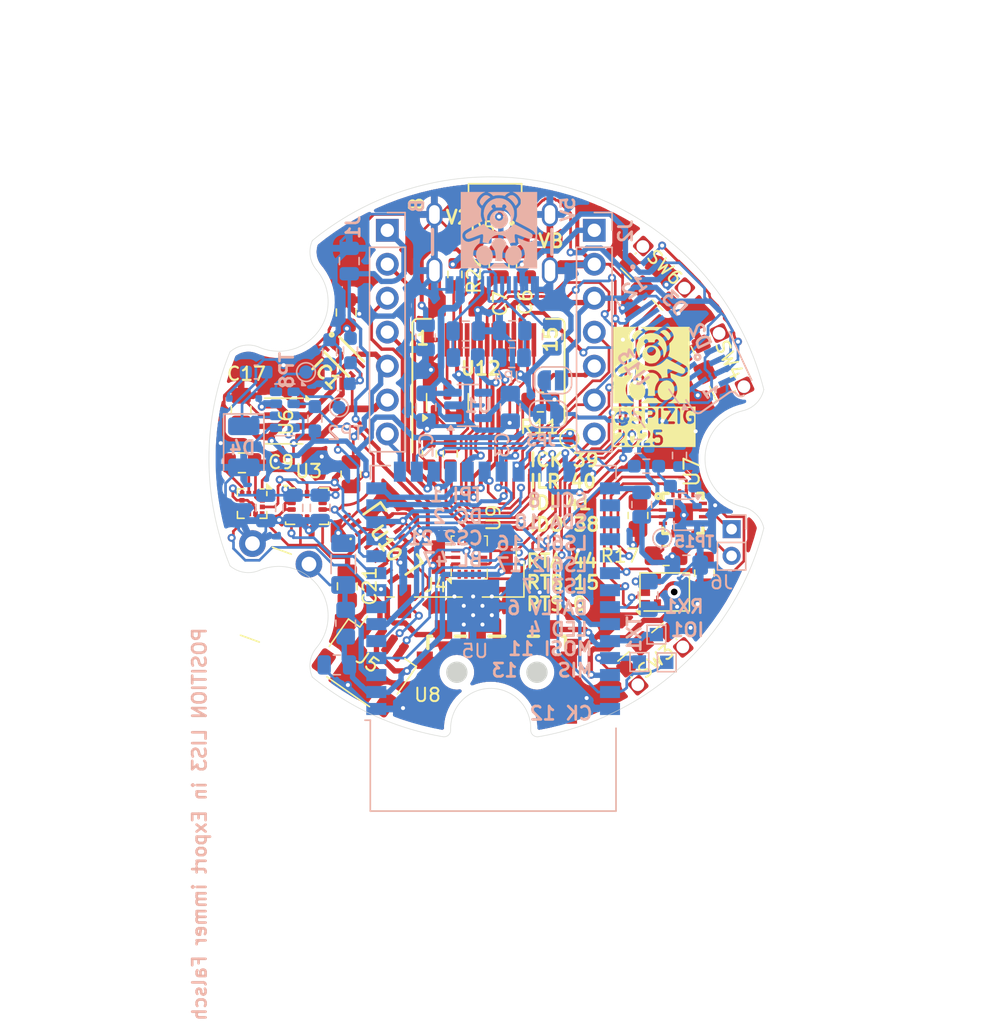
<source format=kicad_pcb>
(kicad_pcb (version 20241229) (generator "pcbnew") (generator_version "9.0")
  (layers (0 "F.Cu" signal) (2 "B.Cu" signal) (13 "F.Paste" user) (15 "B.Paste" user) (5 "F.SilkS" user "F.Silkscreen") (7 "B.SilkS" user "B.Silkscreen") (1 "F.Mask" user) (3 "B.Mask" user) (25 "Edge.Cuts" user))
  (net 0 "")
  (net 1 "GND")
  (net 2 "EN")
  (net 3 "Net-(C4-Pad1)")
  (net 4 "Net-(C5-Pad1)")
  (net 5 "VBUS")
  (net 6 "BATT_READ")
  (net 7 "Net-(U2-C1)")
  (net 8 "+3V3")
  (net 9 "LCD_DC")
  (net 10 "LCD_CS")
  (net 11 "LCD_BL")
  (net 12 "I2C_SDA")
  (net 13 "I2C_SCL")
  (net 14 "SCK")
  (net 15 "MOSI")
  (net 16 "MISO")
  (net 17 "Net-(J3-CC2)")
  (net 20 "Net-(J3-CC1)")
  (net 21 "USB_D-")
  (net 22 "USB_D+")
  (net 23 "LIS3_INT")
  (net 24 "LSM6_INT1")
  (net 25 "LSM6_INT2")
  (net 31 "SWITCH2")
  (net 32 "ROT_B")
  (net 34 "Net-(JP3-A)")
  (net 35 "Net-(J6-Pin_2)")
  (net 36 "Net-(U7-GAIN)")
  (net 37 "Net-(U7-SD)")
  (net 42 "I2SLRC")
  (net 43 "I2SDIN")
  (net 44 "I2SCLK")
  (net 45 "Net-(J6-Pin_1)")
  (net 47 "SD_CS")
  (net 48 "ROT_S")
  (net 49 "ROT_A")
  (net 50 "/LASER")
  (net 51 "LOAD_SW")
  (net 52 "I2SD")
  (net 53 "Net-(D2-DOUT)")
  (net 54 "Net-(D3-DOUT)")
  (net 55 "Net-(U12-LEDA)")
  (net 56 "/LEDK")
  (net 57 "Net-(Q2-G)")
  (net 58 "LCD2_CS")
  (net 59 "/DIS_RES2")
  (net 60 "I2SDOUT")
  (net 70 "Net-(D4-K)")
  (net 71 "Net-(U11-EVI)")
  (net 72 "Net-(U11-CLK)")
  (net 73 "BMI160_INT2")
  (net 74 "BMI160_INT1")
  (net 75 "+3.3VA")
  (net 77 "TXD")
  (net 78 "Net-(Q3-G)")
  (net 79 "/LEDK2")
  (net 80 "Net-(Q1-G)")
  (net 81 "IO3")
  (net 82 "Net-(U11-V_BCU)")
  (net 83 "SWITCH3")
  (net 84 "Net-(IC1-DVI)")
  (net 85 "TP2_INT")
  (net 86 "Net-(U5-GPIO46)")
  (net 87 "Net-(U13-LEDA)")
  (footprint "Package_LGA:LGA-14_3x2.5mm_P0.5mm_LayoutBorder3x4y" (layer "F.Cu") (at 86.1425 103.6925)
    (property "Reference" "U3")
    (property "Value" "LSM6DSOWTR")
  )
  (footprint "Resistor_SMD:R_0805_2012Metric_Pad1.20x1.40mm_HandSolder" (layer "F.Cu") (at 115.9 108.7 90)
    (property "Reference" "R14" (hide yes))
    (property "Value" "3k")
  )
  (footprint "Package_LGA:Bosch_LGA-8_3x3mm_P0.8mm_ClockwisePinNumbering" (layer "F.Cu") (at 84.46 97.32 -90)
    (property "Reference" "U6")
    (property "Value" "BME680")
  )
  (footprint "Package_LGA:Bosch_LGA-14_3x2.5mm_P0.5mm" (layer "F.Cu") (at 98.284855 107.525046 90)
    (property "Reference" "U9")
    (property "Value" "BMI160")
  )
  (footprint "Resistor_SMD:R_0805_2012Metric" (layer "F.Cu") (at 89.425 101.3 90)
    (property "Reference" "R13" (hide yes))
    (property "Value" "10k")
  )
  (footprint "Package_LGA:LGA-12_2x2mm_P0.5mm" (layer "F.Cu") (at 82.025 103.5 -90)
    (property "Reference" "U2" (hide yes))
    (property "Value" "LIS3MDL")
  )
  (footprint "Sensor_Audio:InvenSense_ICS-43434-6_3.5x2.65mm" (layer "F.Cu") (at 112.9225 110.1125 90)
    (property "Reference" "MK1" (hide yes))
    (property "Value" "ICS-43434")
  )
  (footprint "baer_klein:baerklein" (layer "F.Cu") (at 111.92 93.12)
    (property "Reference" "H2" (hide yes))
    (property "Value" "MountingHole" (hide yes))
  )
  (footprint "Resistor_SMD:R_0603_1608Metric" (layer "F.Cu") (at 95.3 99.77 90)
    (property "Reference" "R19" (hide yes))
    (property "Value" "1M")
  )
  (footprint "Resistor_SMD:R_0805_2012Metric_Pad1.20x1.40mm_HandSolder" (layer "F.Cu") (at 110.92 104.39 90)
    (property "Reference" "R7" (hide yes))
    (property "Value" "100K")
  )
  (footprint "tp4056:TQFN-16_L3.0-W3.0-P0.50-BL-EP1.5" (layer "F.Cu") (at 114.288 104.23 -90)
    (property "Reference" "U7")
    (property "Value" "~" (hide yes))
  )
  (footprint "tp4056:SW-SMD_SIQ-02FVS3_1" (layer "F.Cu") (at 100.354999 118.184 180)
    (property "Reference" "U8")
    (property "Value" "~")
    (fp_poly (pts (xy 3.8 2.0645) (xy 3.779941 1.886483) (xy 3.720775 1.717393) (xy 3.625465 1.565708) (xy 3.498792 1.439035) (xy 3.347107 1.343724) (xy 3.178017 1.284559) (xy 3 1.2645) (xy 2.821983 1.284558) (xy 2.652893 1.343725) (xy 2.501208 1.439035) (xy 2.374535 1.565708) (xy 2.279225 1.717393) (xy 2.220058 1.886483) (xy 2.2 2.0645) (xy 2.220058 2.242517) (xy 2.279225 2.411607) (xy 2.374535 2.563291) (xy 2.501208 2.689965) (xy 2.652893 2.785275) (xy 2.821983 2.844442) (xy 3 2.8645) (xy 3.178017 2.844442) (xy 3.347107 2.785275) (xy 3.498792 2.689965) (xy 3.625465 2.563292) (xy 3.720775 2.411607) (xy 3.779942 2.242517)) (fill yes) (layer "Edge.Cuts"))
    (fp_poly (pts (xy -2.2 2.0645) (xy -2.220058 1.886483) (xy -2.279225 1.717393) (xy -2.374535 1.565708) (xy -2.501208 1.439035) (xy -2.652893 1.343725) (xy -2.821983 1.284558) (xy -3 1.2645) (xy -3.178017 1.284558) (xy -3.347107 1.343725) (xy -3.498792 1.439035) (xy -3.625465 1.565708) (xy -3.720775 1.717394) (xy -3.779942 1.886483) (xy -3.8 2.0645) (xy -3.779943 2.242517) (xy -3.720775 2.411607) (xy -3.625465 2.563292) (xy -3.498792 2.689965) (xy -3.347107 2.785275) (xy -3.178018 2.844442) (xy -3 2.8645) (xy -2.821983 2.844442) (xy -2.652893 2.785275) (xy -2.501208 2.689965) (xy -2.374535 2.563292) (xy -2.279225 2.411607) (xy -2.220058 2.242517)) (fill yes) (layer "Edge.Cuts"))
  )
  (footprint "Capacitor_SMD:C_0805_2012Metric_Pad1.18x1.45mm_HandSolder" (layer "F.Cu") (at 89.15 109.6875 -90)
    (property "Reference" "C21")
    (property "Value" "1uF")
  )
  (footprint "Capacitor_SMD:C_0805_2012Metric" (layer "F.Cu") (at 81.26 100.45)
    (property "Reference" "C9")
    (property "Value" "100nF")
  )
  (footprint "Capacitor_SMD:C_0805_2012Metric_Pad1.18x1.45mm_HandSolder" (layer "F.Cu") (at 81.2 96.4675 -90)
    (property "Reference" "C17")
    (property "Value" "1uF")
  )
  (footprint "tp4056:SW_SPST_CK_KMS2xxGP" (layer "F.Cu") (at 112.11047 115.061299 40)
    (property "Reference" "SW3")
    (property "Value" "SW_Push")
  )
  (footprint "Resistor_SMD:R_0603_1608Metric" (layer "F.Cu") (at 97.21 86.35 -90)
    (property "Reference" "R22")
    (property "Value" "22")
  )
  (footprint "TestPoint:TestPoint_Pad_D1.0mm" (layer "F.Cu") (at 105.78 98.63)
    (property "Reference" "TP9" (hide yes))
    (property "Value" "SW2")
  )
  (footprint "Kyocera 046844713002846:046844713002846" (layer "F.Cu") (at 92.114286 106.440129 -55)
    (property "Reference" "U10")
    (property "Value" "BNV080" (hide yes))
  )
  (footprint "Resistor_SMD:R_0805_2012Metric_Pad1.20x1.40mm_HandSolder" (layer "F.Cu") (at 113.02 107.4)
    (property "Reference" "R17")
    (property "Value" "680K")
  )
  (footprint "Capacitor_SMD:C_0805_2012Metric" (layer "F.Cu") (at 102.56 85.59 -90)
    (property "Reference" "C6")
    (property "Value" "100nF")
  )
  (footprint "Resistor_SMD:R_0805_2012Metric" (layer "F.Cu") (at 103.61 95.9 180)
    (property "Reference" "R11")
    (property "Value" "10k")
  )
  (footprint "Capacitor_SMD:C_0805_2012Metric" (layer "F.Cu") (at 89.07 89.2 -90)
    (property "Reference" "C14" (hide yes))
    (property "Value" "100nF")
  )
  (footprint "Button_Switch_THT:SW_PUSH_6mm" (layer "F.Cu") (at 86.28 108.03 -110)
    (property "Reference" "SW1" (hide yes))
    (property "Value" "BOOT")
  )
  (footprint "open-Smartwatch:GC9A01_Touch_IPS_display_reversed_16pin" (layer "F.Cu") (at 99.975 91)
    (property "Reference" "U12")
    (property "Value" "~")
  )
  (footprint "BH1750:WSOF6" (layer "F.Cu") (at 88.9 92.50287 -45)
    (property "Reference" "IC1")
    (property "Value" "BH1750FVI-TR" (hide yes))
  )
  (footprint "tp4056:LED_WS2812B-4020" (layer "F.Cu") (at 100.22 80.42)
    (property "Reference" "D5")
    (property "Value" "WS2812B-4020")
  )
  (footprint "tp4056:SW_SPST_CK_KMS2xxGP" (layer "F.Cu") (at 117.244715 93.071971 115)
    (property "Reference" "SW4")
    (property "Value" "SW_Push")
  )
  (footprint "Capacitor_SMD:C_0805_2012Metric" (layer "F.Cu") (at 100.52 85.59 90)
    (property "Reference" "C7")
    (property "Value" "1uF")
  )
  (footprint "Package_TO_SOT_SMD:SOT-23" (layer "F.Cu") (at 96.65 95.9225 90)
    (property "Reference" "Q2" (hide yes))
    (property "Value" "2N7002")
  )
  (footprint "tp4056:SW_SPST_CK_KMS2xxGP" (layer "F.Cu") (at 112.30868 86.350051 135)
    (property "Reference" "SW6")
    (property "Value" "SW_Push")
  )
  (footprint "Connector_JST:JST_SH_SM04B-SRSS-TB_1x04-1MP_P1.00mm_Horizontal" (layer "F.Cu") (at 90.76 115.38 -35)
    (property "Reference" "J5")
    (property "Value" "Conn_01x04_Pin")
  )
  (footprint "Connector_PinHeader_2.54mm:PinHeader_1x04_P2.54mm_Vertical_SMD_Pin1Left" (layer "F.Cu") (at 97.24 109.16 -90)
    (property "Reference" "J4")
    (property "Value" "Conn_01x04_Pin")
  )
  (footprint "Resistor_SMD:R_0603_1608Metric" (layer "F.Cu") (at 96.86 99.77 -90)
    (property "Reference" "R18" (hide yes))
    (property "Value" "10k")
  )
  (footprint "Capacitor_SMD:C_1206_3216Metric_Pad1.33x1.80mm_HandSolder" (layer "B.Cu") (at 88.85 108.025 -90)
    (property "Reference" "C1" (hide yes))
    (property "Value" "100nF")
  )
  (footprint "Connector_PinHeader_2.54mm:PinHeader_1x07_P2.54mm_Vertical" (layer "B.Cu") (at 107.649697 83.05 180)
    (property "Reference" "J2")
    (property "Value" "DISP RIGHT")
  )
  (footprint "tp4056:USB-C_SMD-TYPE-C-31-M-12" (layer "B.Cu") (at 100 84.5)
    (property "Reference" "J3" (hide yes))
    (property "Value" "TYPE-C-31-M-12" (hide yes))
  )
  (footprint "Capacitor_SMD:C_0805_2012Metric" (layer "B.Cu") (at 89.3 85.35 90)
    (property "Reference" "C8" (hide yes))
    (property "Value" "100nF")
  )
  (footprint "Resistor_SMD:R_0603_1608Metric_Pad0.98x0.95mm_HandSolder" (layer "B.Cu") (at 111.55 100.7 180)
    (property "Reference" "R15" (hide yes))
    (property "Value" "10k")
  )
  (footprint "Capacitor_SMD:C_0805_2012Metric_Pad1.18x1.45mm_HandSolder" (layer "B.Cu") (at 95.05 96.2875 90)
    (property "Reference" "C2")
    (property "Value" "1uF")
  )
  (footprint "tp4056:LED_WS2812B-4020" (layer "B.Cu") (at 113.17 85.46 135)
    (property "Reference" "D3")
    (property "Value" "WS2812B-4020")
  )
  (footprint "baer_klein:baerklein" (layer "B.Cu") (at 100.52 83.03 180)
    (property "Reference" "H1" (hide yes))
    (property "Value" "MountingHole" (hide yes))
  )
  (footprint "TestPoint:TestPoint_Pad_1.0x1.0mm" (layer "B.Cu") (at 112.3 113.3 180)
    (property "Reference" "RX1")
    (property "Value" "RXD")
  )
  (footprint "open-Smartwatch:GC9A01_IPS_display_reversed" (layer "B.Cu") (at 113.034294 91.536754 125)
    (property "Reference" "U13")
    (property "Value" "GC9A01_IPS_display")
  )
  (footprint "Resistor_SMD:R_0805_2012Metric" (layer "B.Cu") (at 98.01 92.57)
    (property "Reference" "R8" (hide yes))
    (property "Value" "22R")
  )
  (footprint "Capacitor_SMD:C_0805_2012Metric" (layer "B.Cu") (at 101.5 90.56 180)
    (property "Reference" "C4" (hide yes))
    (property "Value" "DNP")
  )
  (footprint "Capacitor_SMD:C_0805_2012Metric_Pad1.18x1.45mm_HandSolder" (layer "B.Cu") (at 101.357612 96.305042 90)
    (property "Reference" "C3")
    (property "Value" "1uF")
  )
  (footprint "Resistor_SMD:R_0603_1608Metric_Pad0.98x0.95mm_HandSolder" (layer "B.Cu") (at 89.39 92.05 -90)
    (property "Reference" "R26" (hide yes))
    (property "Value" "10K")
  )
  (footprint "tp4056:ESP32-S3-WROOM-1" (layer "B.Cu") (at 100.075 113.608)
    (property "Reference" "U5")
    (property "Value" "ESP32-S3-WROOM-1-Espressif")
  )
  (footprint "Connector_PinHeader_2.54mm:PinHeader_1x07_P2.54mm_Vertical" (layer "B.Cu") (at 92.149697 83.05 180)
    (property "Reference" "J1")
    (property "Value" "DISP LEFT")
  )
  (footprint "Resistor_SMD:R_0805_2012Metric_Pad1.20x1.40mm_HandSolder" (layer "B.Cu") (at 89.03 112.45 90)
    (property "Reference" "R1" (hide yes))
    (property "Value" "10k")
  )
  (footprint "TestPoint:TestPoint_Pad_D1.0mm" (layer "B.Cu") (at 88.53 96.3)
    (property "Reference" "TP2")
    (property "Value" "CLKOUT")
  )
  (footprint "Capacitor_SMD:C_0805_2012Metric" (layer "B.Cu") (at 83.05 103.825 90)
    (property "Reference" "C12" (hide yes))
    (property "Value" "100nF")
  )
  (footprint "Jumper:SolderJumper-2_P1.3mm_Open_RoundedPad1.0x1.5mm" (layer "B.Cu") (at 104.55 94.275)
    (property "Reference" "JP4")
    (property "Value" "Jumper_2_Small_Open")
  )
  (footprint "Connector_PinHeader_2.00mm:PinHeader_1x02_P2.00mm_Vertical" (layer "B.Cu") (at 117.93 105.41 180)
    (property "Reference" "J6")
    (property "Value" "Conn_01x02_Pin")
  )
  (footprint "Resistor_SMD:R_0805_2012Metric" (layer "B.Cu") (at 111.2 103.575 90)
    (property "Reference" "R10" (hide yes))
    (property "Value" "10k")
  )
  (footprint "Resistor_SMD:R_0805_2012Metric" (layer "B.Cu") (at 95.01 91.05 -90)
    (property "Reference" "R6" (hide yes))
    (property "Value" "5k1")
  )
  (footprint "Resistor_SMD:R_0805_2012Metric" (layer "B.Cu") (at 101.47 92.58)
    (property "Reference" "R9" (hide yes))
    (property "Value" "22R")
  )
  (footprint "Package_SON:MicroCrystal_C7_SON-8_1.5x3.2mm_P0.9mm" (layer "B.Cu") (at 84.4725 96.4825 180)
    (property "Reference" "U11" (hide yes))
    (property "Value" "RV3032")
  )
  (footprint "TestPoint:TestPoint_Pad_1.0x1.0mm" (layer "B.Cu") (at 111.025 115.35 180)
    (property "Reference" "TX1")
    (property "Value" "TXD")
  )
  (footprint "Resistor_SMD:R_0805_2012Metric" (layer "B.Cu") (at 104.5 91 -90)
    (property "Reference" "R5" (hide yes))
    (property "Value" "5k1")
  )
  (footprint "Capacitor_Tantalum_SMD:CP_EIA-3528-21_Kemet-B" (layer "B.Cu") (at 81.4 99.25 -90)
    (property "Reference" "C18" (hide yes))
    (property "Value" "220uF")
  )
  (footprint "Jumper:SolderJumper-2_P1.3mm_Open_RoundedPad1.0x1.5mm" (layer "B.Cu") (at 104.2 96.8)
    (property "Reference" "JP3")
    (property "Value" "Jumper_2_Small_Open")
  )
  (footprint "Resistor_SMD:R_0603_1608Metric" (layer "B.Cu") (at 114.03 99.9 90)
    (property "Reference" "R24" (hide yes))
    (property "Value" "1M")
  )
  (footprint "Resistor_SMD:R_0603_1608Metric_Pad0.98x0.95mm_HandSolder" (layer "B.Cu") (at 114.26 102.19)
    (property "Reference" "R16" (hide yes))
    (property "Value" "10k")
  )
  (footprint "Resistor_SMD:R_0603_1608Metric" (layer "B.Cu") (at 110.09 96.63 -90)
    (property "Reference" "R27" (hide yes))
    (property "Value" "22")
  )
  (footprint "Package_TO_SOT_SMD:SOT-23" (layer "B.Cu") (at 112.3325 96.37 125)
    (property "Reference" "Q3" (hide yes))
    (property "Value" "2N7002")
  )
  (footprint "Capacitor_SMD:C_0805_2012Metric" (layer "B.Cu") (at 88.37 115.57)
    (property "Reference" "C19" (hide yes))
    (property "Value" "100nF")
  )
  (footprint "Resistor_SMD:R_0603_1608Metric_Pad0.98x0.95mm_HandSolder" (layer "B.Cu") (at 86.725 97.15 90)
    (property "Reference" "R20" (hide yes))
    (property "Value" "10K")
  )
  (footprint "Diode_SMD:D_SOD-323F" (layer "B.Cu") (at 81.42 95.63)
    (property "Reference" "D4")
    (property "Value" "MBR0530")
  )
  (footprint "Capacitor_SMD:C_0805_2012Metric" (layer "B.Cu") (at 85.08 103.82 90)
    (property "Reference" "C13" (hide yes))
    (property "Value" "100nF")
  )
  (footprint "Package_TO_SOT_SMD:SOT-323_SC-70" (layer "B.Cu") (at 114.35 104.33 180)
    (property "Reference" "Q1" (hide yes))
    (property "Value" "SI1308EDL")
  )
  (footprint "TestPoint:TestPoint_Pad_1.0x1.0mm" (layer "B.Cu") (at 113.075 115.375 180)
    (property "Reference" "IO1")
    (property "Value" "IO1")
  )
  (footprint "Capacitor_SMD:C_0805_2012Metric_Pad1.18x1.45mm_HandSolder" (layer "B.Cu") (at 114.54 108.1)
    (property "Reference" "C16" (hide yes))
    (property "Value" "100nF")
  )
  (footprint "Resistor_SMD:R_0603_1608Metric" (layer "B.Cu") (at 110.93 99.22 180)
    (property "Reference" "R23" (hide yes))
    (property "Value" "10k")
  )
  (footprint "TestPoint:TestPoint_Pad_D1.0mm" (layer "B.Cu") (at 86.06 93.66)
    (property "Reference" "TP8")
    (property "Value" "SHOT IN")
  )
  (footprint "tp4056:LED_WS2812B-4020" (layer "B.Cu") (at 117.82 92.81 115)
    (property "Reference" "D2")
    (property "Value" "WS2812B-4020")
  )
  (footprint "Capacitor_SMD:C_0603_1608Metric" (layer "B.Cu") (at 82.33 93.66)
    (property "Reference" "R21" (hide yes))
    (property "Value" "N.C.")
  )
  (footprint "Capacitor_SMD:C_0805_2012Metric" (layer "B.Cu") (at 87.12 103.82 90)
    (property "Reference" "C10" (hide yes))
    (property "Value" "1uF")
  )
  (footprint "TestPoint:TestPoint_Pad_D1.0mm" (layer "B.Cu") (at 112.74 106.09 180)
    (property "Reference" "TP15")
    (property "Value" "TestPoint")
  )
  (footprint "Package_TO_SOT_SMD:SOT-23-5" (layer "B.Cu") (at 98.2 96.15)
    (property "Reference" "U1")
    (property "Value" "RT9013")
  )
  (footprint "Resistor_SMD:R_0603_1608Metric_Pad0.98x0.95mm_HandSolder" (layer "B.Cu") (at 87.83 92.15 90)
    (property "Reference" "R25" (hide yes))
    (property "Value" "10K")
  )
  (footprint "Capacitor_SMD:C_0805_2012Metric_Pad1.18x1.45mm_HandSolder" (layer "B.Cu") (at 111.67 110.37 -90)
    (property "Reference" "C15" (hide yes))
    (property "Value" "10uF")
  )
  (footprint "Capacitor_SMD:C_0603_1608Metric" (layer "B.Cu") (at 88.56 94.53 180)
    (property "Reference" "C20" (hide yes))
    (property "Value" "100nF")
  )
  (footprint "Capacitor_SMD:C_0805_2012Metric" (layer "B.Cu") (at 98.02 90.58)
    (property "Reference" "C5" (hide yes))
    (property "Value" "DNP")
  )
  (gr_arc (start 82.564897 108.496126) (mid 86.990278 109.698314) (end 86.847361 114.281828) (stroke (width 0.0381)) (layer "Edge.Cuts"))
  (gr_arc (start 82.564897 108.496126) (mid 81.417116 108.639308) (end 80.367639 108.153014) (stroke (width 0.0381)) (layer "Edge.Cuts"))
  (gr_arc (start 86.847361 86.017298) (mid 86.37517 84.9614) (end 86.533688 83.815644) (stroke (width 0.0381)) (layer "Edge.Cuts"))
  (gr_arc (start 96.892726 120.432637) (mid 96.72193 120.827025) (end 96.308145 120.943178) (stroke (width 0.0381)) (layer "Edge.Cuts"))
  (gr_arc (start 118.782605 103.748655) (mid 115.940818 100.149561) (end 118.782605 96.550471) (stroke (width 0.0381)) (layer "Edge.Cuts"))
  (gr_arc (start 118.782605 103.748655) (mid 119.790337 104.316429) (end 120.344571 105.331668) (stroke (width 0.0381)) (layer "Edge.Cuts"))
  (gr_arc (start 86.847361 86.017298) (mid 86.990274 90.600824) (end 82.564897 91.803) (stroke (width 0.0381)) (layer "Edge.Cuts"))
  (gr_arc (start 120.344571 94.967458) (mid 119.790325 95.982681) (end 118.782605 96.550471) (stroke (width 0.0381)) (layer "Edge.Cuts"))
  (gr_arc (start 103.473503 120.943178) (mid 103.059689 120.827038) (end 102.888922 120.432637) (stroke (width 0.0381)) (layer "Edge.Cuts"))
  (gr_arc (start 86.533688 83.815644) (mid 106.499997 80.111382) (end 120.344571 94.967458) (stroke (width 0.0381)) (layer "Edge.Cuts"))
  (gr_arc (start 86.533688 116.483482) (mid 86.375154 115.337719) (end 86.847361 114.281828) (stroke (width 0.0381)) (layer "Edge.Cuts"))
  (gr_arc (start 96.892726 120.432637) (mid 99.890824 117.325828) (end 102.888922 120.432637) (stroke (width 0.0381)) (layer "Edge.Cuts"))
  (gr_arc (start 80.367639 108.153014) (mid 78.790823 100.149563) (end 80.367639 92.146112) (stroke (width 0.0381)) (layer "Edge.Cuts"))
  (gr_arc (start 80.367639 92.146112) (mid 81.417119 91.659817) (end 82.564897 91.803) (stroke (width 0.0381)) (layer "Edge.Cuts"))
  (gr_arc (start 96.308145 120.943178) (mid 91.132309 119.345879) (end 86.533688 116.483482) (stroke (width 0.0381)) (layer "Edge.Cuts"))
  (gr_arc (start 120.344571 105.331668) (mid 114.221464 115.63642) (end 103.473503 120.943178) (stroke (width 0.0381)) (layer "Edge.Cuts"))
  (gr_text "@SPIZIG\n2025" (at 108.94 99.19 0) (layer "F.SilkS" knockout) (effects (font (size 1 1) (thickness 0.2) (bold yes)) (justify left bottom)))
  (gr_text "RTA 44\nRTB 15\nRTS 0" (at 102.45 111.6 0) (layer "F.SilkS") (effects (font (size 1 1) (thickness 0.2) (bold yes)) (justify left bottom)))
  (gr_text "B" (at 94.93 81.73 90) (layer "F.SilkS") (effects (font (size 1 1) (thickness 0.2) (bold yes)) (justify left bottom)))
  (gr_text "ICK 39\nILR 40\nIDI 41\nIDO 38" (at 102.69 105.65 0) (layer "F.SilkS") (effects (font (size 1 1) (thickness 0.2) (bold yes)) (justify left bottom)))
  (gr_text "VB" (at 103.34 84.43 0) (layer "F.SilkS") (effects (font (size 1 1) (thickness 0.2) (bold yes)) (justify left bottom)))
  (gr_text "V2" (at 96.41 82.66 0) (layer "F.SilkS") (effects (font (size 1 1) (thickness 0.2) (bold yes)) (justify left bottom)))
  (gr_text "POSITION LIS3 in Export immer Falsch" (at 78.67 112.67 90) (layer "B.SilkS") (effects (font (size 1 1) (thickness 0.2) (bold yes)) (justify left bottom mirror)))
  (gr_text "TPI 1\nDC 2\nCS2 21\nBL 47" (at 99.41 108.28 0) (layer "B.SilkS") (effects (font (size 1 1) (thickness 0.2) (bold yes)) (justify left bottom mirror)))
  (gr_text "MOSI 11\nMIS    13\n\nCK 12" (at 107.63 119.78 0) (layer "B.SilkS") (effects (font (size 1 1) (thickness 0.2) (bold yes)) (justify left bottom mirror)))
  (gr_text "SCL 8\nSDA 18\nLS6I1 16\nLS6I2 17\nLS3I 7\nBATLV 6\nLED 4" (at 107.275 113.5 0) (layer "B.SilkS") (effects (font (size 1 1) (thickness 0.2) (bold yes)) (justify left bottom mirror)))
  (gr_text "5V" (at 106.26 80.44 90) (layer "B.SilkS") (effects (font (size 1 1) (thickness 0.2) (bold yes)) (justify left bottom mirror)))
  (gr_text "B" (at 94.94 80.59 90) (layer "B.SilkS") (effects (font (size 1 1) (thickness 0.2) (bold yes)) (justify left bottom mirror)))
  (segment (start 115.36 110.99) (end 115.38 111.01) (width 0.2) (layer "F.Cu") (net 1))
  (segment (start 97.087739 113.964234) (end 97.199072 113.964234) (width 0.4) (layer "F.Cu") (net 1))
  (segment (start 115.24 95.555206) (end 115.24 98.09) (width 0.2) (layer "F.Cu") (net 1))
  (segment (start 105.137 85.59) (end 104.325 86.402) (width 0.6) (layer "F.Cu") (net 1))
  (segment (start 87.825 90.400109) (end 87.939735 90.206232) (width 0.2) (layer "F.Cu") (net 1))
  (segment (start 105.890685 80.790685) (end 105.781263 80.685475) (width 0.3) (layer "F.Cu") (net 1))
  (segment (start 99.123912 107.525047) (end 98.807947 107.209082) (width 0.2) (layer "F.Cu") (net 1))
  (segment (start 114.04 102.73) (end 114.04 103.982) (width 0.2) (layer "F.Cu") (net 1))
  (segment (start 94.999 95.45) (end 94.999 93.911) (width 0.3) (layer "F.Cu") (net 1))
  (segment (start 111.752 111.741) (end 109.255388 111.741) (width 0.2) (layer "F.Cu") (net 1))
  (segment (start 107.155999 113.819) (end 107.467784 113.819) (width 0.4) (layer "F.Cu") (net 1))
  (segment (start 113.393 109.45) (end 113.6325 109.45) (width 0.2) (layer "F.Cu") (net 1))
  (segment (start 101.532182 94.458274) (end 101.32 94.670456) (width 0.2) (layer "F.Cu") (net 1))
  (segment (start 109.77 86.615768) (end 109.77 85.989593) (width 0.2) (layer "F.Cu") (net 1))
  (segment (start 104.217647 114.837901) (end 104.180326 114.698616) (width 0.4) (layer "F.Cu") (net 1))
  (segment (start 84.093704 94.07) (end 82.21 94.07) (width 0.3) (layer "F.Cu") (net 1))
  (segment (start 97.6 96.86) (end 97.6 93.922182) (width 0.2) (layer "F.Cu") (net 1))
  (segment (start 79.675 98.975) (end 79.74 98.975) (width 0.2) (layer "F.Cu") (net 1))
  (segment (start 105.237919 80.531464) (end 105.091356 80.384901) (width 0.3) (layer "F.Cu") (net 1))
  (segment (start 97.008756 96.86) (end 95.598756 95.45) (width 0.2) (layer "F.Cu") (net 1))
  (segment (start 109.77 86.615768) (end 108.744232 85.59) (width 0.2) (layer "F.Cu") (net 1))
  (segment (start 81.775 102.7375) (end 81.775 101.005) (width 0.2) (layer "F.Cu") (net 1))
  (segment (start 94.174 89.674) (end 94.174 83.703) (width 0.2) (layer "F.Cu") (net 1))
  (segment (start 108.964612 111.741) (end 109.255388 111.741) (width 0.2) (layer "F.Cu") (net 1))
  (segment (start 106.43 107.02) (end 106.43 104.13) (width 0.4) (layer "F.Cu") (net 1))
  (segment (start 109.291297 81.941297) (end 108.065841 81.35) (width 0.2) (layer "F.Cu") (net 1))
  (segment (start 95.42 89.500654) (end 95.41 89.490654) (width 0.4) (layer "F.Cu") (net 1))
  (segment (start 105.754999 115.22) (end 107.155999 113.819) (width 0.4) (layer "F.Cu") (net 1))
  (segment (start 106.45 81.35) (end 106.376 81.276) (width 0.2) (layer "F.Cu") (net 1))
  (segment (start 93.553232 104.249) (end 94.619472 105.31524) (width 0.2) (layer "F.Cu") (net 1))
  (segment (start 92.811309 107.611309) (end 92.45 107.611309) (width 0.2) (layer "F.Cu") (net 1))
  (segment (start 97.309147 113.957029) (end 97.344168 113.950959) (width 0.4) (layer "F.Cu") (net 1))
  (segment (start 113.05 87.12) (end 111.396167 85.466167) (width 0.2) (layer "F.Cu") (net 1))
  (segment (start 106.43 107.02) (end 105.975 107.475) (width 0.2) (layer "F.Cu") (net 1))
  (segment (start 91.831883 108.1028) (end 92.323374 107.611309) (width 0.25) (layer "F.Cu") (net 1))
  (segment (start 108.744232 85.59) (end 107.649697 85.59) (width 0.2) (layer "F.Cu") (net 1))
  (segment (start 105.073982 80.38) (end 104.96 80.38) (width 0.3) (layer "F.Cu") (net 1))
  (segment (start 95.42 93.790532) (end 95.42 93.49) (width 0.3) (layer "F.Cu") (net 1))
  (segment (start 104.32 85.457) (end 104.32 82.207) (width 0.2) (layer "F.Cu") (net 1))
  (segment (start 84.05 104.3725) (end 84.05 104.725) (width 0.2) (layer "F.Cu") (net 1))
  (segment (start 82.63 96.92) (end 83.2725 96.92) (width 0.2) (layer "F.Cu") (net 1))
  (segment (start 95.42 88.449346) (end 95.42 86.657) (width 0.4) (layer "F.Cu") (net 1))
  (segment (start 82.419975 103.175) (end 82.275 103.030025) (width 0.2) (layer "F.Cu") (net 1))
  (segment (start 85.663704 92.5) (end 84.691852 93.471852) (width 0.3) (layer "F.Cu") (net 1))
  (segment (start 114.78 110.99) (end 115.36 110.99) (width 0.2) (layer "F.Cu") (net 1))
  (segment (start 109.255388 112.031396) (end 109.255388 111.741) (width 0.4) (layer "F.Cu") (net 1))
  (segment (start 114.08 110.99) (end 114.78 110.99) (width 0.2) (layer "F.Cu") (net 1))
  (segment (start 113.85 111.22) (end 114.08 110.99) (width 0.2) (layer "F.Cu") (net 1))
  (segment (start 102.583376 80.093472) (end 102.760839 80.180751) (width 0.3) (layer "F.Cu") (net 1))
  (segment (start 92.224616 104.531713) (end 92.507329 104.249) (width 0.2) (layer "F.Cu") (net 1))
  (segment (start 84.48625 103.93625) (end 84.05 104.3725) (width 0.2) (layer "F.Cu") (net 1))
  (segment (start 96.259164 81.674045) (end 95.862282 82.017945) (width 0.3) (layer "F.Cu") (net 1))
  (segment (start 115.788 103.98) (end 116.345 103.98) (width 0.2) (layer "F.Cu") (net 1))
  (segment (start 108.964612 111.741) (end 108.964611 111.741) (width 0.2) (layer "F.Cu") (net 1))
  (segment (start 91.025 104.531713) (end 92.224616 104.531713) (width 0.2) (layer "F.Cu") (net 1))
  (segment (start 94.999 97.770553) (end 94.999 95.45) (width 0.3) (layer "F.Cu") (net 1))
  (segment (start 103.133143 114.18044) (end 103.128131 114.167271) (width 0.4) (layer "F.Cu") (net 1))
  (segment (start 86.1425 105.3675) (end 86.275 105.5) (width 0.2) (layer "F.Cu") (net 1))
  (segment (start 116.7 103.29) (end 116.7 103.625) (width 0.2) (layer "F.Cu") (net 1))
  (segment (start 86.6425 104.605) (end 86.6425 105.1325) (width 0.4) (layer "F.Cu") (net 1))
  (segment (start 86.1425 104.605) (end 86.1425 105.3675) (width 0.2) (layer "F.Cu") (net 1))
  (segment (start 112.3805 110.4625) (end 113.393 109.45) (width 0.2) (layer "F.Cu") (net 1))
  (segment (start 84.691852 93.451852) (end 84.691852 93.471852) (width 0.2) (layer "F.Cu") (net 1))
  (segment (start 90.05 89.3) (end 89.875 89.3) (width 0.4) (layer "F.Cu") (net 1))
  (segment (start 86.890231 91.624135) (end 86.951267 91.557291) (width 0.2) (layer "F.Cu") (net 1))
  (segment (start 102.760839 80.180751) (end 102.838759 80.241688) (width 0.3) (layer "F.Cu") (net 1))
  (segment (start 103.128131 114.167271) (end 103.122942 114.125482) (width 0.4) (layer "F.Cu") (net 1))
  (segment (start 117.559 104.484) (end 116.7 103.625) (width 0.2) (layer "F.Cu") (net 1))
  (segment (start 103.265049 114.292093) (end 103.21275 114.268244) (width 0.4) (layer "F.Cu") (net 1))
  (segment (start 81.14 95.43) (end 82.63 96.92) (width 0.2) (layer "F.Cu") (net 1))
  (segment (start 97.272169 80.823767) (end 97.594857 80.608151) (width 0.3) (layer "F.Cu") (net 1))
  (segment (start 94.174 83.703) (end 95.316 82.561) (width 0.2) (layer "F.Cu") (net 1))
  (segment (start 113.85 111.22) (end 112.488 111.22) (width 0.2) (layer "F.Cu") (net 1))
  (segment (start 95.090887 114.567477) (end 95.216624 114.379291) (width 0.4) (layer "F.Cu") (net 1))
  (segment (start 95.41 93.5) (end 95.42 93.49) (width 0.2) (layer "F.Cu") (net 1))
  (segment (start 104.529936 80.239936) (end 104.490538 80.223612) (width 0.3) (layer "F.Cu") (net 1))
  (segment (start 108.26 111.71) (end 108.933611 111.71) (width 0.2) (layer "F.Cu") (net 1))
  (segment (start 117.436504 109.213058) (end 118.856 107.793562) (width 0.2) (layer "F.Cu") (net 1))
  (segment (start 106.376 84.316303) (end 106.376 81.276) (width 0.3) (layer "F.Cu") (net 1))
  (segment (start 105.805 119.32) (end 107.075 118.05) (width 0.2) (layer "F.Cu") (net 1))
  (segment (start 102.103115 93.825297) (end 101.532182 94.39623) (width 0.2) (layer "F.Cu") (net 1))
  (segment (start 105.616623 80.537155) (end 105.610932 80.531464) (width 0.3) (layer "F.Cu") (net 1))
  (segment (start 104.246724 114.912541) (end 104.219413 114.86522) (width 0.4) (layer "F.Cu") (net 1))
  (segment (start 94.574 98.447553) (end 95.125 97.896553) (width 0.2) (layer "F.Cu") (net 1))
  (segment (start 94.999 93.911) (end 95.42 93.49) (width 0.3) (layer "F.Cu") (net 1))
  (segment (start 107.649697 85.59) (end 105.137 85.59) (width 0.6) (layer "F.Cu") (net 1))
  (segment (start 95.42 93.49) (end 95.42 89.500654) (width 0.4) (layer "F.Cu") (net 1))
  (segment (start 101.32 97.45) (end 101.31 97.46) (width 0.2) (layer "F.Cu") (net 1))
  (segment (start 112.788 104.482) (end 114.238 104.482) (width 0.2) (layer "F.Cu") (net 1))
  (segment (start 96.065 90.772936) (end 96.065 86.792) (width 0.2) (layer "F.Cu") (net 1))
  (segment (start 104.96 80.38) (end 104.915214 80.335214) (width 0.3) (layer "F.Cu") (net 1))
  (segment (start 88.015296 89.984704) (end 88.05 89.95) (width 0.2) (layer "F.Cu") (net 1))
  (segment (start 112.1 99.24) (end 112.65 99.24) (width 0.2) (layer "F.Cu") (net 1))
  (segment (start 95.56484 114.093507) (end 95.773937 114.006891) (width 0.4) (layer "F.Cu") (net 1))
  (segment (start 96.88597 114.004369) (end 97.087739 113.964234) (width 0.4) (layer "F.Cu") (net 1))
  (segment (start 102.291618 80.048) (end 102.390523 80.049669) (width 0.3) (layer "F.Cu") (net 1))
  (segment (start 89.875 89.3) (end 89.025 88.45) (width 0.4) (layer "F.Cu") (net 1))
  (segment (start 105.091356 80.384901) (end 105.073982 80.38) (width 0.3) (layer "F.Cu") (net 1))
  (segment (start 91.025 104.531713) (end 90.543287 104.05) (width 0.2) (layer "F.Cu") (net 1))
  (segment (start 105.610932 80.531464) (end 105.237919 80.531464) (width 0.3) (layer "F.Cu") (net 1))
  (segment (start 110.92 106.227784) (end 110.55 106.597784) (width 0.2) (layer "F.Cu") (net 1))
  (segment (start 109.77 85.989593) (end 110.293426 85.466167) (width 0.2) (layer "F.Cu") (net 1))
  (segment (start 95.675 81.866) (end 91.131697 81.866) (width 0.2) (layer "F.Cu") (net 1))
  (segment (start 104.754927 80.29) (end 104.915214 80.335214) (width 0.3) (layer "F.Cu") (net 1))
  (segment (start 82.275 103.030025) (end 82.275 102.7375) (width 0.2) (layer "F.Cu") (net 1))
  (segment (start 111.4 99.94) (end 112.1 99.24) (width 0.2) (layer "F.Cu") (net 1))
  (segment (start 95.004279 114.776578) (end 95.090887 114.567477) (width 0.4) (layer "F.Cu") (net 1))
  (segment (start 103.309136 114.303032) (end 103.265049 114.292093) (width 0.4) (layer "F.Cu") (net 1))
  (segment (start 86.818718 91.831282) (end 86.15 92.5) (width 0.3) (layer "F.Cu") (net 1))
  (segment (start 95.42 90.92) (end 94.174 89.674) (width 0.2) (layer "F.Cu") (net 1))
  (segment (start 86.818718 91.831282) (end 86.818718 91.68984) (width 0.2) (layer "F.Cu") (net 1))
  (segment (start 95.773937 114.006891) (end 96.783109 114.006891) (width 0.4) (layer "F.Cu") (net 1))
  (segment (start 110.92 105.39) (end 110.92 106.227784) (width 0.2) (layer "F.Cu") (net 1))
  (segment (start 111.396167 85.466167) (end 110.293426 85.466167) (width 0.2) (layer "F.Cu") (net 1))
  (segment (start 104.26479 80.180751) (end 102.760839 80.180751) (width 0.3) (layer "F.Cu") (net 1))
  (segment (start 118.856 104.484) (end 117.559 104.484) (width 0.2) (layer "F.Cu") (net 1))
  (segment (start 106.27 107.02) (end 106.15 106.9) (width 0.2) (layer "F.Cu") (net 1))
  (segment (start 109.670173 100.932017) (end 109.74319 100.859) (width 0.4) (layer "F.Cu") (net 1))
  (segment (start 81.13 99.19) (end 79.89 99.19) (width 0.2) (layer "F.Cu") (net 1))
  (segment (start 106.43 107.02) (end 106.27 107.02) (width 0.2) (layer "F.Cu") (net 1))
  (segment (start 88.05 89.95) (end 88.05 89.901449) (width 0.2) (layer "F.Cu") (net 1))
  (segment (start 117.436504 110.736883) (end 117.436504 109.213058) (width 0.2) (layer "F.Cu") (net 1))
  (segment (start 109.627983 100.932017) (end 109.670173 100.932017) (width 0.4) (layer "F.Cu") (net 1))
  (segment (start 115.383387 112.79) (end 117.436504 110.736883) (width 0.2) (layer "F.Cu") (net 1))
  (segment (start 82.7125 103.175) (end 82.419975 103.175) (width 0.2) (layer "F.Cu") (net 1))
  (segment (start 95.3 100.595) (end 94.574 99.869) (width 0.2) (layer "F.Cu") (net 1))
  (segment (start 112.3805 111.1125) (end 112.3805 110.4625) (width 0.2) (layer "F.Cu") (net 1))
  (segment (start 91.131697 81.866) (end 89.07 83.927697) (width 0.2) (layer "F.Cu") (net 1))
  (segment (start 95.41 88.459346) (end 95.42 88.449346) (width 0.4) (layer "F.Cu") (net 1))
  (segment (start 95.41 89.490654) (end 95.41 88.459346) (width 0.4) (layer "F.Cu") (net 1))
  (segment (start 114.86 112.79) (end 115.383387 112.79) (width 0.2) (layer "F.Cu") (net 1))
  (segment (start 108.065841 81.35) (end 106.45 81.35) (width 0.2) (layer "F.Cu") (net 1))
  (segment (start 104.490538 80.223612) (end 104.439912 80.214) (width 0.3) (layer "F.Cu") (net 1))
  (segment (start 104.219413 114.86522) (end 104.217647 114.837901) (width 0.4) (layer "F.Cu") (net 1))
  (segment (start 93.13 107.91) (end 93.11 107.91) (width 0.2) (layer "F.Cu") (net 1))
  (segment (start 103.355285 114.305285) (end 103.309136 114.303032) (width 0.4) (layer "F.Cu") (net 1))
  (segment (start 104.754927 80.29) (end 104.614015 80.29) (width 0.3) (layer "F.Cu") (net 1))
  (segment (start 99.0477 80.088305) (end 99.433926 80.050263) (width 0.3) (layer "F.Cu") (net 1))
  (segment (start 107.467784 113.819) (end 109.255388 112.031396) (width 0.4) (layer "F.Cu") (net 1))
  (segment (start 104.006263 114.471773) (end 103.881384 114.399674) (width 0.4) (layer "F.Cu") (net 1))
  (segment (start 108.933611 111.71) (end 108.964612 111.741) (width 0.2) (layer "F.Cu") (net 1))
  (segment (start 98.667062 80.164022) (end 99.0477 80.088305) (width 0.3) (layer "F.Cu") (net 1))
  (segment (start 79.9375 99.0375) (end 79.9375 95.508761) (width 0.2) (layer "F.Cu") (net 1))
  (segment (start 111.828 104.482) (end 110.92 105.39) (width 0.2) (layer "F.Cu") (net 1))
  (segment (start 104.370897 80.200897) (end 104.26479 80.180751) (width 0.3) (layer "F.Cu") (net 1))
  (segment (start 94.619472 105.31524) (end 94.619472 105.558934) (width 0.2) (layer "F.Cu") (net 1))
  (segment (start 94.574 99.869) (end 94.574 98.447553) (width 0.2) (layer "F.Cu") (net 1))
  (segment (start 97.594857 80.608151) (end 97.937126 80.425202) (width 0.3) (layer "F.Cu") (net 1))
  (segment (start 118.856 107.793562) (end 118.856 104.484) (width 0.2) (layer "F.Cu") (net 1))
  (segment (start 86.818718 91.68984) (end 86.869362 91.639196) (width 0.2) (layer "F.Cu") (net 1))
  (segment (start 97.84 113.523745) (end 97.84 112.583) (width 0.4) (layer "F.Cu") (net 1))
  (segment (start 79.964582 95.385418) (end 81.28 94.07) (width 0.2) (layer "F.Cu") (net 1))
  (segment (start 112.788 104.482) (end 111.828 104.482) (width 0.2) (layer "F.Cu") (net 1))
  (segment (start 103.177918 114.24199) (end 103.155575 114.217738) (width 0.4) (layer "F.Cu") (net 1))
  (segment (start 82.275 102.7375) (end 82.275 100.635) (width 0.2) (layer "F.Cu") (net 1))
  (segment (start 102.390523 80.049669) (end 102.583376 80.093472) (width 0.3) (layer "F.Cu") (net 1))
  (segment (start 81.99 100.05) (end 81.13 99.19) (width 0.2) (layer "F.Cu") (net 1))
  (segment (start 110.169593 85.59) (end 110.293426 85.466167) (width 0.2) (layer "F.Cu") (net 1))
  (segment (start 88.159985 89.578998) (end 89.025 88.713983) (width 0.2) (layer "F.Cu") (net 1))
  (segment (start 103.67 114.36) (end 103.41 114.36) (width 0.4) (layer "F.Cu") (net 1))
  (segment (start 100.52 86.54) (end 98.92 88.14) (width 0.2) (layer "F.Cu") (net 1))
  (segment (start 98.92 88.14) (end 98.92 89.02) (width 0.2) (layer "F.Cu") (net 1))
  (segment (start 99.433926 80.050263) (end 99.627974 80.048) (width 0.3) (layer "F.Cu") (net 1))
  (segment (start 95.42 93.49) (end 95.42 90.92) (width 0.2) (layer "F.Cu") (net 1))
  (segment (start 97.6 96.86) (end 97.008756 96.86) (width 0.2) (layer "F.Cu") (net 1))
  (segment (start 115.4 95.395206) (end 115.24 95.555206) (width 0.2) (layer "F.Cu") (net 1))
  (segment (start 116.345 103.98) (end 116.7 103.625) (width 0.2) (layer "F.Cu") (net 1))
  (segment (start 84.38 93.14) (end 84.691852 93.451852) (width 0.2) (layer "F.Cu") (net 1))
  (segment (start 112.75 98.070202) (end 112.75 97.3) (width 0.4) (layer "F.Cu") (net 1))
  (segment (start 105.781263 80.685475) (end 105.633664 80.537876) (width 0.3) (layer "F.Cu") (net 1))
  (segment (start 104.294032 114.939874) (end 104.246724 114.912541) (width 0.4) (layer "F.Cu") (net 1))
  (segment (start 84.4925 103.9425) (end 84.48625 103.93625) (width 0.2) (layer "F.Cu") (net 1))
  (segment (start 95.598756 95.45) (end 94.999 95.45) (width 0.2) (layer "F.Cu") (net 1))
  (segment (start 101.532182 94.39623) (end 101.532182 94.458274) (width 0.2) (layer "F.Cu") (net 1))
  (segment (start 86.869362 91.639196) (end 86.890231 91.624135) (width 0.2) (layer "F.Cu") (net 1))
  (segment (start 96.783109 114.006891) (end 96.88597 114.004369) (width 0.4) (layer "F.Cu") (net 1))
  (segment (start 104.180326 114.698616) (end 104.108227 114.573737) (width 0.4) (layer "F.Cu") (net 1))
  (segment (start 93.11 107.91) (end 92.811309 107.611309) (width 0.2) (layer "F.Cu") (net 1))
  (segment (start 84.98 103.9425) (end 84.4925 103.9425) (width 0.2) (layer "F.Cu") (net 1))
  (segment (start 87.825 90.446321) (end 87.825 90.400109) (width 0.2) (layer "F.Cu") (net 1))
  (segment (start 79.964582 95.385418) (end 80.009164 95.43) (width 0.2) (layer "F.Cu") (net 1))
  (segment (start 112.65 99.24) (end 116.7 103.29) (width 0.2) (layer "F.Cu") (net 1))
  (segment (start 107.649697 85.59) (end 110.169593 85.59) (width 0.2) (layer "F.Cu") (net 1))
  (segment (start 107.649697 85.59) (end 106.376 84.316303) (width 0.3) (layer "F.Cu") (net 1))
  (segment (start 104.588015 80.264) (end 104.554 80.264) (width 0.3) (layer "F.Cu") (net 1))
  (segment (start 101.32 94.670456) (end 101.32 97.45) (width 0.2) (layer "F.Cu") (net 1))
  (segment (start 96.833337 81.205568) (end 96.972168 81.069974) (width 0.3) (layer "F.Cu") (net 1))
  (segment (start 103.141622 114.197145) (end 103.133143 114.18044) (width 0.4) (layer "F.Cu") (net 1))
  (segment (start 84.691852 93.471852) (end 84.093704 94.07) (width 0.3) (layer "F.Cu") (net 1))
  (segment (start 97.937126 80.425202) (end 98.295678 80.276682) (width 0.3) (layer "F.Cu") (net 1))
  (segment (start 88.475 105.51873) (end 88.475 105.7) (width 0.2) (layer "F.Cu") (net 1))
  (segment (start 87.775 90.733558) (end 87.775 90.496321) (width 0.2) (layer "F.Cu") (net 1))
  (segment (start 84.5325 103.4425) (end 84.48625 103.48875) (width 0.2) (layer "F.Cu") (net 1))
  (segment (start 113.85 111.22) (end 113.85 110.85) (width 0.2) (layer "F.Cu") (net 1))
  (segment (start 106.376 81.276) (end 105.890685 80.790685) (width 0.3) (layer "F.Cu") (net 1))
  (segment (start 109.77 88.86) (end 109.77 86.615768) (width 0.2) (layer "F.Cu") (net 1))
  (segment (start 84.48625 103.48875) (end 84.48625 103.93625) (width 0.2) (layer "F.Cu") (net 1))
  (segment (start 112.3805 111.1125) (end 111.752 111.741) (width 0.2) (layer "F.Cu") (net 1))
  (segment (start 109.74319 100.859) (end 109.961202 100.859) (width 0.4) (layer "F.Cu") (net 1))
  (segment (start 109.255388 112.025388) (end 109.255388 111.741) (width 0.4) (layer "F.Cu") (net 1))
  (segment (start 106.43 104.13) (end 109.627983 100.932017) (width 0.4) (layer "F.Cu") (net 1))
  (segment (start 99.627974 80.048) (end 102.291618 80.048) (width 0.3) (layer "F.Cu") (net 1))
  (segment (start 91.487738 107.611309) (end 92.45 107.611309) (width 0.2) (layer "F.Cu") (net 1))
  (segment (start 97.6 93.922182) (end 97.5 93.822182) (width 0.2) (layer "F.Cu") (net 1))
  (segment (start 98.295678 80.276682) (end 98.667062 80.164022) (width 0.3) (layer "F.Cu") (net 1))
  (segment (start 86.951267 91.557291) (end 87.775 90.733558) (width 0.2) (layer "F.Cu") (net 1))
  (segment (start 86.6425 105.1325) (end 86.275 105.5) (width 0.4) (layer "F.Cu") (net 1))
  (segment (start 110.78 99.94) (end 111.4 99.94) (width 0.2) (layer "F.Cu") (net 1))
  (segment (start 105.975 109.425) (end 108.26 111.71) (width 0.2) (layer "F.Cu") (net 1))
  (segment (start 87.775 90.496321) (end 87.825 90.446321) (width 0.2) (layer "F.Cu") (net 1))
  (segment (start 95.836905 82.202) (end 96.833337 81.205568) (width 0.3) (layer "F.Cu") (net 1))
  (segment (start 109.291297 84.464038) (end 109.291297 81.941297) (width 0.2) (layer "F.Cu") (net 1))
  (segment (start 92.323374 107.611309) (end 92.45 107.611309) (width 0.25) (layer "F.Cu") (net 1))
  (segment (start 103.881384 114.399674) (end 103.742099 114.362353) (width 0.4) (layer "F.Cu") (net 1))
  (segment (start 104.384 80.214) (end 104.370897 80.200897) (width 0.3) (layer "F.Cu") (net 1))
  (segment (start 95.125 97.896553) (end 94.999 97.770553) (width 0.3) (layer "F.Cu") (net 1))
  (segment (start 103.155575 114.217738) (end 103.141622 114.197145) (width 0.4) (layer "F.Cu") (net 1))
  (segment (start 95.42 93.129) (end 95.42 92.9) (width 0.2) (layer "F.Cu") (net 1))
  (segment (start 95.42 92.9) (end 96.125 92.195) (width 0.2) (layer "F.Cu") (net 1))
  (segment (start 89.07 83.927697) (end 89.07 88.25) (width 0.2) (layer "F.Cu") (net 1))
  (segment (start 110.293426 85.466167) (end 109.291297 84.464038) (width 0.2) (layer "F.Cu") (net 1))
  (segment (start 100.349 86.54) (end 100.52 86.54) (width 0.2) (layer "F.Cu") (net 1))
  (segment (start 112.488 111.22) (end 112.3805 111.1125) (width 0.2) (layer "F.Cu") (net 1))
  (segment (start 87.939735 90.206232) (end 88.015296 89.984704) (width 0.2) (layer "F.Cu") (net 1))
  (segment (start 92.507329 104.249) (end 93.553232 104.249) (width 0.2) (layer "F.Cu") (net 1))
  (segment (start 104.614015 80.29) (end 104.588015 80.264) (width 0.3) (layer "F.Cu") (net 1))
  (segment (start 105.474873 114.939874) (end 104.294032 114.939874) (width 0.4) (layer "F.Cu") (net 1))
  (segment (start 115.788 103.98) (end 114.538 103.98) (width 0.2) (layer "F.Cu") (net 1))
  (segment (start 97.262078 113.96215) (end 97.309147 113.957029) (width 0.4) (layer "F.Cu") (net 1))
  (segment (start 95.216624 114.379291) (end 95.376659 114.219251) (width 0.4) (layer "F.Cu") (net 1))
  (segment (start 105.975 107.475) (end 105.975 109.425) (width 0.2) (layer "F.Cu") (net 1))
  (segment (start 90.956713 104.531713) (end 91.025 104.531713) (width 0.2) (layer "F.Cu") (net 1))
  (segment (start 95.376659 114.219251) (end 95.56484 114.093507) (width 0.4) (layer "F.Cu") (net 1))
  (segment (start 103.742099 114.362353) (end 103.67 114.36) (width 0.4) (layer "F.Cu") (net 1))
  (segment (start 105.633664 80.537876) (end 105.616623 80.537155) (width 0.3) (layer "F.Cu") (net 1))
  (segment (start 97.199072 113.964234) (end 97.262078 113.96215) (width 0.4) (layer "F.Cu") (net 1))
  (segment (start 97.370176 113.945028) (end 97.445507 113.918238) (width 0.4) (layer "F.Cu") (net 1))
  (segment (start 109.961202 100.859) (end 112.75 98.070202) (width 0.4) (layer "F.Cu") (net 1))
  (segment (start 86.15 92.5) (end 85.663704 92.5) (width 0.3) (layer "F.Cu") (net 1))
  (segment (start 104.439912 80.214) (end 104.384 80.214) (width 0.3) (layer "F.Cu") (net 1))
  (segment (start 91.448203 105.023203) (end 90.956713 104.531713) (width 0.2) (layer "F.Cu") (net 1))
  (segment (start 95.675 81.866) (end 100.349 86.54) (width 0.2) (layer "F.Cu") (net 1))
  (segment (start 104.108227 114.573737) (end 104.006263 114.471773) (width 0.4) (layer "F.Cu") (net 1))
  (segment (start 113.897504 112.79) (end 114.86 112.79) (width 0.2) (layer "F.Cu") (net 1))
  (segment (start 79.89 99.19) (end 79.675 98.975) (width 0.2) (layer "F.Cu") (net 1))
  (segment (start 104.554 80.264) (end 104.529936 80.239936) (width 0.3) (layer "F.Cu") (net 1))
  (segment (start 87.449175 91.831282) (end 86.818718 91.831282) (width 0.3) (layer "F.Cu") (net 1))
  (segment (start 81.28 94.07) (end 82.21 94.07) (width 0.2) (layer "F.Cu") (net 1))
  (segment (start 88.05 89.901449) (end 88.159985 89.578998) (width 0.2) (layer "F.Cu") (net 1))
  (segment (start 80.009164 95.43) (end 81.14 95.43) (width 0.2) (layer "F.Cu") (net 1))
  (segment (start 92.568762 105.023203) (end 91.448203 105.023203) (width 0.2) (layer "F.Cu") (net 1))
  (segment (start 92.93 118.93) (end 94.564999 118.93) (width 0.2) (layer "F.Cu") (net 1))
  (segment (start 89.94373 104.05) (end 88.475 105.51873) (width 0.2) (layer "F.Cu") (net 1))
  (segment (start 97.344168 113.950959) (end 97.370176 113.945028) (width 0.4) (layer "F.Cu") (net 1))
  (segment (start 101.125 90.575) (end 101.125 92.847182) (width 0.2) (layer "F.Cu") (net 1))
  (segment (start 84.98 103.4425) (end 84.5325 103.4425) (width 0.2) (layer "F.Cu") (net 1))
  (segment (start 79.9375 95.508761) (end 79.964582 95.385418) (width 0.2) (layer "F.Cu") (net 1))
  (segment (start 103.21275 114.268244) (end 103.177918 114.24199) (width 0.4) (layer "F.Cu") (net 1))
  (segment (start 101.125 92.847182) (end 102.103115 93.825297) (width 0.2) (layer "F.Cu") (net 1))
  (segment (start 90.543287 104.05) (end 89.94373 104.05) (width 0.2) (layer "F.Cu") (net 1))
  (segment (start 96.972168 81.069974) (end 97.272169 80.823767) (width 0.3) (layer "F.Cu") (net 1))
  (via (at 116.7 103.625) (size 0.6) (drill 0.3) (layers "F.Cu" "B.Cu") (net 1))
  (via (at 87.24 99.98) (size 0.6) (drill 0.3) (layers "F.Cu" "B.Cu") (net 1))
  (via (at 90.05 89.3) (size 0.6) (drill 0.3) (layers "F.Cu" "B.Cu") (net 1))
  (via (at 93.13 107.91) (size 0.6) (drill 0.3) (layers "F.Cu" "B.Cu") (net 1))
  (via (at 98.807947 107.209082) (size 0.6) (drill 0.3) (layers "F.Cu" "B.Cu") (net 1))
  (via (at 88.475 105.7) (size 0.6) (drill 0.3) (layers "F.Cu" "B.Cu") (net 1))
  (via (at 107.075 118.05) (size 0.6) (drill 0.3) (layers "F.Cu" "B.Cu") (net 1))
  (via (at 113.85 111.22) (size 0.6) (drill 0.3) (layers "F.Cu" "B.Cu") (net 1))
  (via (at 95.125 97.896553) (size 0.6) (drill 0.3) (layers "F.Cu" "B.Cu") (net 1))
  (via (at 114.86 112.79) (size 0.6) (drill 0.3) (layers "F.Cu" "B.Cu") (net 1))
  (via (at 115.4 95.395206) (size 0.6) (drill 0.3) (layers "F.Cu" "B.Cu") (net 1))
  (via (at 89.1973 117.075) (size 0.6) (drill 0.3) (layers "F.Cu" "B.Cu") (net 1))
  (via (at 115.24 98.09) (size 0.6) (drill 0.3) (layers "F.Cu" "B.Cu") (net 1))
  (via (at 94.619472 105.558934) (size 0.6) (drill 0.3) (layers "F.Cu" "B.Cu") (net 1))
  (via (at 95.42 93.49) (size 0.6) (drill 0.3) (layers "F.Cu" "B.Cu") (net 1))
  (via (at 101.31 97.46) (size 0.6) (drill 0.3) (layers "F.Cu" "B.Cu") (net 1))
  (via (at 114.36 104.36) (size 0.6) (drill 0.3) (layers "F.Cu" "B.Cu") (net 1))
  (via (at 102.103115 93.825297) (size 0.6) (drill 0.3) (layers "F.Cu" "B.Cu") (net 1))
  (via (at 113.05 87.12) (size 0.6) (drill 0.3) (layers "F.Cu" "B.Cu") (net 1))
  (via (at 115.38 111.01) (size 0.6) (drill 0.3) (layers "F.Cu" "B.Cu") (net 1))
  (via (at 109.77 88.86) (size 0.6) (drill 0.3) (layers "F.Cu" "B.Cu") (net 1))
  (via (at 103.56 110.14) (size 0.6) (drill 0.3) (layers "F.Cu" "B.Cu") (net 1))
  (via (at 83.79 100.27) (size 0.6) (drill 0.3) (layers "F.Cu" "B.Cu") (net 1))
  (via (at 86.275 105.5) (size 0.6) (drill 0.3) (layers "F.Cu" "B.Cu") (net 1))
  (via (at 112.75 97.3) (size 0.6) (drill 0.3) (layers "F.Cu" "B.Cu") (net 1))
  (via (at 98.92 89.02) (size 0.6) (drill 0.3) (layers "F.Cu" "B.Cu") (net 1))
  (via (at 110.55 106.597784) (size 0.6) (drill 0.3) (layers "F.Cu" "B.Cu") (net 1))
  (via (at 97.5 93.822182) (size 0.6) (drill 0.3) (layers "F.Cu" "B.Cu") (net 1))
  (via (at 106.43 107.02) (size 0.6) (drill 0.3) (layers "F.Cu" "B.Cu") (net 1))
  (via (at 93.325 118.8) (size 0.6) (drill 0.3) (layers "F.Cu" "B.Cu") (net 1))
  (via (at 84.38 93.14) (size 0.6) (drill 0.3) (layers "F.Cu" "B.Cu") (net 1))
  (via (at 84.05 104.725) (size 0.6) (drill 0.3) (layers "F.Cu" "B.Cu") (net 1))
  (via (at 79.675 98.975) (size 0.6) (drill 0.3) (layers "F.Cu" "B.Cu") (net 1))
  (via (at 113.96 89.26) (size 0.6) (drill 0.3) (layers "F.Cu" "B.Cu") (net 1))
  (arc (start 97.84 112.583) (mid 97.850251 112.558251) (end 97.875 112.548) (width 0.4) (layer "F.Cu") (net 1))
  (arc (start 113.237289 113.06347) (mid 113.540198 112.861073) (end 113.897504 112.79) (width 0.2) (layer "F.Cu") (net 1))
  (arc (start 103.41 114.36) (mid 103.371311 114.343974) (end 103.355285 114.305285) (width 0.4) (layer "F.Cu") (net 1))
  (arc (start 97.445507 113.918238) (mid 97.724456 113.802694) (end 97.84 113.523745) (width 0.4) (layer "F.Cu") (net 1))
  (segment (start 113.85 111.03) (end 114.32 110.56) (width 0.2) (layer "B.Cu") (net 1))
  (segment (start 113.757108 91.24) (end 114.48 91.24) (width 0.2) (layer "B.Cu") (net 1))
  (segment (start 115.38 111.01) (end 115.5775 110.8125) (width 0.2) (layer "B.Cu") (net 1))
  (segment (start 88.475 105.7) (end 88.475 105.295) (width 0.2) (layer "B.Cu") (net 1))
  (segment (start 112.092033 97.682853) (end 112.367147 97.682853) (width 0.2) (layer "B.Cu") (net 1))
  (segment (start 114.054448 109.076) (end 114.341 108.789448) (width 0.2) (layer "B.Cu") (net 1))
  (segment (start 84.05 104.725) (end 85.035 104.725) (width 0.2) (layer "B.Cu") (net 1))
  (segment (start 107.075 118.05) (end 107.671291 118.646291) (width 0.2) (layer "B.Cu") (net 1))
  (segment (start 93.67 96.441553) (end 93.67 93.98) (width 0.3) (layer "B.Cu") (net 1))
  (segment (start 113.01 88.4) (end 112.70633 88.4) (width 0.2) (layer "B.Cu") (net 1))
  (segment (start 101.519 93.28587) (end 101.52 93.28687) (width 0.4) (layer "B.Cu") (net 1))
  (segment (start 82.216448 98.949) (end 79.701 98.949) (width 0.2) (layer "B.Cu") (net 1))
  (segment (start 98.807947 107.209082) (end 99.467029 106.55) (width 0.2) (layer "B.Cu") (net 1))
  (segment (start 95.66 82.94) (end 95.66 81.851) (width 0.2) (layer "B.Cu") (net 1))
  (segment (start 98.075 95.799999) (end 98.075 94.397182) (width 0.4) (layer "B.Cu") (net 1))
  (segment (start 112.367147 97.682853) (end 112.75 97.3) (width 0.2) (layer "B.Cu") (net 1))
  (segment (start 97.0625 96.15) (end 97.724999 96.15) (width 0.4) (layer "B.Cu") (net 1))
  (segment (start 104.67 88.74) (end 104.92 88.49) (width 0.2) (layer "B.Cu") (net 1))
  (segment (start 88.224 87.051) (end 88.824 87.651) (width 0.4) (layer "B.Cu") (net 1))
  (segment (start 88.475 105.295) (end 87.95 104.77) (width 0.2) (layer "B.Cu") (net 1))
  (segment (start 88.473 90.130346) (end 88.473 90.5945) (width 0.4) (layer "B.Cu") (net 1))
  (segment (start 80.034565 103.534517) (end 80.087479 103.837479) (width 0.2) (layer "B.Cu") (net 1))
  (segment (start 95.42 93.49) (end 95.02 93.09) (width 0.2) (layer "B.Cu") (net 1))
  (segment (start 98.807947 106.933052) (end 97.347448 105.472552) (width 0.3) (layer "B.Cu") (net 1))
  (segment (start 113.340261 92.701004) (end 114.038922 92.002343) (width 0.2) (layer "B.Cu") (net 1))
  (segment (start 94.832623 105.345783) (end 94.619472 105.558934) (width 0.3) (layer "B.Cu") (net 1))
  (segment (start 114.32 110.56) (end 114.32 109.4695) (width 0.2) (layer "B.Cu") (net 1))
  (segment (start 98.807947 107.209082) (end 98.807947 106.933052) (width 0.3) (layer "B.Cu") (net 1))
  (segment (start 116.7 103.545316) (end 116.7 103.625) (width 0.2) (layer "B.Cu") (net 1))
  (segment (start 110.621236 88.526413) (end 110.103587 88.526413) (width 0.2) (layer "B.Cu") (net 1))
  (segment (start 93.67 93.98) (end 95.01 92.64) (width 0.3) (layer "B.Cu") (net 1))
  (segment (start 88.645 117.075) (end 89.1973 117.075) (width 0.2) (layer "B.Cu") (net 1))
  (segment (start 80.034565 101.977219) (end 80.034565 103.534517) (width 0.2) (layer "B.Cu") (net 1))
  (segment (start 87.25 115.54) (end 87.25 115.68) (width 0.2) (layer "B.Cu") (net 1))
  (segment (start 85.545 104.77) (end 86.275 105.5) (width 0.4) (layer "B.Cu") (net 1))
  (segment (start 102.78 108.28) (end 100.612 110.448) (width 0.2) (layer "B.Cu") (net 1))
  (segment (start 88.824 89.779346) (end 88.473 90.130346) (width 0.4) (layer "B.Cu") (net 1))
  (segment (start 113.85 111.22) (end 113.85 111.03) (width 0.2) (layer "B.Cu") (net 1))
  (segment (start 93.13 107.91) (end 93.13 108.65429) (width 0.2) (layer "B.Cu") (net 1))
  (segment (start 114.53 92.002343) (end 114.53 91.19) (width 0.2) (layer "B.Cu") (net 1))
  (segment (start 95.675 87.225) (end 95.675 86.066) (width 0.2) (layer "B.Cu") (net 1))
  (segment (start 113.9265 109.076) (end 114.054448 109.076) (width 0.2) (layer "B.Cu") (net 1))
  (segment (start 93.325 106.853406) (end 94.619472 105.558934) (width 0.2) (layer "B.Cu") (net 1))
  (segment (start 87.95 104.77) (end 87.12 104.77) (width 0.2) (layer "B.Cu") (net 1))
  (segment (start 96.2 105.69) (end 96.1 105.79) (width 0.3) (layer "B.Cu") (net 1))
  (segment (start 113.96 89.35) (end 114.53 89.92) (width 0.2) (layer "B.Cu") (net 1))
  (segment (start 92.607 89.47) (end 95.675 86.402) (width 0.4) (layer "B.Cu") (net 1))
  (segment (start 86.49 105.5) (end 87.22 104.77) (width 0.4) (layer "B.Cu") (net 1))
  (segment (start 113.030258 91.96685) (end 113.757108 91.24) (width 0.2) (layer "B.Cu") (net 1))
  (segment (start 83.05 105.6) (end 82.85 105.8) (width 0.2) (layer "B.Cu") (net 1))
  (segment (start 79.675 97.085208) (end 82.304 94.456208) (width 0.2) (layer "B.Cu") (net 1))
  (segment (start 101.725 93.9) (end 102.6 93.9) (width 0.4) (layer "B.Cu") (net 1))
  (segment (start 95.868934 105.558934) (end 96.1 105.79) (width 0.2) (layer "B.Cu") (net 1))
  (segment (start 115.5625 110.2125) (end 115.6 110.25) (width 0.2) (layer "B.Cu") (net 1))
  (segment (start 96.2 105.345783) (end 97.220679 105.345783) (width 0.3) (layer "B.Cu") (net 1))
  (segment (start 93.325 108.84929) (end 93.325 107.125) (width 0.3) (layer "B.Cu") (net 1))
  (segment (start 115.25 102.095316) (end 116.7 103.545316) (width 0.2) (layer "B.Cu") (net 1))
  (segment (start 86.7875 92.28) (end 87.83 91.2375) (width 0.2) (layer "B.Cu") (net 1))
  (segment (start 104.325 87.045) (end 104.325 86.402) (width 0.4) (layer "B.Cu") (net 1))
  (segment (start 111.044089 87.974547) (end 110.331478 88.687158) (width 0.2) (layer "B.Cu") (net 1))
  (segment (start 95.426 97.701) (end 97.874 97.701) (width 0.3) (layer "B.Cu") (net 1))
  (segment (start 82.051383 106.49091) (end 81.025 105.464527) (width 0.2) (layer "B.Cu") (net 1))
  (segment (start 97.347448 105.472552) (end 97.220678 105.345783) (width 0.3) (layer "B.Cu") (net 1))
  (segment (start 85.98 92.28) (end 86.7875 92.28) (width 0.2) (layer "B.Cu") (net 1))
  (segment (start 90.4723 118.35) (end 89.1973 117.075) (width 0.2) (layer "B.Cu") (net 1))
  (segment (start 95.66 82.94) (end 95.675 82.955) (width 0.2) (layer "B.Cu") (net 1))
  (segment (start 102.6 93.9) (end 102.869 93.631) (width 0.4) (layer "B.Cu") (net 1))
  (segment (start 95.675 82.955) (end 95.675 86.066) (width 0.2) (layer "B.Cu") (net 1))
  (segment (start 90.694686 81.836294) (end 88.669 83.86198) (width 0.2) (layer "B.Cu") (net 1))
  (segment (start 87.785 94.49) (end 88.64 93.635) (width 0.2) (layer "B.Cu") (net 1))
  (segment (start 96.95 87.47) (end 95.92 87.47) (width 0.2) (layer "B.Cu") (net 1))
  (segment (start 110.103587 88.526413) (end 109.77 88.86) (width 0.2) (layer "B.Cu") (net 1))
  (segment (start 101.52 91.53) (end 101.52 91.87313) (width 0.4) (layer "B.Cu") (net 1))
  (segment (start 101.519 91.87413) (end 101.519 93.28587) (width 0.4) (layer "B.Cu") (net 1))
  (segment (start 98.97 90.58) (end 100.53 90.58) (width 0.4) (layer "B.Cu") (net 1))
  (segment (start 93.13 108.65429) (end 93.325 108.84929) (width 0.2) (layer "B.Cu") (net 1))
  (segment (start 117.588477 95.741523) (end 115.24 98.09) (width 0.2) (layer "B.Cu") (net 1))
  (segment (start 88.824 87.651) (end 88.824 89.405024) (width 0.4) (layer "B.Cu") (net 1))
  (segment (start 97.724999 96.15) (end 98.075 95.799999) (width 0.4) (layer "B.Cu") (net 1))
  (segment (start 117.588477 94.324768) (end 117.588477 95.741523) (width 0.2) (layer "B.Cu") (net 1))
  (segment (start 94.06 91.0125) (end 94.06 88.017) (width 0.2) (layer "B.Cu") (net 1))
  (segment (start 101.52 91.87313) (end 101.519 91.87413) (width 0.4) (layer "B.Cu") (net 1))
  (segment (start 90.460416 89.47) (end 92.607 89.47) (width 0.4) (layer "B.Cu") (net 1))
  (segment (start 103.9 87.47) (end 104.325 87.045) (width 0.4) (layer "B.Cu") (net 1))
  (segment (start 98.075 96.500001) (end 98.075 97.211262) (width 0.4) (layer "B.Cu") (net 1))
  (segment (start 95.02 92.84) (end 95.01 92.83) (width 0.2) (layer "B.Cu") (net 1))
  (segment (start 88.224 85.476) (end 88.224 85.79413) (width 0.4) (layer "B.Cu") (net 1))
  (segment (start 86.275 105.5) (end 86.49 105.5) (width 0.4) (layer "B.Cu") (net 1))
  (segment (start 95.01 92.83) (end 95.01 91.9625) (width 0.2) (layer "B.Cu") (net 1))
  (segment (start 90.984424 118.610755) (end 90.4723 118.35) (width 0.2) (layer "B.Cu") (net 1))
  (segment (start 112.280877 87.974547) (end 111.044089 87.974547) (width 0.2) (layer "B.Cu") (net 1))
  (segment (start 113.87 89.26) (end 113.96 89.26) (width 0.2) (layer "B.Cu") (net 1))
  (segment (start 115.5775 110.8125) (end 115.5775 108.1) (width 0.2) (layer "B.Cu") (net 1))
  (segment (start 81.441784 100.57) (end 80.034565 101.977219) (width 0.2) (layer "B.Cu") (net 1))
  (segment (start 98.92 89.02) (end 98.92 90.53) (width 0.2) (layer "B.Cu") (net 1))
  (segment (start 98.863738 98) (end 100.700154 98) (width 0.4) (layer "B.Cu") (net 1))
  (segment (start 97.220679 105.345783) (end 97.347448 105.472552) (width 0.3) (layer "B.Cu") (net 1))
  (segment (start 99.467029 106.55) (end 102.24 106.55) (width 0.2) (layer "B.Cu") (net 1))
  (segment (start 95.01 91.9625) (end 94.06 91.0125) (width 0.2) (layer "B.Cu") (net 1))
  (segment (start 114.48 91.24) (end 114.53 91.19) (width 0.2) (layer "B.Cu") (net 1))
  (segment (start 103.246 93.254) (end 104.5 92) (width 0.4) (layer "B.Cu") (net 1))
  (segment (start 94.619472 105.558934) (end 95.868934 105.558934) (width 0.2) (layer "B.Cu") (net 1))
  (segment (start 98.075 97.211262) (end 98.219369 97.355631) (width 0.4) (layer "B.Cu") (net 1))
  (segment (start 96.2 105.345783) (end 94.832623 105.345783) (width 0.3) (layer "B.Cu") (net 1))
  (segment (start 104.92 88.49) (end 105.898697 89.468697) (width 0.4) (layer "B.Cu") (net 1))
  (segment (start 88.224 85.79413) (end 88.224 86.80587) (width 0.4) (layer "B.Cu") (net 1))
  (segment (start 94.06 88.017) (end 95.675 86.402) (width 0.2) (layer "B.Cu") (net 1))
  (segment (start 95.645294 81.836294) (end 90.694686 81.836294) (width 0.2) (layer "B.Cu") (net 1))
  (segment (start 103.35 87.134) (end 103.35 88.56) (width 0.2) (layer "B.Cu") (net 1))
  (segment (start 103.35 87.47) (end 103.9 87.47) (width 0.4) (layer "B.Cu") (net 1))
  (segment (start 102.24 106.55) (end 102.78 107.09) (width 0.2) (layer "B.Cu") (net 1))
  (segment (start 103.35 88.56) (end 103.53 88.74) (width 0.2) (layer "B.Cu") (net 1))
  (segment (start 85.542206 92.717794) (end 85.98 92.28) (width 0.2) (layer "B.Cu") (net 1))
  (segment (start 88.64 91.9475) (end 87.83 91.1375) (width 0.2) (layer "B.Cu") (net 1))
  (segment (start 83.05 104.775) (end 83.05 105.6) (width 0.2) (layer "B.Cu") (net 1))
  (segment (start 97.724999 96.15) (end 98.075 96.500001) (width 0.4) (layer "B.Cu") (net 1))
  (segment (start 112.70633 88.4) (end 112.280877 87.974547) (width 0.2) (layer "B.Cu") (net 1))
  (segment (start 102.869 93.631) (end 102.90087 93.631) (width 0.4) (layer "B.Cu") (net 1))
  (segment (start 102.78 107.09) (end 102.78 108.28) (width 0.2) (layer "B.Cu") (net 1))
  (segment (start 114.038922 92.002343) (end 114.53 92.002343) (width 0.2) (layer "B.Cu") (net 1))
  (segment (start 100.55 90.56) (end 101.52 91.53) (width 0.4) (layer "B.Cu") (net 1))
  (segment (start 95.125 97.896553) (end 93.67 96.441553) (width 0.3) (layer "B.Cu") (net 1))
  (segment (start 115.037774 94.833884) (end 115.037774 95.03298) (width 0.2) (layer "B.Cu") (net 1))
  (segment (start 84.31 92.717794) (end 84.31 93.07) (width 0.2) (layer "B.Cu") (net 1))
  (segment (start 95.02 93.09) (end 95.02 92.84) (width 0.2) (layer "B.Cu") (net 1))
  (segment (start 88.224 86.80587) (end 88.224 87.051) (width 0.4) (layer "B.Cu") (net 1))
  (segment (start 115.037774 95.03298) (end 115.4 95.395206) (width 0.2) (layer "B.Cu") (net 1))
  (segment (start 88.64 93.635) (end 88.64 91.9475) (width 0.2) (layer "B.Cu") (net 1))
  (segment (start 103.9 87.47) (end 104.92 88.49) (width 0.4) (layer "B.Cu") (net 1))
  (segment (start 114.32 109.4695) (end 113.9265 109.076) (width 0.2) (layer "B.Cu") (net 1))
  (segment (start 80.087479 103.837479) (end 81.025 104.775) (width 0.2) (layer "B.Cu") (net 1))
  (segment (start 96.2 105.345783) (end 96.2 105.69) (width 0.3) (layer "B.Cu") (net 1))
  (segment (start 83.81 97.8325) (end 83.332948 97.8325) (width 0.2) (layer "B.Cu") (net 1))
  (segment (start 113.85 111.22) (end 113.76 111.22) (width 0.2) (layer "B.Cu") (net 1))
  (segment (start 114.341 108.6615) (end 115.5625 107.44) (width 0.2) (layer "B.Cu") (net 1))
  (segment (start 82.892806 92.717794) (end 84.31 92.717794) (width 0.2) (layer "B.Cu") (net 1))
  (segment (start 100.700154 98) (end 101.357612 97.342542) (width 0.4) (layer "B.Cu") (net 1))
  (segment (start 82.304 93.3066) (end 82.892806 92.717794) (width 0.2) (layer "B.Cu") (net 1))
  (segment (start 95.01 92.64) (end 95.01 91.9625) (width 0.3) (layer "B.Cu") (net 1))
  (segment (start 101.52 93.695) (end 101.725 93.9) (width 0.4) (layer "B.Cu") (net 1))
  (segment (start 113.76 111.22) (end 113.53 111.45) (width 0.2) (layer "B.Cu") (net 1))
  (segment (start 98.075 94.397182) (end 97.5 93.822182) (width 0.4) (layer "B.Cu") (net 1))
  (segment (start 105.898697 90.513803) (end 104.5 91.9125) (width 0.4) (layer "B.Cu") (net 1))
  (segment (start 88.473 90.5945) (end 87.83 91.2375) (width 0.4) (layer "B.Cu") (net 1))
  (segment (start 87.25 115.68) (end 88.645 117.075) (width 0.2) (layer "B.Cu") (net 1))
  (segment (start 93.325 108.84929) (end 93.325 106.853406) (width 0.2) (layer "B.Cu") (net 1))
  (segment (start 107.671291 118.646291) (end 108.713647 118.646291) (width 0.2) (layer "B.Cu") (net 1))
  (segment (start 79.701 98.949) (end 79.675 98.975) (width 0.2) (layer "B.Cu") (net 1))
  (segment (start 98.219369 97.355631) (end 98.863738 98) (width 0.4) (layer "B.Cu") (net 1))
  (segment (start 101.52 93.28687) (end 101.52 93.695) (width 0.4) (layer "B.Cu") (net 1))
  (segment (start 88.824 89.405024) (end 88.824 89.779346) (width 0.4) (layer "B.Cu") (net 1))
  (segment (start 88.669 83.86198) (end 88.669 84.17) (width 0.2) (layer "B.Cu") (net 1))
  (segment (start 114.341 108.789448) (end 114.341 108.6615) (width 0.2) (layer "B.Cu") (net 1))
  (segment (start 105.898697 89.468697) (end 105.898697 90.513803) (width 0.4) (layer "B.Cu") (net 1))
  (segment (start 102.90087 93.631) (end 103.246 93.28587) (width 0.4) (layer "B.Cu") (net 1))
  (segment (start 81.025 105.464527) (end 81.025 104.775) (width 0.2) (layer "B.Cu") (net 1))
  (segment (start 114.53 89.92) (end 114.53 91.19) (width 0.2) (layer "B.Cu") (net 1))
  (segment (start 95.92 87.47) (end 95.675 87.225) (width 0.2) (layer "B.Cu") (net 1))
  (segment (start 113.53 111.45) (end 112.287 111.45) (width 0.2) (layer "B.Cu") (net 1))
  (segment (start 98.92 90.53) (end 98.97 90.58) (width 0.2) (layer "B.Cu") (net 1))
  (segment (start 89.3 84.4) (end 88.224 85.476) (width 0.4) (layer "B.Cu") (net 1))
  (segment (start 113.96 89.26) (end 113.96 89.35) (width 0.2) (layer "B.Cu") (net 1))
  (segment (start 79.675 98.975) (end 79.675 97.085208) (width 0.2) (layer "B.Cu") (net 1))
  (segment (start 113.714314 89.104314) (end 113.87 89.26) (width 0.2) (layer "B.Cu") (net 1))
  (segment (start 84.31 93.07) (end 84.38 93.14) (width 0.2) (layer "B.Cu") (net 1))
  (segment (start 83.332948 97.8325) (end 82.216448 98.949) (width 0.2) (layer "B.Cu") (net 1))
  (segment (start 103.246 93.28587) (end 103.246 93.254) (width 0.4) (layer "B.Cu") (net 1))
  (segment (start 113.87 89.26) (end 113.01 88.4) (width 0.2) (layer "B.Cu") (net 1))
  (segment (start 88.475 105.7) (end 88.475 106.0875) (width 0.2) (layer "B.Cu") (net 1))
  (segment (start 114.46402 111.83402) (end 113.85 111.22) (width 0.2) (layer "B.Cu") (net 1))
  (segment (start 84.31 92.717794) (end 85.542206 92.717794) (width 0.2) (layer "B.Cu") (net 1))
  (segment (start 82.304 94.456208) (end 82.304 93.3066) (width 0.2) (layer "B.Cu") (net 1))
  (segment (start 100.612 110.448) (end 99.975 110.448) (width 0.2) (layer "B.Cu") (net 1))
  (segment (start 103.53 88.74) (end 104.67 88.74) (width 0.2) (layer "B.Cu") (net 1))
  (segment (start 97.874 97.701) (end 98.219369 97.355631) (width 0.3) (layer "B.Cu") (net 1))
  (arc (start 90.460416 89.47) (mid 90.2383 89.425818) (end 90.05 89.3) (width 0.4) (layer "B.Cu") (net 1))
  (arc (start 114.86 112.79) (mid 114.757088 112.272627) (end 114.46402 111.83402) (width 0.2) (layer "B.Cu") (net 1))
  (segment (start 91.325 116.345) (end 90.695 116.345) (width 0.4) (layer "B.Cu") (net 2))
  (segment (start 88.975 111.525) (end 88.975 109.675) (width 0.4) (layer "B.Cu") (net 2))
  (segment (start 87.8375 109.5875) (end 88.85 109.5875) (width 0.2) (layer "B.Cu") (net 2))
  (segment (start 86.28 108.03) (end 87.8375 109.5875) (width 0.2) (layer "B.Cu") (net 2))
  (segment (start 90.19 112.74) (end 88.975 111.525) (width 0.4) (layer "B.Cu") (net 2))
  (segment (start 90.695 116.345) (end 90.19 115.84) (width 0.4) (layer "B.Cu") (net 2))
  (segment (start 90.19 115.84) (end 90.19 112.74) (width 0.4) (layer "B.Cu") (net 2))
  (segment (start 100.56 88.37) (end 100.75 88.18) (width 0.2) (layer "B.Cu") (net 3))
  (segment (start 100.75 87.47) (end 100.75 88.27) (width 0.2) (layer "B.Cu") (net 3))
  (segment (start 101.013604 88.37) (end 102.45 89.806396) (width 0.2) (layer "B.Cu") (net 3))
  (segment (start 102.45 90.56) (end 102.45 92.5125) (width 0.2) (layer "B.Cu") (net 3))
  (segment (start 100.75 88.27) (end 100.85 88.37) (width 0.2) (layer "B.Cu") (net 3))
  (segment (start 99.8 88.37) (end 100.56 88.37) (width 0.2) (layer "B.Cu") (net 3))
  (segment (start 99.75 87.47) (end 99.75 88.32) (width 0.2) (layer "B.Cu") (net 3))
  (segment (start 99.75 88.32) (end 99.8 88.37) (width 0.2) (layer "B.Cu") (net 3))
  (segment (start 100.75 88.18) (end 100.75 87.47) (width 0.2) (layer "B.Cu") (net 3))
  (segment (start 102.45 89.806396) (end 102.45 90.56) (width 0.2) (layer "B.Cu") (net 3))
  (segment (start 100.85 88.37) (end 101.013604 88.37) (width 0.2) (layer "B.Cu") (net 3))
  (segment (start 99.384 86.15) (end 100.068 86.15) (width 0.2) (layer "B.Cu") (net 4))
  (segment (start 100.068 86.15) (end 100.25 86.332) (width 0.2) (layer "B.Cu") (net 4))
  (segment (start 100.25 86.332) (end 100.25 87.47) (width 0.2) (layer "B.Cu") (net 4))
  (segment (start 97.07 90.58) (end 97.07 92.5425) (width 0.2) (layer "B.Cu") (net 4))
  (segment (start 99.25 87.79) (end 99.25 87.47) (width 0.2) (layer "B.Cu") (net 4))
  (segment (start 99.25 86.284) (end 99.384 86.15) (width 0.2) (layer "B.Cu") (net 4))
  (segment (start 97.07 90.58) (end 97.07 89.97) (width 0.2) (layer "B.Cu") (net 4))
  (segment (start 99.25 87.134) (end 99.25 86.284) (width 0.2) (layer "B.Cu") (net 4))
  (segment (start 97.07 89.97) (end 99.25 87.79) (width 0.2) (layer "B.Cu") (net 4))
  (segment (start 101.49 85.61) (end 100.52 84.64) (width 0.4) (layer "F.Cu") (net 5))
  (segment (start 102.23 86.21) (end 102.56 86.54) (width 0.4) (layer "F.Cu") (net 5))
  (segment (start 102.23 85.61) (end 102.23 86.21) (width 0.4) (layer "F.Cu") (net 5))
  (segment (start 102.23 85.61) (end 101.49 85.61) (width 0.4) (layer "F.Cu") (net 5))
  (via (at 102.23 85.61) (size 0.6) (drill 0.3) (layers "F.Cu" "B.Cu") (net 5))
  (segment (start 95.05 95.25) (end 97.0125 95.25) (width 0.4) (layer "B.Cu") (net 5))
  (segment (start 96.17 94.13) (end 95.05 95.25) (width 0.4) (layer "B.Cu") (net 5))
  (segment (start 102.25 86.134) (end 102.25 85.63) (width 0.4) (layer "B.Cu") (net 5))
  (segment (start 106.4 83.05) (end 107.649697 83.05) (width 0.4) (layer "B.Cu") (net 5))
  (segment (start 97.3375 95.27) (end 96.19 94.1225) (width 0.4) (layer "B.Cu") (net 5))
  (segment (start 104.849 84.601) (end 103.783 84.601) (width 0.4) (layer "B.Cu") (net 5))
  (segment (start 97.0625 97.1) (end 96.400001 97.1) (width 0.3) (layer "B.Cu") (net 5))
  (segment (start 97.75 86.109346) (end 97.75 87.134) (width 0.4) (layer "B.Cu") (net 5))
  (segment (start 99.319654 85.699) (end 99.009654 85.389) (width 0.4) (layer "B.Cu") (net 5))
  (segment (start 97.75 87.47) (end 97.75 88.3) (width 0.4) (layer "B.Cu") (net 5))
  (segment (start 96.17 93.281166) (end 96.17 94.13) (width 0.4) (layer "B.Cu") (net 5))
  (segment (start 96.075 96.774999) (end 96.075 96.275) (width 0.3) (layer "B.Cu") (net 5))
  (segment (start 102.25 86.134) (end 102.25 87.134) (width 0.4) (layer "B.Cu") (net 5))
  (segment (start 96.400001 97.1) (end 96.075 96.774999) (width 0.3) (layer "B.Cu") (net 5))
  (segment (start 102.25 85.63) (end 102.23 85.61) (width 0.4) (layer "B.Cu") (net 5))
  (segment (start 99.009654 85.389) (end 98.470346 85.389) (width 0.4) (layer "B.Cu") (net 5))
  (segment (start 96.19 94.1225) (end 96.19 93.301166) (width 0.4) (layer "B.Cu") (net 5))
  (segment (start 96.075 96.275) (end 95.05 95.25) (width 0.3) (layer "B.Cu") (net 5))
  (segment (start 96.19 93.301166) (end 96.17 93.281166) (width 0.4) (layer "B.Cu") (net 5))
  (segment (start 102.25 86.134) (end 101.815 85.699) (width 0.4) (layer "B.Cu") (net 5))
  (segment (start 97.17 88.88) (end 97.42 88.63) (width 0.5) (layer "B.Cu") (net 5))
  (segment (start 98.470346 85.389) (end 97.75 86.109346) (width 0.4) (layer "B.Cu") (net 5))
  (segment (start 106.4 83.05) (end 104.849 84.601) (width 0.4) (layer "B.Cu") (net 5))
  (segment (start 103.783 84.601) (end 102.25 86.134) (width 0.4) (layer "B.Cu") (net 5))
  (segment (start 97.45 87.47) (end 97.45 88.27) (width 0.4) (layer "B.Cu") (net 5))
  (segment (start 97.45 87.47) (end 97.45 86.77) (width 0.4) (layer "B.Cu") (net 5))
  (segment (start 97.56 87.66) (end 97.75 87.47) (width 0.4) (layer "B.Cu") (net 5))
  (segment (start 97.75 88.3) (end 97.42 88.63) (width 0.4) (layer "B.Cu") (net 5))
  (segment (start 101.815 85.699) (end 99.319654 85.699) (width 0.4) (layer "B.Cu") (net 5))
  (segment (start 96.17 89.17) (end 96.46 88.88) (width 0.5) (layer "B.Cu") (net 5))
  (segment (start 96.46 88.88) (end 97.17 88.88) (width 0.5) (layer "B.Cu") (net 5))
  (segment (start 96.17 93.281166) (end 96.17 89.17) (width 0.5) (layer "B.Cu") (net 5))
  (segment (start 90.9 98.3) (end 89.775 97.175) (width 0.3) (layer "F.Cu") (net 6))
  (segment (start 95.179998 103.999998) (end 91.502 100.322) (width 0.3) (layer "F.Cu") (net 6))
  (segment (start 90.9 98.811522) (end 90.9 98.3) (width 0.3) (layer "F.Cu") (net 6))
  (segment (start 95.179998 105.269517) (end 95.179998 103.999998) (width 0.3) (layer "F.Cu") (net 6))
  (segment (start 95.220472 105.807877) (end 95.220472 105.309991) (width 0.3) (layer "F.Cu") (net 6))
  (segment (start 95.179998 106.030002) (end 95.179998 105.848351) (width 0.3) (layer "F.Cu") (net 6))
  (segment (start 91.502 99.413522) (end 90.9 98.811522) (width 0.3) (layer "F.Cu") (net 6))
  (segment (start 95.179998 105.848351) (end 95.220472 105.807877) (width 0.3) (layer "F.Cu") (net 6))
  (segment (start 91.502 100.322) (end 91.502 99.413522) (width 0.3) (layer "F.Cu") (net 6))
  (segment (start 95.023949 106.19052) (end 95.023949 106.186051) (width 0.3) (layer "F.Cu") (net 6))
  (segment (start 95.220472 105.309991) (end 95.179998 105.269517) (width 0.3) (layer "F.Cu") (net 6))
  (segment (start 95.023949 106.186051) (end 95.179998 106.030002) (width 0.3) (layer "F.Cu") (net 6))
  (via (at 95.023949 106.19052) (size 0.6) (drill 0.3) (layers "F.Cu" "B.Cu") (net 6))
  (via (at 89.775 97.175) (size 0.6) (drill 0.3) (layers "F.Cu" "B.Cu") (net 6))
  (segment (start 92.095 112.535) (end 94.34 110.29) (width 0.4) (layer "B.Cu") (net 6))
  (segment (start 91.71264 86.87) (end 92.425 86.87) (width 0.4) (layer "B.Cu") (net 6))
  (segment (start 91.325 112.535) (end 92.095 112.535) (width 0.4) (layer "B.Cu") (net 6))
  (segment (start 90.67736 94.8507) (end 89.775 95.75306) (width 0.25) (layer "B.Cu") (net 6))
  (segment (start 93.030505 86.619191) (end 93.399697 86.25) (width 0.4) (layer "B.Cu") (net 6))
  (segment (start 90.67736 92.290526) (end 90.67736 94.8507) (width 0.25) (layer "B.Cu") (net 6))
  (segment (start 93.399697 86.25) (end 93.399697 84.3) (width 0.4) (layer "B.Cu") (net 6))
  (segment (start 89.775 95.75306) (end 89.775 97.175) (width 0.25) (layer "B.Cu") (net 6))
  (segment (start 91.71264 86.87) (end 91.14264 86.3) (width 0.4) (layer "B.Cu") (net 6))
  (segment (start 93.399697 84.3) (end 92.149697 83.05) (width 0.4) (layer "B.Cu") (net 6))
  (segment (start 89.3 89.60219) (end 90.148905 90.451095) (width 0.25) (layer "B.Cu") (net 6))
  (segment (start 89.3 86.3) (end 89.3 89.60219) (width 0.25) (layer "B.Cu") (net 6))
  (segment (start 94.34 106.874469) (end 95.023949 106.19052) (width 0.4) (layer "B.Cu") (net 6))
  (segment (start 91.14264 86.3) (end 89.3 86.3) (width 0.4) (layer "B.Cu") (net 6))
  (segment (start 90.148905 90.451095) (end 90.148905 91.762071) (width 0.25) (layer "B.Cu") (net 6))
  (segment (start 94.34 110.29) (end 94.34 106.874469) (width 0.4) (layer "B.Cu") (net 6))
  (segment (start 90.148905 91.762071) (end 90.67736 92.290526) (width 0.25) (layer "B.Cu") (net 6))
  (arc (start 92.425 86.87) (mid 92.752697 86.804817) (end 93.030505 86.619191) (width 0.4) (layer "B.Cu") (net 6))
  (segment (start 81.275 102.275) (end 80.09 101.09) (width 0.2) (layer "F.Cu") (net 7))
  (segment (start 81.275 102.7375) (end 81.275 102.275) (width 0.2) (layer "F.Cu") (net 7))
  (segment (start 88.574232 102.325) (end 89.1575 102.325) (width 0.2) (layer "F.Cu") (net 8))
  (segment (start 81.85 103.425) (end 82 103.425) (width 0.2) (layer "F.Cu") (net 8))
  (segment (start 82.9875 104.8625) (end 84.735 106.61) (width 0.2) (layer "F.Cu") (net 8))
  (segment (start 88.4 91.367893) (end 88.4 91.425) (width 0.3) (layer "F.Cu") (net 8))
  (segment (start 88.156282 91.124175) (end 88.4 91.367893) (width 0.3) (layer "F.Cu") (net 8))
  (segment (start 80.584564 102.959564) (end 80.584564 102.362382) (width 0.2) (layer "F.Cu") (net 8))
  (segment (start 88.675 92.575) (end 88.675 92.313223) (width 0.4) (layer "F.Cu") (net 8))
  (segment (start 83.2425 96.09) (end 83.2725 96.12) (width 0.5) (layer "F.Cu") (net 8))
  (segment (start 87.9875 107.45) (end 87.1475 106.61) (width 0.4) (layer "F.Cu") (net 8))
  (segment (start 84.514569 96.905431) (end 84.529138 96.92) (width 0.5) (layer "F.Cu") (net 8))
  (segment (start 87.9875 107.45) (end 89.175 107.45) (width 0.4) (layer "F.Cu") (net 8))
  (segment (start 93.6012 106.350333) (end 93.6012 106.497678) (width 0.3) (layer "F.Cu") (net 8))
  (segment (start 115.04 106.69) (end 114.29 107.44) (width 0.2) (layer "F.Cu") (net 8))
  (segment (start 90.55 101.3) (end 90.3375 101.3) (width 0.4) (layer "F.Cu") (net 8))
  (segment (start 82.195 97.975) (end 82.15 97.93) (width 0.4) (layer "F.Cu") (net 8))
  (segment (start 86.6425 102.78) (end 87.0975 102.325) (width 0.2) (layer "F.Cu") (net 8))
  (segment (start 99.885854 106.649045) (end 99.885854 107.025) (width 0.2) (layer "F.Cu") (net 8))
  (segment (start 82.195 98.27) (end 82.195 97.975) (width 0.4) (layer "F.Cu") (net 8))
  (segment (start 91.333756 114.66173) (end 91.333756 113.618728) (width 0.4) (layer "F.Cu") (net 8))
  (segment (start 84.529138 96.92) (end 85.6475 96.92) (width 0.5) (layer "F.Cu") (net 8))
  (segment (start 89.175 107.417134) (end 89.175 107.45) (width 0.3) (layer "F.Cu") (net 8))
  (segment (start 88.428232 102.471) (end 88.574232 102.325) (width 0.2) (layer "F.Cu") (net 8))
  (segment (start 90.348631 105.407866) (end 90.9 105.407866) (width 0.3) (layer "F.Cu") (net 8))
  (segment (start 84.525 97.2675) (end 84.525 96.915862) (width 0.5) (layer "F.Cu") (net 8))
  (segment (start 81.2625 103.75) (end 82.125 103.75) (width 0.2) (layer "F.Cu") (net 8))
  (segment (start 84.735 106.61) (end 87.1475 106.61) (width 0.2) (layer "F.Cu") (net 8))
  (segment (start 83.492825 98.806325) (end 83.2065 98.52) (width 0.4) (layer "F.Cu") (net 8))
  (segment (start 87.305 104.4425) (end 87.305 106.4525) (width 0.2) (layer "F.Cu") (net 8))
  (segment (start 90.3375 101.3) (end 89.35 102.2875) (width 0.4) (layer "F.Cu") (net 8))
  (segment (start 81.2625 103.25) (end 81.675 103.25) (width 0.2) (layer "F.Cu") (net 8))
  (segment (start 89.175 107.45) (end 89.175 108.525) (width 0.4) (layer "F.Cu") (net 8))
  (segment (start 82.775 104.2625) (end 82.775 104.65) (width 0.2) (layer "F.Cu") (net 8))
  (segment (start 87.971768 102.471) (end 88.428232 102.471) (width 0.2) (layer "F.Cu") (net 8))
  (segment (start 88.4 90.975) (end 89.025 90.35) (width 0.3) (layer "F.Cu") (net 8))
  (segment (start 91.599 110.949) (end 91.599 112.178232) (width 0.4) (layer "F.Cu") (net 8))
  (segment (start 82 103.425) (end 82.125 103.55) (width 0.2) (layer "F.Cu") (net 8))
  (segment (start 83.2065 98.52) (end 82.445 98.52) (width 0.4) (layer "F.Cu") (net 8))
  (segment (start 82.445 98.52) (end 82.195 98.27) (width 0.4) (layer "F.Cu") (net 8))
  (segment (start 114.29 107.44) (end 113.4875 107.44) (width 0.2) (layer "F.Cu") (net 8))
  (segment (start 100.615086 107.025) (end 100.986854 107.396768) (width 0.2) (layer "F.Cu") (net 8))
  (segment (start 90.111154 105.645343) (end 90.348631 105.407866) (width 0.3) (layer "F.Cu") (net 8))
  (segment (start 82.743909 96.244902) (end 82.868811 96.12) (width 0.5) (layer "F.Cu") (net 8))
  (segment (start 81.675 103.25) (end 81.85 103.425) (width 0.2) (layer "F.Cu") (net 8))
  (segment (start 92.775 106.775) (end 92.775 106.768057) (width 0.3) (layer "F.Cu") (net 8))
  (segment (start 85.6425 104.605) (end 85.6425 106.6025) (width 0.2) (layer "F.Cu") (net 8))
  (segment (start 99.885854 107.025) (end 100.615086 107.025) (width 0.2) (layer "F.Cu") (net 8))
  (segment (start 84.514569 97.310431) (end 84.514569 96.905431) (width 0.5) (layer "F.Cu") (net 8))
  (segment (start 83.2725 97.72) (end 84.105 97.72) (width 0.5) (layer "F.Cu") (net 8))
  (segment (start 93.257055 106.006188) (end 93.6012 106.350333) (width 0.3) (layer "F.Cu") (net 8))
  (segment (start 82.125 103.55) (end 82.125 103.75) (width 0.2) (layer "F.Cu") (net 8))
  (segment (start 84.514569 96.689569) (end 84.514569 96.905431) (width 0.5) (layer "F.Cu") (net 8))
  (segment (start 81.2625 103.25) (end 80.875 103.25) (width 0.2) (layer "F.Cu") (net 8))
  (segment (start 82.868811 96.12) (end 83.2725 96.12) (width 0.5) (layer "F.Cu") (net 8))
  (segment (start 87.66 95.39) (end 86.13 96.92) (width 0.4) (layer "F.Cu") (net 8))
  (segment (start 84.105 97.72) (end 84.514569 97.310431) (width 0.5) (layer "F.Cu") (net 8))
  (segment (start 82.195 97.975) (end 82.05 97.83) (width 0.4) (layer "F.Cu") (net 8))
  (segment (start 93.25 106.775) (end 92.775 106.775) (width 0.3) (layer "F.Cu") (net 8))
  (segment (start 99.885854 107.025) (end 99.885854 107.901047) (width 0.2) (layer "F.Cu") (net 8))
  (segment (start 87.0975 102.325) (end 87.825768 102.325) (width 0.2) (layer "F.Cu") (net 8))
  (segment (start 82.05 97.83) (end 81.8925 97.83) (width 0.4) (layer "F.Cu") (net 8))
  (segment (start 82.743909 96.256091) (end 82.743909 96.244902) (width 0.5) (layer "F.Cu") (net 8))
  (segment (start 92.692026 116.02) (end 91.333756 114.66173) (width 0.4) (layer "F.Cu") (net 8))
  (segment (start 91.042134 105.55) (end 89.175 107.417134) (width 0.3) (layer "F.Cu") (net 8))
  (segment (start 88.156282 91.831282) (end 87.802728 91.477728) (width 0.3) (layer "F.Cu") (net 8))
  (segment (start 85.65 106.61) (end 87.1475 106.61) (width 0.2) (layer "F.Cu") (net 8))
  (segment (start 82.95 104.825) (end 82.9875 104.8625) (width 0.2) (layer "F.Cu") (net 8))
  (segment (start 90.9 105.407866) (end 91.042134 105.55) (width 0.3) (layer "F.Cu") (net 8))
  (segment (start 88.4 91.587564) (end 88.156282 91.831282) (width 0.3) (layer "F.Cu") (net 8))
  (segment (start 99.499355 106.262546) (end 99.885854 106.649045) (width 0.2) (layer "F.Cu") (net 8))
  (segment (start 82.275 104.825) (end 82.95 104.825) (width 0.2) (layer "F.Cu") (net 8))
  (segment (start 84.525 96.915862) (end 84.514569 96.905431) (width 0.5) (layer "F.Cu") (net 8))
  (segment (start 114.54 105.73) (end 114.54 107.19) (width 0.2) (layer "F.Cu") (net 8))
  (segment (start 82.05 97.83) (end 82.16 97.72) (width 0.4) (layer "F.Cu") (net 8))
  (segment (start 82.275 103.9) (end 82.275 104.2625) (width 0.2) (layer "F.Cu") (net 8))
  (segment (start 92.775 106.768057) (end 91.556943 105.55) (width 0.3) (layer "F.Cu") (net 8))
  (segment (start 88.156282 94.893718) (end 88.156282 93.093718) (width 0.4) (layer "F.Cu") (net 8))
  (segment (start 83.2725 96.12) (end 83.945 96.12) (width 0.5) (layer "F.Cu") (net 8))
  (segment (start 85.6425 106.6025) (end 85.65 106.61) (width 0.2) (layer "F.Cu") (net 8))
  (segment (start 83.492825 98.299675) (end 84.525 97.2675) (width 0.5) (layer "F.Cu") (net 8))
  (segment (start 111.4225 109.2125) (end 110.8625 109.2125) (width 0.2) (layer "F.Cu") (net 8))
  (segment (start 88.156282 93.093718) (end 88.675 92.575) (width 0.4) (layer "F.Cu") (net 8))
  (segment (start 82.125 103.75) (end 82.275 103.9) (width 0.2) (layer "F.Cu") (net 8))
  (segment (start 88.4 91.425) (end 88.4 91.587564) (width 0.3) (layer "F.Cu") (net 8))
  (segment (start 110.8625 109.2125) (end 110.75 109.325) (width 0.2) (layer "F.Cu") (net 8))
  (segment (start 87.66 95.39) (end 88.156282 94.893718) (width 0.4) (layer "F.Cu") (net 8))
  (segment (start 91.599 112.178232) (end 91.661397 112.240629) (width 0.4) (layer "F.Cu") (net 8))
  (segment (start 82.775 104.65) (end 82.9875 104.8625) (width 0.2) (layer "F.Cu") (net 8))
  (segment (start 88.675 92.313223) (end 88.17467 91.812893) (width 0.3) (layer "F.Cu") (net 8))
  (segment (start 84.513578 102.476078) (end 84.98 102.9425) (width 0.2) (layer "F.Cu") (net 8))
  (segment (start 84.513578 102.435831) (end 84.513578 102.476078) (width 0.2) (layer "F.Cu") (net 8))
  (segment (start 91.042134 105.55) (end 90.455298 106.136836) (width 0.3) (layer "F.Cu") (net 8))
  (segment (start 93.6012 106.497678) (end 93.527322 106.497678) (width 0.3) (layer "F.Cu") (net 8))
  (segment (start 88.4 91.425) (end 88.4 90.975) (width 0.3) (layer "F.Cu") (net 8))
  (segment (start 87.825768 102.325) (end 87.971768 102.471) (width 0.2) (layer "F.Cu") (net 8))
  (segment (start 91.661397 112.240629) (end 91.661397 113.291087) (width 0.4) (layer "F.Cu") (net 8))
  (segment (start 81.82 97.6) (end 82.195 97.975) (width 0.4) (layer "F.Cu") (net 8))
  (segment (start 86.13 96.92) (end 85.6475 96.92) (width 0.4) (layer "F.Cu") (net 8))
  (segment (start 86.055 96.92) (end 85.6475 96.92) (width 0.5) (layer "F.Cu") (net 8))
  (segment (start 82.275 104.2625) (end 82.275 104.825) (width 0.2) (layer "F.Cu") (net 8))
  (segment (start 89.175 108.525) (end 91.599 110.949) (width 0.4) (layer "F.Cu") (net 8))
  (segment (start 91.556943 105.55) (end 91.042134 105.55) (width 0.3) (layer "F.Cu") (net 8))
  (segment (start 80.875 103.25) (end 80.584564 102.959564) (width 0.2) (layer "F.Cu") (net 8))
  (segment (start 99.761855 108.025046) (end 99.297355 108.025046) (width 0.2) (layer "F.Cu") (net 8))
  (segment (start 99.885854 107.901047) (end 99.761855 108.025046) (width 0.2) (layer "F.Cu") (net 8))
  (segment (start 115.04 105.73) (end 115.04 106.69) (width 0.2) (layer "F.Cu") (net 8))
  (segment (start 93.527322 106.497678) (end 93.25 106.775) (width 0.3) (layer "F.Cu") (net 8))
  (segment (start 82.15 97.93) (end 81.66 97.93) (width 0.4) (layer "F.Cu") (net 8))
  (segment (start 83.492825 98.806325) (end 83.492825 98.299675) (width 0.5) (layer "F.Cu") (net 8))
  (segment (start 99.034855 106.262546) (end 99.499355 106.262546) (width 0.2) (layer "F.Cu") (net 8))
  (segment (start 93.62 116.02) (end 92.692026 116.02) (width 0.4) (layer "F.Cu") (net 8))
  (segment (start 82.16 97.72) (end 83.2725 97.72) (width 0.4) (layer "F.Cu") (net 8))
  (segment (start 83.945 96.12) (end 84.514569 96.689569) (width 0.5) (layer "F.Cu") (net 8))
  (via (at 90.55 101.3) (size 0.6) (drill 0.3) (layers "F.Cu" "B.Cu") (net 8))
  (via (at 110.75 109.325) (size 0.6) (drill 0.3) (layers "F.Cu" "B.Cu") (net 8))
  (via (at 83.492825 98.806325) (size 0.6) (drill 0.3) (layers "F.Cu" "B.Cu") (net 8))
  (via (at 82.743909 96.256091) (size 0.6) (drill 0.3) (layers "F.Cu" "B.Cu") (net 8))
  (via (at 93.62 116.02) (size 0.6) (drill 0.3) (layers "F.Cu" "B.Cu") (net 8))
  (via (at 88.275 102.85) (size 0.6) (drill 0.3) (layers "F.Cu" "B.Cu") (net 8))
  (via (at 84.513578 102.435831) (size 0.6) (drill 0.3) (layers "F.Cu" "B.Cu") (net 8))
  (via (at 104.67 95.71) (size 0.6) (drill 0.3) (layers "F.Cu" "B.Cu") (net 8))
  (via (at 100.701409 108.576409) (size 0.6) (drill 0.3) (layers "F.Cu" "B.Cu") (net 8))
  (via (at 80.584564 102.362382) (size 0.6) (drill 0.3) (layers "F.Cu" "B.Cu") (net 8))
  (via (at 113.4875 107.44) (size 0.6) (drill 0.3) (layers "F.Cu" "B.Cu") (net 8))
  (via (at 89.124 90.4) (size 0.6) (drill 0.3) (layers "F.Cu" "B.Cu") (net 8))
  (segment (start 100.477818 108.8) (end 100.701409 108.576409) (width 0.4) (layer "B.Cu") (net 8))
  (segment (start 93.5 116.02) (end 93.175 116.345) (width 0.4) (layer "B.Cu") (net 8))
  (segment (start 111.22 104.5075) (end 111.22 107.13) (width 0.4) (layer "B.Cu") (net 8))
  (segment (start 111.071 98.559282) (end 111.071 98.061396) (width 0.3) (layer "B.Cu") (net 8))
  (segment (start 106.432786 97.06) (end 106.172786 96.8) (width 0.3) (layer "B.Cu") (net 8))
  (segment (start 111.624 101.429) (end 111.624 100.348774) (width 0.3) (layer "B.Cu") (net 8))
  (segment (start 89.8483 116.805346) (end 89.55 116.507046) (width 0.4) (layer "B.Cu") (net 8))
  (segment (start 86.206 99.219) (end 86.601 98.824) (width 0.4) (layer "B.Cu") (net 8))
  (segment (start 87.22 102.87) (end 80.98 102.87) (width 0.2) (layer "B.Cu") (net 8))
  (segment (start 89.86 99.61) (end 90.265 99.205) (width 0.4) (layer "B.Cu") (net 8))
  (segment (start 90.948697 97.967598) (end 90.976 97.940295) (width 0.4) (layer "B.Cu") (net 8))
  (segment (start 104.42 97.924) (end 104.606 97.924) (width 0.4) (layer "B.Cu") (net 8))
  (segment (start 110.75 109.325) (end 112.237 109.325) (width 0.2) (layer "B.Cu") (net 8))
  (segment (start 89.39 91.1375) (end 89.39 90.666) (width 0.2) (layer "B.Cu") (net 8))
  (segment (start 86.625 98.8) (end 86.625 98.0625) (width 0.4) (layer "B.Cu") (net 8))
  (segment (start 113.4875 107.44) (end 113.4875 108.5525) (width 0.4) (layer "B.Cu") (net 8))
  (segment (start 104.606 97.924) (end 104.86 97.67) (width 0.4) (layer "B.Cu") (net 8))
  (segment (start 102.756794 97.924) (end 104.42 97.924) (width 0.4) (layer "B.Cu") (net 8))
  (segment (start 93.62 116.02) (end 93.5 116.02) (width 0.4) (layer "B.Cu") (net 8))
  (segment (start 90.976 97.374) (end 91.32 97.03) (width 0.4) (layer "B.Cu") (net 8))
  (segment (start 106.172786 96.8) (end 104.85 96.8) (width 0.3) (layer "B.Cu") (net 8))
  (segment (start 80.584564 102.362382) (end 80.584564 102.434564) (width 0.2) (layer "B.Cu") (net 8))
  (segment (start 113.0275 107.9) (end 113.4875 107.44) (width 0.4) (layer "B.Cu") (net 8))
  (segment (start 112.375 103.3125) (end 112.375 102.18) (width 0.3) (layer "B.Cu") (net 8))
  (segment (start 103.9 94.275) (end 103.9 95.396538) (width 0.4) (layer "B.Cu") (net 8))
  (segment (start 83.81 96.0325) (end 82.7575 96.0325) (width 0.2) (layer "B.Cu") (net 8))
  (segment (start 86.150397 99.219) (end 86.206 99.219) (width 0.4) (layer "B.Cu") (net 8))
  (segment (start 112.375 102.18) (end 111.624 101.429) (width 0.3) (layer "B.Cu") (net 8))
  (segment (start 82.988008 96.011992) (end 83.789492 96.011992) (width 0.5) (layer "B.Cu") (net 8))
  (segment (start 83.492825 98.806325) (end 83.558825 98.806325) (width 0.4) (layer "B.Cu") (net 8))
  (segment (start 111.004 99.728774) (end 111.004 98.626282) (width 0.3) (layer "B.Cu") (net 8))
  (segment (start 102.755794 97.925) (end 102.756794 97.924) (width 0.4) (layer "B.Cu") (net 8))
  (segment (start 90.275 99.205) (end 90.948697 98.531303) (width 0.4) (layer "B.Cu") (net 8))
  (segment (start 113.4875 108.5525) (end 112.715 109.325) (width 0.4) (layer "B.Cu") (net 8))
  (segment (start 102.525 97.925) (end 102.755794 97.925) (width 0.4) (layer "B.Cu") (net 8))
  (segment (start 94.113167 98.554999) (end 101.814525 98.554999) (width 0.4) (layer "B.Cu") (net 8))
  (segment (start 104.85 96.8) (end 104.85 96.045) (width 0.3) (layer "B.Cu") (net 8))
  (segment (start 89.39 90.666) (end 89.124 90.4) (width 0.2) (layer "B.Cu") (net 8))
  (segment (start 89.074 98.824) (end 90.55 100.3) (width 0.4) (layer "B.Cu") (net 8))
  (segment (start 90.55 100.3) (end 90.55 101.3) (width 0.4) (layer "B.Cu") (net 8))
  (segment (start 93.175 116.685) (end 92.245 117.615) (width 0.4) (layer "B.Cu") (net 8))
  (segment (start 103.9 95.095) (end 103.9 94.275) (width 0.3) (layer "B.Cu") (net 8))
  (segment (start 90.225 117.145) (end 90.195 117.145) (width 0.4) (layer "B.Cu") (net 8))
  (segment (start 88.825 113.975) (end 88.925 114.075) (width 0.4) (layer "B.Cu") (net 8))
  (segment (start 82.743909 96.256091) (end 82.988008 96.011992) (width 0.5) (layer "B.Cu") (net 8))
  (segment (start 88.925 114.075) (end 88.925 115.175) (width 0.4) (layer "B.Cu") (net 8))
  (segment (start 111.004 98.626282) (end 111.071 98.559282) (width 0.3) (layer "B.Cu") (net 8))
  (segment (start 90.976 97.940295) (end 90.976 97.374) (width 0.4) (layer "B.Cu") (net 8))
  (segment (start 90.695 117.615) (end 90.225 117.145) (width 0.4) (layer "B.Cu") (net 8))
  (segment (start 103.90962 94.94962) (end 103.90962 94.65962) (width 0.2) (layer "B.Cu") (net 8))
  (segment (start 101.814525 98.554999) (end 102.089524 98.28) (width 0.4) (layer "B.Cu") (net 8))
  (segment (start 91.32 97.03) (end 92.588168 97.03) (width 0.4) (layer "B.Cu") (net 8))
  (segment (start 110.311148 97.301544) (end 108.684327 97.301544) (width 0.3) (layer "B.Cu") (net 8))
  (segment (start 86.601 98.824) (end 89.074 98.824) (width 0.4) (layer "B.Cu") (net 8))
  (segment (start 111.624 100.348774) (end 111.004 99.728774) (width 0.3) (layer "B.Cu") (net 8))
  (segment (start 89.55 115.977818) (end 88.925 115.352818) (width 0.4) (layer "B.Cu") (net 8))
  (segment (start 92.588168 97.03) (end 94.113167 98.554999) (width 0.4) (layer "B.Cu") (net 8))
  (segment (start 92.245 117.615) (end 90.695 117.615) (width 0.4) (layer "B.Cu") (net 8))
  (segment (start 110.311148 97.301544) (end 111.071 98.061396) (width 0.3) (layer "B.Cu") (net 8))
  (segment (start 104.42 97.924) (end 104.626 97.924) (width 0.4) (layer "B.Cu") (net 8))
  (segment (start 104.86 97.67) (end 104.85 97.66) (width 0.4) (layer "B.Cu") (net 8))
  (segment (start 89.86 116.81) (end 89.8483 116.81) (width 0.4) (layer "B.Cu") (net 8))
  (segment (start 90.948697 98.531303) (end 90.948697 97.967598) (width 0.4) (layer "B.Cu") (net 8))
  (segment (start 104.85 96.045) (end 103.9 95.095) (width 0.3) (layer "B.Cu") (net 8))
  (segment (start 83.558825 98.806325) (end 84.6525 99.9) (width 0.4) (layer "B.Cu") (net 8))
  (segment (start 82.7575 96.0325) (end 82.45 95.725) (width 0.2) (layer "B.Cu") (net 8))
  (segment (start 111.2 104.4875) (end 111.22 104.5075) (width 0.4) (layer "B.Cu") (net 8))
  (segment (start 90.195 117.145) (end 89.86 116.81) (width 0.4) (layer "B.Cu") (net 8))
  (segment (start 108.442783 97.06) (end 106.432786 97.06) (width 0.3) (layer "B.Cu") (net 8))
  (segment (start 111.22 107.13) (end 111.99 107.9) (width 0.4) (layer "B.Cu") (net 8))
  (segment (start 88.275 102.85) (end 87.24 102.85) (width 0.2) (layer "B.Cu") (net 8))
  (segment (start 93.62 116.02) (end 96.274 113.366) (width 0.4) (layer "B.Cu") (net 8))
  (segment (start 84.6525 99.9) (end 85.469397 99.9) (width 0.4) (layer "B.Cu") (net 8))
  (segment (start 89.55 116.507046) (end 89.55 115.977818) (width 0.4) (layer "B.Cu") (net 8))
  (segment (start 96.396072 108.8) (end 100.477818 108.8) (width 0.4) (layer "B.Cu") (net 8))
  (segment (start 85.469397 99.9) (end 86.150397 99.219) (width 0.4) (layer "B.Cu") (net 8))
  (segment (start 96.274 113.366) (end 96.274 108.922072) (width 0.4) (layer "B.Cu") (net 8))
  (segment (start 93.175 116.345) (end 93.175 116.685) (width 0.4) (layer "B.Cu") (net 8))
  (segment (start 90.265 99.205) (end 90.275 99.205) (width 0.4) (layer "B.Cu") (net 8))
  (segment (start 111.2 104.4875) (end 112.375 103.3125) (width 0.3) (layer "B.Cu") (net 8))
  (segment (start 89.8483 116.81) (end 89.8483 116.805346) (width 0.4) (layer "B.Cu") (net 8))
  (segment (start 102.089524 98.28) (end 102.17 98.28) (width 0.4) (layer "B.Cu") (net 8))
  (segment (start 96.274 108.922072) (end 96.396072 108.8) (width 0.4) (layer "B.Cu") (net 8))
  (segment (start 86.601 98.824) (end 86.625 98.8) (width 0.4) (layer "B.Cu") (net 8))
  (segment (start 104.85 97.66) (end 104.85 96.8) (width 0.4) (layer "B.Cu") (net 8))
  (segment (start 80.584564 102.434564) (end 81.025 102.875) (width 0.2) (layer "B.Cu") (net 8))
  (segment (start 103.9 95.396538) (end 104.85 96.346538) (width 0.4) (layer "B.Cu") (net 8))
  (segment (start 108.684327 97.301544) (end 108.442783 97.06) (width 0.3) (layer "B.Cu") (net 8))
  (segment (start 112.715 109.325) (end 112.237 109.325) (width 0.4) (layer "B.Cu") (net 8))
  (segment (start 102.17 98.28) (end 102.525 97.925) (width 0.4) (layer "B.Cu") (net 8))
  (segment (start 111.99 107.9) (end 113.0275 107.9) (width 0.4) (layer "B.Cu") (net 8))
  (segment (start 93.7 92.460792) (end 93.7 92.220303) (width 0.3) (layer "F.Cu") (net 9))
  (segment (start 93.7 92.460791) (end 93.7 92.460792) (width 0.3) (layer "F.Cu") (net 9))
  (segment (start 93.7 92.460791) (end 93.706 92.466792) (width 0.3) (layer "F.Cu") (net 9))
  (segment (start 95.075 102.375) (end 93.706 101.006) (width 0.3) (layer "F.Cu") (net 9))
  (segment (start 95.151472 102.375) (end 95.075 102.375) (width 0.3) (layer "F.Cu") (net 9))
  (segment (start 93.7 92.220303) (end 92.149697 90.67) (width 0.3) (layer "F.Cu") (net 9))
  (segment (start 93.706 101.006) (end 93.706 92.466792) (width 0.3) (layer "F.Cu") (net 9))
  (via (at 95.151472 102.375) (size 0.6) (drill 0.3) (layers "F.Cu" "B.Cu") (net 9))
  (segment (start 95.151472 102.375) (end 95.31462 102.375) (width 0.4) (layer "B.Cu") (net 9))
  (segment (start 95.31462 102.375) (end 95.31462 101.44038) (width 0.4) (layer "B.Cu") (net 9))
  (segment (start 95.31462 101.44038) (end 95.65 101.105) (width 0.4) (layer "B.Cu") (net 9))
  (segment (start 94.151 92.273981) (end 94.151 91.081) (width 0.3) (layer "F.Cu") (net 10))
  (segment (start 94.157 92.279981) (end 94.151 92.273981) (width 0.3) (layer "F.Cu") (net 10))
  (segment (start 95.752472 102.127472) (end 95.752472 102.126057) (width 0.3) (layer "F.Cu") (net 10))
  (segment (start 94.43281 101.095) (end 94.157 100.81919) (width 0.3) (layer "F.Cu") (net 10))
  (segment (start 95.96462 102.33962) (end 95.752472 102.127472) (width 0.3) (layer "F.Cu") (net 10))
  (segment (start 95.752472 102.126057) (end 95.400415 101.774) (width 0.3) (layer "F.Cu") (net 10))
  (segment (start 94.157 100.81919) (end 94.157 92.279981) (width 0.3) (layer "F.Cu") (net 10))
  (segment (start 95.400415 101.774) (end 95.154 101.774) (width 0.3) (layer "F.Cu") (net 10))
  (segment (start 95.154 101.774) (end 94.475 101.095) (width 0.3) (layer "F.Cu") (net 10))
  (segment (start 93.7 87.140303) (end 92.149697 85.59) (width 0.3) (layer "F.Cu") (net 10))
  (segment (start 93.7 90.63) (end 93.7 87.140303) (width 0.3) (layer "F.Cu") (net 10))
  (segment (start 94.151 91.081) (end 93.7 90.63) (width 0.3) (layer "F.Cu") (net 10))
  (segment (start 94.475 101.095) (end 94.43281 101.095) (width 0.3) (layer "F.Cu") (net 10))
  (via (at 95.96462 102.33962) (size 0.6) (drill 0.3) (layers "F.Cu" "B.Cu") (net 10))
  (segment (start 95.96462 102.33962) (end 95.96462 102.225) (width 0.4) (layer "B.Cu") (net 10))
  (segment (start 95.96462 102.225) (end 96.43 102.225) (width 0.4) (layer "B.Cu") (net 10))
  (segment (start 96.43 102.225) (end 96.96 101.695) (width 0.4) (layer "B.Cu") (net 10))
  (segment (start 96.96 101.695) (end 96.96 101.065) (width 0.4) (layer "B.Cu") (net 10))
  (segment (start 103.13 103.06) (end 103.11 103.08) (width 0.2) (layer "F.Cu") (net 11))
  (segment (start 99.596612 104.553) (end 101.695587 104.553) (width 0.2) (layer "F.Cu") (net 11))
  (segment (start 107.172344 102.645297) (end 106.545297 102.645297) (width 0.2) (layer "F.Cu") (net 11))
  (segment (start 103.11 103.14) (end 101.969966 104.280034) (width 0.2) (layer "F.Cu") (net 11))
  (segment (start 104.487704 99.793056) (end 104.487704 100.142296) (width 0.2) (layer "F.Cu") (net 11))
  (segment (start 98.333001 104.553001) (end 96.95 103.17) (width 0.2) (layer "F.Cu") (net 11))
  (segment (start 103.13 101.5) (end 104.487704 100.142296) (width 0.2) (layer "F.Cu") (net 11))
  (segment (start 109.727641 100.09) (end 107.172344 102.645297) (width 0.2) (layer "F.Cu") (net 11))
  (segment (start 98.333001 104.553001) (end 99.59661 104.553001) (width 0.2) (layer "F.Cu") (net 11))
  (segment (start 103.13 101.5) (end 103.13 103.06) (width 0.2) (layer "F.Cu") (net 11))
  (segment (start 99.596612 104.553) (end 99.59661 104.553001) (width 0.2) (layer "F.Cu") (net 11))
  (segment (start 101.968553 104.280034) (end 101.695587 104.553) (width 0.2) (layer "F.Cu") (net 11))
  (segment (start 96.95 103.17) (end 96.95 100.625) (width 0.2) (layer "F.Cu") (net 11))
  (segment (start 101.969966 104.280034) (end 101.968553 104.280034) (width 0.2) (layer "F.Cu") (net 11))
  (segment (start 109.809548 100.09) (end 109.727641 100.09) (width 0.2) (layer "F.Cu") (net 11))
  (segment (start 103.11 103.08) (end 103.11 103.14) (width 0.2) (layer "F.Cu") (net 11))
  (via (at 106.545297 102.645297) (size 0.6) (drill 0.3) (layers "F.Cu" "B.Cu") (net 11))
  (via (at 104.487704 99.793056) (size 0.6) (drill 0.3) (layers "F.Cu" "B.Cu") (net 11))
  (via (at 109.809548 100.09) (size 0.6) (drill 0.3) (layers "F.Cu" "B.Cu") (net 11))
  (segment (start 104.181 102.17) (end 104.35 102.17) (width 0.4) (layer "B.Cu") (net 11))
  (segment (start 106.526091 102.626091) (end 104.637091 102.626091) (width 0.4) (layer "B.Cu") (net 11))
  (segment (start 106.545297 102.645297) (end 106.526091 102.626091) (width 0.4) (layer "B.Cu") (net 11))
  (segment (start 104.575 99.880352) (end 104.575 101.07) (width 0.4) (layer "B.Cu") (net 11))
  (segment (start 104.487704 99.793056) (end 104.575 99.880352) (width 0.4) (layer "B.Cu") (net 11))
  (segment (start 104.5 102.02) (end 104.5 101.145) (width 0.4) (layer "B.Cu") (net 11))
  (segment (start 109.809548 100.09) (end 109.809548 99.712634) (width 0.2) (layer "B.Cu") (net 11))
  (segment (start 109.809548 99.712634) (end 110.302182 99.22) (width 0.2) (layer "B.Cu") (net 11))
  (segment (start 104.35 102.17) (end 104.5 102.02) (width 0.4) (layer "B.Cu") (net 11))
  (segment (start 104.637091 102.626091) (end 104.181 102.17) (width 0.4) (layer "B.Cu") (net 11))
  (segment (start 102.654115 94.165885) (end 101.9 94.92) (width 0.2) (layer "F.Cu") (net 12))
  (segment (start 84.5725 101.71) (end 85.6425 102.78) (width 0.2) (layer "F.Cu") (net 12))
  (segment (start 96.18 109.46) (end 95.25 109.46) (width 0.2) (layer "F.Cu") (net 12))
  (segment (start 96.97 108.67) (end 96.18 109.46) (width 0.2) (layer "F.Cu") (net 12))
  (segment (start 94.188909 111.568909) (end 94.183909 111.568909) (width 0.2) (layer "F.Cu") (net 12))
  (segment (start 88.325 101.795) (end 88.2 101.92) (width 0.4) (layer "F.Cu") (net 12))
  (segment (start 94.183909 111.568909) (end 93.43 110.815) (width 0.2) (layer "F.Cu") (net 12))
  (segment (start 89.653151 98.483912) (end 89.6 98.537063) (width 0.2) (layer "F.Cu") (net 12))
  (segment (start 84.09 101.71) (end 84.09 102.081591) (width 0.2) (layer "F.Cu") (net 12))
  (segment (start 83.963578 103.486422) (end 83.7 103.75) (width 0.2) (layer "F.Cu") (net 12))
  (segment (start 101.9 94.92) (end 101.9 98.208571) (width 0.2) (layer "F.Cu") (net 12))
  (segment (start 84.09 101.71) (end 84.5725 101.71) (width 0.2) (layer "F.Cu") (net 12))
  (segment (start 94.969 108.844) (end 95.2 109.075) (width 0.2) (layer "F.Cu") (net 12))
  (segment (start 90.864675 106.628325) (end 91.325 106.168) (width 0.2) (layer "F.Cu") (net 12))
  (segment (start 88.2 101.92) (end 88.2 101.6125) (width 0.4) (layer "F.Cu") (net 12))
  (segment (start 102.654115 90.604115) (end 102.654115 94.165885) (width 0.2) (layer "F.Cu") (net 12))
  (segment (start 97.040046 108.025046) (end 96.97 108.095092) (width 0.2) (layer "F.Cu") (net 12))
  (segment (start 92.316729 113.943271) (end 93.07 113.19) (width 0.2) (layer "F.Cu") (net 12))
  (segment (start 93.362564 107.216011) (end 93.362564 107.176) (width 0.2) (layer "F.Cu") (net 12))
  (segment (start 93.362564 107.176) (end 92.6089 107.176) (width 0.2) (layer "F.Cu") (net 12))
  (segment (start 94.969 108.822447) (end 93.362564 107.216011) (width 0.2) (layer "F.Cu") (net 12))
  (segment (start 86.395 97.675) (end 88.760875 95.309125) (width 0.4) (layer "F.Cu") (net 12))
  (segment (start 84.75 98.325) (end 85.355 97.72) (width 0.2) (layer "F.Cu") (net 12))
  (segment (start 92.6089 107.176) (end 92.055492 106.622592) (width 0.2) (layer "F.Cu") (net 12))
  (segment (start 101.9 98.208571) (end 100.7 99.408571) (width 0.2) (layer "F.Cu") (net 12))
  (segment (start 86.075 97.675) (end 86.395 97.675) (width 0.4) (layer "F.Cu") (net 12))
  (segment (start 92.055492 106.622592) (end 92.055492 106.615649) (width 0.2) (layer "F.Cu") (net 12))
  (segment (start 89.669263 92.565026) (end 89.669263 92.519263) (width 0.25) (layer "F.Cu") (net 12))
  (segment (start 93.18 110.685) (end 94.215 110.685) (width 0.2) (layer "F.Cu") (net 12))
  (segment (start 88.760875 95.309125) (end 88.760875 93.427652) (width 0.4) (layer "F.Cu") (net 12))
  (segment (start 94.51 111.89) (end 94.188909 111.568909) (width 0.2) (layer "F.Cu") (net 12))
  (segment (start 89.863527 92.325) (end 91.264697 92.325) (width 0.4) (layer "F.Cu") (net 12))
  (segment (start 100.7 102.058001) (end 100.449999 102.308002) (width 0.2) (layer "F.Cu") (net 12))
  (segment (start 92.055492 106.615649) (end 91.607843 106.168) (width 0.2) (layer "F.Cu") (net 12))
  (segment (start 83.963578 102.208013) (end 83.963578 103.486422) (width 0.2) (layer "F.Cu") (net 12))
  (segment (start 84.09 102.081591) (end 83.963578 102.208013) (width 0.2) (layer "F.Cu") (net 12))
  (segment (start 100.7 99.408571) (end 100.7 102.058001) (width 0.2) (layer "F.Cu") (net 12))
  (segment (start 95.2 109.7) (end 95.2 109.075) (width 0.2) (layer "F.Cu") (net 12))
  (segment (start 83.7 103.75) (end 82.7875 103.75) (width 0.2) (layer "F.Cu") (net 12))
  (segment (start 88.760875 93.427652) (end 89.669263 92.519263) (width 0.4) (layer "F.Cu") (net 12))
  (segment (start 96.97 108.095092) (end 96.97 108.67) (width 0.2) (layer "F.Cu") (net 12))
  (segment (start 90.225825 93.121588) (end 89.669263 92.565026) (width 0.25) (layer "F.Cu") (net 12))
  (segment (start 89.669263 92.519263) (end 89.863527 92.325) (width 0.4) (layer "F.Cu") (net 12))
  (segment (start 91.264697 92.325) (end 92.149697 93.21) (width 0.4) (layer "F.Cu") (net 12))
  (segment (start 91.607843 106.168) (end 91.325 106.168) (width 0.2) (layer "F.Cu") (net 12))
  (segment (start 88.2 101.6125) (end 89.425 100.3875) (width 0.4) (layer "F.Cu") (net 12))
  (segment (start 94.215 110.685) (end 95.2 109.7) (width 0.2) (layer "F.Cu") (net 12))
  (segment (start 89.6 98.537063) (end 89.6 100.2125) (width 0.2) (layer "F.Cu") (net 12))
  (segment (start 94.969 108.844) (end 94.969 108.822447) (width 0.2) (layer "F.Cu") (net 12))
  (via (at 91.325 106.168) (size 0.6) (drill 0.3) (layers "F.Cu" "B.Cu") (net 12))
  (via (at 84.09 101.71) (size 0.6) (drill 0.3) (layers "F.Cu" "B.Cu") (net 12))
  (via (at 94.51 111.89) (size 0.6) (drill 0.3) (layers "F.Cu" "B.Cu") (net 12))
  (via (at 88.2 101.92) (size 0.6) (drill 0.3) (layers "F.Cu" "B.Cu") (net 12))
  (via (at 89.653151 98.483912) (size 0.6) (drill 0.3) (layers "F.Cu" "B.Cu") (net 12))
  (via (at 84.75 98.325) (size 0.6) (drill 0.3) (layers "F.Cu" "B.Cu") (net 12))
  (via (at 100.449999 102.308002) (size 0.6) (drill 0.3) (layers "F.Cu" "B.Cu") (net 12))
  (via (at 93.07 113.19) (size 0.6) (drill 0.3) (layers "F.Cu" "B.Cu") (net 12))
  (segment (start 101.026324 102.308002) (end 101.432042 102.71372) (width 0.2) (layer "B.Cu") (net 12))
  (segment (start 90.948697 96.622071) (end 90.948697 95.252529) (width 0.4) (layer "B.Cu") (net 12))
  (segment (start 90.425 97.712063) (end 90.425 97.145768) (width 0.4) (layer "B.Cu") (net 12))
  (segment (start 85.49 101.92) (end 85.28 101.71) (width 0.2) (layer "B.Cu") (net 12))
  (segment (start 101.162226 103.44) (end 100.575226 104.027) (width 0.2) (layer "B.Cu") (net 12))
  (segment (start 90.425 97.145768) (end 90.948697 96.622071) (width 0.4) (layer "B.Cu") (net 12))
  (segment (start 88.2 101.92) (end 85.49 101.92) (width 0.2) (layer "B.Cu") (net 12))
  (segment (start 89.653151 98.483912) (end 90.425 97.712063) (width 0.4) (layer "B.Cu") (net 12))
  (segment (start 101.33 103.28) (end 101.17 103.44) (width 0.2) (layer "B.Cu") (net 12))
  (segment (start 100.575226 104.027) (end 97.533614 104.027) (width 0.2) (layer "B.Cu") (net 12))
  (segment (start 100.449999 102.308002) (end 101.026324 102.308002) (width 0.2) (layer "B.Cu") (net 12))
  (segment (start 85.135 97.94) (end 84.75 98.325) (width 0.2) (layer "B.Cu") (net 12))
  (segment (start 97.082614 104.478) (end 97.082615 104.478001) (width 0.2) (layer "B.Cu") (net 12))
  (segment (start 91.65 94.551226) (end 91.65 93.595) (width 0.4) (layer "B.Cu") (net 12))
  (segment (start 93.21 113.19) (end 93.07 113.19) (width 0.2) (layer "B.Cu") (net 12))
  (segment (start 101.33 103.272226) (end 101.33 103.28) (width 0.2) (layer "B.Cu") (net 12))
  (segment (start 101.17 103.44) (end 101.162226 103.44) (width 0.2) (layer "B.Cu") (net 12))
  (segment (start 97.317515 104.243099) (end 97.317515 104.243101) (width 0.2) (layer "B.Cu") (net 12))
  (segment (start 94.51 111.89) (end 93.21 113.19) (width 0.2) (layer "B.Cu") (net 12))
  (segment (start 97.317515 104.243101) (end 97.082614 104.478) (width 0.2) (layer "B.Cu") (net 12))
  (segment (start 85.28 101.71) (end 84.09 101.71) (width 0.2) (layer "B.Cu") (net 12))
  (segment (start 92.736232 106.168) (end 91.325 106.168) (width 0.2) (layer "B.Cu") (net 12))
  (segment (start 101.432042 103.170184) (end 101.33 103.272226) (width 0.2) (layer "B.Cu") (net 12))
  (segment (start 90.948697 95.252529) (end 91.65 94.551226) (width 0.4) (layer "B.Cu") (net 12))
  (segment (start 91.025 106.185) (end 88.825 103.985) (width 0.2) (layer "B.Cu") (net 12))
  (segment (start 88.27 101.92) (end 88.2 101.92) (width 0.2) (layer "B.Cu") (net 12))
  (segment (start 88.825 102.475) (end 88.27 101.92) (width 0.2) (layer "B.Cu") (net 12))
  (segment (start 88.825 103.985) (end 88.825 102.475) (width 0.2) (layer "B.Cu") (net 12))
  (segment (start 97.533614 104.027) (end 97.317515 104.243099) (width 0.2) (layer "B.Cu") (net 12))
  (segment (start 94.426231 104.478001) (end 97.082615 104.478001) (width 0.2) (layer "B.Cu") (net 12))
  (segment (start 94.426231 104.478001) (end 92.736232 106.168) (width 0.2) (layer "B.Cu") (net 12))
  (segment (start 101.432042 102.71372) (end 101.432042 103.170184) (width 0.2) (layer "B.Cu") (net 12))
  (segment (start 87.70625 97.95625) (end 89.25 96.4125) (width 0.5) (layer "F.Cu") (net 13))
  (segment (start 85.1925 98.975) (end 85.6475 98.52) (width 0.2) (layer "F.Cu") (net 13))
  (segment (start 82.775 101.772767) (end 82.775 102.7375) (width 0.2) (layer "F.Cu") (net 13))
  (segment (start 89.25 96.4125) (end 91.1625 96.4125) (width 0.5) (layer "F.Cu") (net 13))
  (segment (start 88.45 99.475) (end 88.45 98.7) (width 0.2) (layer "F.Cu") (net 13))
  (segment (start 83.507767 101.04) (end 82.775 101.772767) (width 0.2) (layer "F.Cu") (net 13))
  (segment (start 85.15 98.975) (end 85.1925 98.975) (width 0.2) (layer "F.Cu") (net 13))
  (segment (start 86.1425 102.0525) (end 85.13 101.04) (width 0.2) (layer "F.Cu") (net 13))
  (segment (start 103.125 95.4725) (end 103.125 90.575) (width 0.2) (layer "F.Cu") (net 13))
  (segment (start 84 101.04) (end 83.507767 101.04) (width 0.2) (layer "F.Cu") (net 13))
  (segment (start 88.45 98.7) (end 87.70625 97.95625) (width 0.2) (layer "F.Cu") (net 13))
  (segment (start 91.1625 96.4125) (end 91.825 95.75) (width 0.5) (layer "F.Cu") (net 13))
  (segment (start 101.051 99.717998) (end 101.051 102.747383) (width 0.2) (layer "F.Cu") (net 13))
  (segment (start 87.1425 98.52) (end 87.70625 97.95625) (width 0.5) (layer "F.Cu") (net 13))
  (segment (start 100.954299 102.797699) (end 101.001999 102.749999) (width 0.2) (layer "F.Cu") (net 13))
  (segment (start 85.6475 98.52) (end 87.048536 98.52) (width 0.2) (layer "F.Cu") (net 13))
  (segment (start 84 101.04) (end 85.125 101.04) (width 0.2) (layer "F.Cu") (net 13))
  (segment (start 95.545 107.08) (end 95.97 107.505) (width 0.2) (layer "F.Cu") (net 13))
  (segment (start 95.164197 107.11) (end 95.3 107.11) (width 0.2) (layer "F.Cu") (net 13))
  (segment (start 93.864878 105.339878) (end 93.864878 105.634878) (width 0.2) (layer "F.Cu") (net 13))
  (segment (start 100.866973 102.93141) (end 100.891584 102.93141) (width 0.2) (layer "F.Cu") (net 13))
  (segment (start 85.13 101.04) (end 84 101.04) (width 0.2) (layer "F.Cu") (net 13))
  (segment (start 85.6475 98.52) (end 87.1425 98.52) (width 0.5) (layer "F.Cu") (net 13))
  (segment (start 85.485 98.6825) (end 85.6175 98.6825) (width 0.2) (layer "F.Cu") (net 13))
  (segment (start 86.1425 102.78) (end 86.1425 102.0525) (width 0.2) (layer "F.Cu") (net 13))
  (segment (start 93.325 104.8) (end 93.864878 105.339878) (width 0.2) (layer "F.Cu") (net 13))
  (segment (start 95.5 107.12) (end 95.54 107.08) (width 0.2) (layer "F.Cu") (net 13))
  (segment (start 93.135881 114.602061) (end 93.135881 114.194119) (width 0.2) (layer "F.Cu") (net 13))
  (segment (start 93.135881 114.194119) (end 93.6 113.73) (width 0.2) (layer "F.Cu") (net 13))
  (segment (start 94.06 105.83) (end 94.06 106.005803) (width 0.2) (layer "F.Cu") (net 13))
  (segment (start 102.29 96.3075) (end 103.125 95.4725) (width 0.2) (layer "F.Cu") (net 13))
  (segment (start 95.3 107.11) (end 95.31 107.12) (width 0.2) (layer "F.Cu") (net 13))
  (segment (start 95.54 107.08) (end 95.545 107.08) (width 0.2) (layer "F.Cu") (net 13))
  (segment (start 85.125 99.0425) (end 85.485 98.6825) (width 0.2) (layer "F.Cu") (net 13))
  (segment (start 97.272356 107.525045) (end 95.870045 107.525045) (width 0.2) (layer "F.Cu") (net 13))
  (segment (start 94.06 106.005803) (end 95.164197 107.11) (width 0.2) (layer "F.Cu") (net 13))
  (segment (start 93.864878 105.634878) (end 94.06 105.83) (width 0.2) (layer "F.Cu") (net 13))
  (segment (start 95.31 107.12) (end 95.5 107.12) (width 0.2) (layer "F.Cu") (net 13))
  (segment (start 101.051 102.747383) (end 100.866973 102.93141) (width 0.2) (layer "F.Cu") (net 13))
  (segment (start 89.518718 96.143782) (end 89.25 96.4125) (width 0.2) (layer "F.Cu") (net 13))
  (segment (start 85.125 101.04) (end 85.125 99.0425) (width 0.2) (layer "F.Cu") (net 13))
  (segment (start 101.051 99.717998) (end 102.29 98.478998) (width 0.2) (layer "F.Cu") (net 13))
  (segment (start 100.954299 102.868695) (end 100.954299 102.797699) (width 0.2) (layer "F.Cu") (net 13))
  (segment (start 102.29 98.478998) (end 102.29 96.3075) (width 0.2) (layer "F.Cu") (net 13))
  (segment (start 95.568909 108.138909) (end 95.568909 107.906091) (width 0.2) (layer "F.Cu") (net 13))
  (segment (start 93.325 104.8) (end 93.325 105.102604) (width 0.2) (layer "F.Cu") (net 13))
  (segment (start 93.325 105.102604) (end 92.912909 105.514695) (width 0.2) (layer "F.Cu") (net 13))
  (segment (start 89.518718 93.828695) (end 89.518718 96.143782) (width 0.2) (layer "F.Cu") (net 13))
  (segment (start 100.891584 102.93141) (end 101.02 102.802994) (width 0.2) (layer "F.Cu") (net 13))
  (segment (start 100.891584 102.93141) (end 100.954299 102.868695) (width 0.2) (layer "F.Cu") (net 13))
  (segment (start 93.325 104.8) (end 93.325 105) (width 0.2) (layer "F.Cu") (net 13))
  (via (at 88.45 99.475) (size 0.6) (drill 0.3) (layers "F.Cu" "B.Cu") (net 13))
  (via (at 95.568909 108.138909) (size 0.6) (drill 0.3) (layers "F.Cu" "B.Cu") (net 13))
  (via (at 93.6 113.73) (size 0.6) (drill 0.3) (layers "F.Cu" "B.Cu") (net 13))
  (via (at 100.866973 102.93141) (size 0.6) (drill 0.3) (layers "F.Cu" "B.Cu") (net 13))
  (via (at 93.325 104.8) (size 0.6) (drill 0.3) (layers "F.Cu" "B.Cu") (net 13))
  (via (at 85.15 98.975) (size 0.6) (drill 0.3) (layers "F.Cu" "B.Cu") (net 13))
  (segment (start 85.8485 97.183501) (end 85.8485 98.2765) (width 0.2) (layer "B.Cu") (net 13))
  (segment (start 98.894 103.626) (end 98.370724 103.626) (width 0.3) (layer "B.Cu") (net 13))
  (segment (start 95.32 108.387818) (end 95.568909 108.138909) (width 0.2) (layer "B.Cu") (net 13))
  (segment (start 96.916514 104.077) (end 94.048 104.077) (width 0.3) (layer "B.Cu") (net 13))
  (segment (start 100.497994 103.325) (end 99.195 103.325) (width 0.3) (layer "B.Cu") (net 13))
  (segment (start 99.195 103.325) (end 98.894 103.626) (width 0.3) (layer "B.Cu") (net 13))
  (segment (start 93.285 104.84) (end 91.4 104.84) (width 0.4) (layer "B.Cu") (net 13))
  (segment (start 97.442514 103.551) (end 96.916514 104.077) (width 0.3) (layer "B.Cu") (net 13))
  (segment (start 98.370724 103.626) (end 98.295724 103.551) (width 0.3) (layer "B.Cu") (net 13))
  (segment (start 85.597499 96.9325) (end 85.8485 97.183501) (width 0.2) (layer "B.Cu") (net 13))
  (segment (start 95.32 112.01) (end 95.32 108.387818) (width 0.2) (layer "B.Cu") (net 13))
  (segment (start 93.325 104.8) (end 93.285 104.84) (width 0.4) (layer "B.Cu") (net 13))
  (segment (start 94.048 104.077) (end 93.325 104.8) (width 0.3) (layer "B.Cu") (net 13))
  (segment (start 89.96 100.685) (end 89.96 103.98) (width 0.2) (layer "B.Cu") (net 13))
  (segment (start 88.45 99.475) (end 88.75 99.475) (width 0.2) (layer "B.Cu") (net 13))
  (segment (start 93.6 113.73) (end 95.32 112.01) (width 0.2) (layer "B.Cu") (net 13))
  (segment (start 85.8485 98.2765) (end 85.15 98.975) (width 0.2) (layer "B.Cu") (net 13))
  (segment (start 89.96 103.98) (end 90.895 104.915) (width 0.2) (layer "B.Cu") (net 13))
  (segment (start 88.75 99.475) (end 89.96 100.685) (width 0.2) (layer "B.Cu") (net 13))
  (segment (start 98.295724 103.551) (end 97.442514 103.551) (width 0.3) (layer "B.Cu") (net 13))
  (segment (start 100.866973 102.93141) (end 100.866973 102.956021) (width 0.3) (layer "B.Cu") (net 13))
  (segment (start 100.866973 102.956021) (end 100.497994 103.325) (width 0.3) (layer "B.Cu") (net 13))
  (segment (start 85.135 96.9325) (end 85.597499 96.9325) (width 0.2) (layer "B.Cu") (net 13))
  (segment (start 99.701 101.893735) (end 99.810001 101.784734) (width 0.2) (layer "F.Cu") (net 14))
  (segment (start 102.814518 99.544179) (end 106.258697 96.1) (width 0.2) (layer "F.Cu") (net 14))
  (segment (start 101.181531 103.5) (end 101.609 103.072531) (width 0.2) (layer "F.Cu") (net 14))
  (segment (start 102.814518 100.457326) (end 102.814518 99.544179) (width 0.2) (layer "F.Cu") (net 14))
  (segment (start 106.258697 96.1) (end 107.299697 96.1) (width 0.2) (layer "F.Cu") (net 14))
  (segment (start 99.810001 101.784734) (end 99.810001 101.927569) (width 0.2) (layer "F.Cu") (net 14))
  (segment (start 99.701 102.631) (end 100.57 103.5) (width 0.2) (layer "F.Cu") (net 14))
  (segment (start 100.57 103.5) (end 101.181531 103.5) (width 0.2) (layer "F.Cu") (net 14))
  (segment (start 101.609 103.072531) (end 101.609 101.662844) (width 0.2) (layer "F.Cu") (net 14))
  (segment (start 99.701 102.631) (end 99.701 101.893735) (width 0.2) (layer "F.Cu") (net 14))
  (segment (start 101.609 101.662844) (end 102.814518 100.457326) (width 0.2) (layer "F.Cu") (net 14))
  (via (at 99.810001 101.784734) (size 0.6) (drill 0.3) (layers "F.Cu" "B.Cu") (net 14))
  (segment (start 99.6 101.849348) (end 99.51 101.759348) (width 0.4) (layer "B.Cu") (net 14))
  (segment (start 110.77 91.01) (end 110.77 91) (width 0.2) (layer "B.Cu") (net 14))
  (segment (start 111.523728 90.34361) (end 111.607625 90.308866) (width 0.2) (layer "B.Cu") (net 14))
  (segment (start 99.51 101.759348) (end 99.51 101.195) (width 0.4) (layer "B.Cu") (net 14))
  (segment (start 111.490278 90.453087) (end 111.490278 90.374369) (width 0.2) (layer "B.Cu") (net 14))
  (segment (start 111.490278 90.374369) (end 111.523728 90.34361) (width 0.2) (layer "B.Cu") (net 14))
  (segment (start 99.810001 101.784734) (end 99.745387 101.849348) (width 0.4) (layer "B.Cu") (net 14))
  (segment (start 110.251 91.529) (end 110.77 91.01) (width 0.2) (layer "B.Cu") (net 14))
  (segment (start 110.251 92.068232) (end 110.251 91.529) (width 0.2) (layer "B.Cu") (net 14))
  (segment (start 110.793365 91.15) (end 111.490278 90.453087) (width 0.2) (layer "B.Cu") (net 14))
  (segment (start 99.745387 101.849348) (end 99.6 101.849348) (width 0.4) (layer "B.Cu") (net 14))
  (segment (start 107.649697 95.150303) (end 109.928232 92.871768) (width 0.2) (layer "B.Cu") (net 14))
  (segment (start 109.928232 92.391) (end 110.251 92.068232) (width 0.2) (layer "B.Cu") (net 14))
  (segment (start 109.928232 92.871768) (end 109.928232 92.391) (width 0.2) (layer "B.Cu") (net 14))
  (segment (start 99.625 97.975) (end 99.204611 98.395389) (width 0.2) (layer "F.Cu") (net 15))
  (segment (start 103.846388 87.649) (end 101.104611 87.649) (width 0.2) (layer "F.Cu") (net 15))
  (segment (start 105.371496 86.959) (end 104.677496 87.653) (width 0.2) (layer "F.Cu") (net 15))
  (segment (start 108.750697 88.999303) (end 108.750697 87.67395) (width 0.2) (layer "F.Cu") (net 15))
  (segment (start 101.100611 87.653) (end 101.097 87.653) (width 0.2) (layer "F.Cu") (net 15))
  (segment (start 98.76 98.836388) (end 98.76 99.520527) (width 0.2) (layer "F.Cu") (net 15))
  (segment (start 101.097 87.653) (end 99.625 89.125) (width 0.2) (layer "F.Cu") (net 15))
  (segment (start 108.035747 86.959) (end 105.371496 86.959) (width 0.2) (layer "F.Cu") (net 15))
  (segment (start 98.76 99.520527) (end 99.146471 99.906998) (width 0.2) (layer "F.Cu") (net 15))
  (segment (start 104.677496 87.653) (end 103.850388 87.653) (width 0.2) (layer "F.Cu") (net 15))
  (segment (start 108.750697 87.67395) (end 108.035747 86.959) (width 0.2) (layer "F.Cu") (net 15))
  (segment (start 108.43 89.32) (end 108.750697 88.999303) (width 0.2) (layer "F.Cu") (net 15))
  (segment (start 103.850388 87.653) (end 103.846388 87.649) (width 0.2) (layer "F.Cu") (net 15))
  (segment (start 99.201 98.395388) (end 98.995389 98.601) (width 0.2) (layer "F.Cu") (net 15))
  (segment (start 101.104611 87.649) (end 101.100611 87.653) (width 0.2) (layer "F.Cu") (net 15))
  (segment (start 98.995389 98.601) (end 98.76 98.836388) (width 0.2) (layer "F.Cu") (net 15))
  (segment (start 99.204611 98.395389) (end 99.201 98.395388) (width 0.2) (layer "F.Cu") (net 15))
  (segment (start 99.625 89.125) (end 99.625 97.975) (width 0.2) (layer "F.Cu") (net 15))
  (via (at 99.146471 99.906998) (size 0.6) (drill 0.3) (layers "F.Cu" "B.Cu") (net 15))
  (via (at 108.43 89.32) (size 0.6) (drill 0.3) (layers "F.Cu" "B.Cu") (net 15))
  (segment (start 110.12 90.59) (end 110.41 90.3) (width 0.2) (layer "B.Cu") (net 15))
  (segment (start 98.4325 100.1025) (end 98.15 100.385) (width 0.4) (layer "B.Cu") (net 15))
  (segment (start 108.43 89.32) (end 108.43 89.64) (width 0.2) (layer "B.Cu") (net 15))
  (segment (start 98.532826 100.1025) (end 98.4325 100.1025) (width 0.4) (layer "B.Cu") (net 15))
  (segment (start 99.146471 99.906998) (end 99.046469 100.007) (width 0.4) (layer "B.Cu") (net 15))
  (segment (start 98.608326 100.027) (end 98.532826 100.1025) (width 0.4) (layer "B.Cu") (net 15))
  (segment (start 109.83 90.59) (end 110.12 90.59) (width 0.2) (layer "B.Cu") (net 15))
  (segment (start 108.43 89.64) (end 109.46 90.67) (width 0.2) (layer "B.Cu") (net 15))
  (segment (start 99.046469 100.007) (end 98.639 100.007) (width 0.4) (layer "B.Cu") (net 15))
  (segment (start 98.15 100.385) (end 98.15 101.105) (width 0.4) (layer "B.Cu") (net 15))
  (segment (start 109.46 90.67) (end 109.75 90.67) (width 0.2) (layer "B.Cu") (net 15))
  (segment (start 98.639 100.027) (end 98.608326 100.027) (width 0.4) (layer "B.Cu") (net 15))
  (segment (start 98.639 100.007) (end 98.639 100.027) (width 0.4) (layer "B.Cu") (net 15))
  (segment (start 109.75 90.67) (end 109.83 90.59) (width 0.2) (layer "B.Cu") (net 15))
  (segment (start 106.984697 93.875) (end 107.649697 93.21) (width 0.4) (layer "F.Cu") (net 16))
  (segment (start 103.709 94.766) (end 103.709 97.566546) (width 0.3) (layer "F.Cu") (net 16))
  (segment (start 101.72983 99.907999) (end 101.72983 99.570912) (width 0.25) (layer "F.Cu") (net 16))
  (segment (start 102.530371 98.770371) (end 103.709 97.591742) (width 0.25) (layer "F.Cu") (net 16))
  (segment (start 103.709 97.566546) (end 103.696402 97.579144) (width 0.3) (layer "F.Cu") (net 16))
  (segment (start 101.72983 99.907999) (end 101.768791 99.869038) (width 0.4) (layer "F.Cu") (net 16))
  (segment (start 104.6 93.875) (end 103.709 94.766) (width 0.3) (layer "F.Cu") (net 16))
  (segment (start 101.72983 99.570912) (end 102.530371 98.770371) (width 0.25) (layer "F.Cu") (net 16))
  (segment (start 106.984697 93.875) (end 104.6 93.875) (width 0.3) (layer "F.Cu") (net 16))
  (via (at 101.72983 99.907999) (size 0.6) (drill 0.3) (layers "F.Cu" "B.Cu") (net 16))
  (segment (start 101.72983 100.007) (end 100.71 100.007) (width 0.4) (layer "B.Cu") (net 16))
  (segment (start 100.71 100.007) (end 100.71 100.942) (width 0.4) (layer "B.Cu") (net 16))
  (segment (start 101.72983 99.907999) (end 101.72983 100.007) (width 0.4) (layer "B.Cu") (net 16))
  (segment (start 103.7475 90.0875) (end 104.5 90.0875) (width 0.2) (layer "B.Cu") (net 17))
  (segment (start 101.75 88.09) (end 103.7475 90.0875) (width 0.2) (layer "B.Cu") (net 17))
  (segment (start 101.75 87.134) (end 101.75 88.09) (width 0.2) (layer "B.Cu") (net 17))
  (segment (start 94.725 85.225) (end 94.725 88.675) (width 0.3) (layer "F.Cu") (net 20))
  (segment (start 98.721763 86.021763) (end 98.721763 85.827524) (width 0.3) (layer "F.Cu") (net 20))
  (segment (start 95.48 84.47) (end 94.725 85.225) (width 0.3) (layer "F.Cu") (net 20))
  (segment (start 98.74 86.04) (end 98.721763 86.021763) (width 0.3) (layer "F.Cu") (net 20))
  (segment (start 98.721763 85.827524) (end 97.364239 84.47) (width 0.3) (layer "F.Cu") (net 20))
  (segment (start 97.364239 84.47) (end 95.48 84.47) (width 0.3) (layer "F.Cu") (net 20))
  (via (at 98.74 86.04) (size 0.6) (drill 0.3) (layers "F.Cu" "B.Cu") (net 20))
  (via (at 94.725 88.675) (size 0.6) (drill 0.3) (layers "F.Cu" "B.Cu") (net 20))
  (segment (start 98.75 87.134) (end 98.75 86.05) (width 0.2) (layer "B.Cu") (net 20))
  (segment (start 95.025 88.975) (end 95.025 90.1225) (width 0.4) (layer "B.Cu") (net 20))
  (segment (start 94.725 88.675) (end 95.025 88.975) (width 0.4) (layer "B.Cu") (net 20))
  (segment (start 98.75 86.05) (end 98.74 86.04) (width 0.2) (layer "B.Cu") (net 20))
  (segment (start 98.549 101.559396) (end 99.848 100.260396) (width 0.3) (layer "F.Cu") (net 21))
  (segment (start 99.848 98.3191) (end 100.026 98.1411) (width 0.3) (layer "F.Cu") (net 21))
  (segment (start 98.549 102.954333) (end 98.549 101.559396) (width 0.3) (layer "F.Cu") (net 21))
  (segment (start 98.618252 103.023585) (end 98.549 102.954333) (width 0.3) (layer "F.Cu") (net 21))
  (segment (start 100.026 98.1411) (end 100.026 94.679887) (width 0.3) (layer "F.Cu") (net 21))
  (segment (start 98.618252 103.024999) (end 98.618252 103.023585) (width 0.3) (layer "F.Cu") (net 21))
  (segment (start 99.848 100.260396) (end 99.848 98.3191) (width 0.3) (layer "F.Cu") (net 21))
  (segment (start 100.026 94.679887) (end 100.262241 94.443646) (width 0.3) (layer "F.Cu") (net 21))
  (via (at 100.262241 94.443646) (size 0.6) (drill 0.3) (layers "F.Cu" "B.Cu") (net 21))
  (via (at 98.618252 103.024999) (size 0.6) (drill 0.3) (layers "F.Cu" "B.Cu") (net 21))
  (segment (start 97.234993 103.05) (end 96.708993 103.576) (width 0.4) (layer "B.Cu") (net 21))
  (segment (start 98.618252 103.026415) (end 98.594667 103.05) (width 0.4) (layer "B.Cu") (net 21))
  (segment (start 92.196768 103.576) (end 92.144768 103.628) (width 0.4) (layer "B.Cu") (net 21))
  (segment (start 96.708993 103.576) (end 92.196768 103.576) (width 0.4) (layer "B.Cu") (net 21))
  (segment (start 98.9225 93.629588) (end 98.9225 92.57) (width 0.4) (layer "B.Cu") (net 21))
  (segment (start 99.736558 94.443646) (end 98.9225 93.629588) (width 0.4) (layer "B.Cu") (net 21))
  (segment (start 92.144768 103.628) (end 91.325 103.628) (width 0.4) (layer "B.Cu") (net 21))
  (segment (start 100.262241 94.443646) (end 99.736558 94.443646) (width 0.4) (layer "B.Cu") (net 21))
  (segment (start 98.594667 103.05) (end 97.234993 103.05) (width 0.4) (layer "B.Cu") (net 21))
  (segment (start 98.618252 103.024999) (end 98.618252 103.026415) (width 0.4) (layer "B.Cu") (net 21))
  (segment (start 99.15 102.329) (end 99.15 101.596206) (width 0.3) (layer "F.Cu") (net 22))
  (segment (start 99.149 102.33) (end 99.15 102.329) (width 0.3) (layer "F.Cu") (net 22))
  (segment (start 100.863241 94.692589) (end 100.863241 94.347983) (width 0.3) (layer "F.Cu") (net 22))
  (segment (start 100.299 98.50591) (end 100.477 98.32791) (width 0.3) (layer "F.Cu") (net 22))
  (segment (start 99.15 101.596206) (end 100.299 100.447206) (width 0.3) (layer "F.Cu") (net 22))
  (segment (start 100.299 100.447206) (end 100.299 98.50591) (width 0.3) (layer "F.Cu") (net 22))
  (segment (start 100.863241 94.347983) (end 100.981182 94.230042) (width 0.3) (layer "F.Cu") (net 22))
  (segment (start 100.477 98.32791) (end 100.477 95.044646) (width 0.3) (layer "F.Cu") (net 22))
  (segment (start 100.477 95.044646) (end 100.511184 95.044646) (width 0.3) (layer "F.Cu") (net 22))
  (segment (start 100.511184 95.044646) (end 100.863241 94.692589) (width 0.3) (layer "F.Cu") (net 22))
  (via (at 99.149 102.33) (size 0.6) (drill 0.3) (layers "F.Cu" "B.Cu") (net 22))
  (via (at 100.981182 94.230042) (size 0.6) (drill 0.3) (layers "F.Cu" "B.Cu") (net 22))
  (segment (start 99.149 102.33) (end 99.145002 102.33) (width 0.4) (layer "B.Cu") (net 22))
  (segment (start 96.480761 103.025) (end 92.425 103.025) (width 0.4) (layer "B.Cu") (net 22))
  (segment (start 97.130761 102.375) (end 96.480761 103.025) (width 0.4) (layer "B.Cu") (net 22))
  (segment (start 92.425 103.025) (end 91.775 102.375) (width 0.4) (layer "B.Cu") (net 22))
  (segment (start 100.981182 94.230042) (end 100.375 93.62386) (width 0.4) (layer "B.Cu") (net 22))
  (segment (start 99.100002 102.375) (end 97.130761 102.375) (width 0.4) (layer "B.Cu") (net 22))
  (segment (start 99.145002 102.33) (end 99.100002 102.375) (width 0.4) (layer "B.Cu") (net 22))
  (segment (start 100.375 93.62386) (end 100.375 92.77) (width 0.4) (layer "B.Cu") (net 22))
  (segment (start 98.107717 103.292283) (end 98.049 103.233565) (width 0.2) (layer "F.Cu") (net 23))
  (segment (start 98.666435 103.851) (end 98.049 103.233565) (width 0.2) (layer "F.Cu") (net 23))
  (segment (start 98.049 100.681) (end 98.409 100.321) (width 0.2) (layer "F.Cu") (net 23))
  (segment (start 98.049 103.233566) (end 98.107717 103.292283) (width 0.2) (layer "F.Cu") (net 23))
  (segment (start 98.666435 103.851) (end 101.349 103.851) (width 0.2) (layer "F.Cu") (net 23))
  (segment (start 101.349 103.851) (end 102.159 103.041) (width 0.2) (layer "F.Cu") (net 23))
  (segment (start 98.049 103.233565) (end 98.049 103.15) (width 0.2) (layer "F.Cu") (net 23))
  (segment (start 99.05561 98.044388) (end 99.125 97.975) (width 0.2) (layer "F.Cu") (net 23))
  (segment (start 81.275 104.915) (end 81.275 104.2625) (width 0.2) (layer "F.Cu") (net 23))
  (segment (start 99.125 97.975) (end 99.125 90.575) (width 0.2) (layer "F.Cu") (net 23))
  (segment (start 98.409 99.348768) (end 98.408 99.347768) (width 0.2) (layer "F.Cu") (net 23))
  (segment (start 98.614613 98.485386) (end 98.921 98.179001) (width 0.2) (layer "F.Cu") (net 23))
  (segment (start 102.159 103.041) (end 102.159 102.308002) (width 0.2) (layer "F.Cu") (net 23))
  (segment (start 98.049 103.15) (end 98.049 103.233566) (width 0.2) (layer "F.Cu") (net 23))
  (segment (start 98.049 103.092143) (end 98.049 100.681) (width 0.2) (layer "F.Cu") (net 23))
  (segment (start 98.921 98.178999) (end 99.05561 98.044388) (width 0.2) (layer "F.Cu") (net 23))
  (segment (start 98.921 98.179001) (end 98.921 98.178999) (width 0.2) (layer "F.Cu") (net 23))
  (segment (start 98.408 98.692) (end 98.409 98.690999) (width 0.2) (layer "F.Cu") (net 23))
  (segment (start 98.555999 98.544) (end 98.614613 98.485387) (width 0.2) (layer "F.Cu") (net 23))
  (segment (start 98.409002 98.690998) (end 98.555999 98.544) (width 0.2) (layer "F.Cu") (net 23))
  (segment (start 98.614613 98.485387) (end 98.614613 98.485386) (width 0.2) (layer "F.Cu") (net 23))
  (segment (start 80.49 106.06) (end 80.62 105.93) (width 0.2) (layer "F.Cu") (net 23))
  (segment (start 98.409 98.690999) (end 98.409002 98.690998) (width 0.2) (layer "F.Cu") (net 23))
  (segment (start 98.408 99.347768) (end 98.408 98.692) (width 0.2) (layer "F.Cu") (net 23))
  (segment (start 98.409 100.321) (end 98.409 99.348768) (width 0.2) (layer "F.Cu") (net 23))
  (segment (start 80.62 105.57) (end 81.275 104.915) (width 0.2) (layer "F.Cu") (net 23))
  (segment (start 80.62 105.93) (end 80.62 105.57) (width 0.2) (layer "F.Cu") (net 23))
  (via (at 80.49 106.06) (size 0.6) (drill 0.3) (layers "F.Cu" "B.Cu") (net 23))
  (via (at 102.159 102.308002) (size 0.6) (drill 0.3) (layers "F.Cu" "B.Cu") (net 23))
  (segment (start 94.465217 104.944783) (end 97.386776 104.944782) (width 0.2) (layer "B.Cu") (net 23))
  (segment (start 80.49 106.23) (end 80.49 106.06) (width 0.2) (layer "B.Cu") (net 23))
  (segment (start 81.51191 107.74191) (end 80.63 106.86) (width 0.2) (layer "B.Cu") (net 23))
  (segment (start 94.227 105.173621) (end 94.227 105.17362) (width 0.2) (layer "B.Cu") (net 23))
  (segment (start 102.161764 102.310766) (end 102.161764 103.038236) (width 0.2) (layer "B.Cu") (net 23))
  (segment (start 97.386779 104.944783) (end 97.386776 104.944782) (width 0.2) (layer "B.Cu") (net 23))
  (segment (start 94.465217 104.944783) (end 94.402066 105.007934) (width 0.2) (layer "B.Cu") (net 23))
  (segment (start 90.325 109.285966) (end 89.139034 108.1) (width 0.2) (layer "B.Cu") (net 23))
  (segment (start 86.798182 106.779) (end 83.532475 106.779) (width 0.2) (layer "B.Cu") (net 23))
  (segment (start 92.45 106.950621) (end 94.227 105.17362) (width 0.2) (layer "B.Cu") (net 23))
  (segment (start 97.881562 104.45) (end 97.386779 104.944783) (width 0.2) (layer "B.Cu") (net 23))
  (segment (start 80.63 106.37) (end 80.49 106.23) (width 0.2) (layer "B.Cu") (net 23))
  (segment (start 92.45 106.950621) (end 92.45 110.423) (width 0.2) (layer "B.Cu") (net 23))
  (segment (start 101.346388 104.45) (end 97.881562 104.45) (width 0.2) (layer "B.Cu") (net 23))
  (segment (start 89.139034 108.1) (end 88.119182 108.1) (width 0.2) (layer "B.Cu") (net 23))
  (segment (start 102.102 103.098) (end 102.102 103.694388) (width 0.2) (layer "B.Cu") (net 23))
  (segment (start 88.119182 108.1) (end 86.798182 106.779) (width 0.2) (layer "B.Cu") (net 23))
  (segment (start 94.402066 105.007934) (end 94.39124 105.007934) (width 0.2) (layer "B.Cu") (net 23))
  (segment (start 83.532475 106.779) (end 82.569565 107.74191) (width 0.2) (layer "B.Cu") (net 23))
  (segment (start 94.227 105.172174) (end 94.227 105.173621) (width 0.2) (layer "B.Cu") (net 23))
  (segment (start 90.895 111.265) (end 90.325 110.695) (width 0.2) (layer "B.Cu") (net 23))
  (segment (start 94.39124 105.007934) (end 94.227 105.172174) (width 0.2) (layer "B.Cu") (net 23))
  (segment (start 90.325 110.695) (end 90.325 109.285966) (width 0.2) (layer "B.Cu") (net 23))
  (segment (start 80.63 106.86) (end 80.63 106.37) (width 0.2) (layer "B.Cu") (net 23))
  (segment (start 102.161764 103.038236) (end 102.102 103.098) (width 0.2) (layer "B.Cu") (net 23))
  (segment (start 102.102 103.694388) (end 101.346388 104.45) (width 0.2) (layer "B.Cu") (net 23))
  (segment (start 102.159 102.308002) (end 102.161764 102.310766) (width 0.2) (layer "B.Cu") (net 23))
  (segment (start 91.625 111.248) (end 92.45 110.423) (width 0.2) (layer "B.Cu") (net 23))
  (segment (start 82.569565 107.74191) (end 81.51191 107.74191) (width 0.2) (layer "B.Cu") (net 23))
  (segment (start 84.97 105.72) (end 84.97 104.4525) (width 0.2) (layer "F.Cu") (net 24))
  (via (at 84.97 105.72) (size 0.6) (drill 0.3) (layers "F.Cu" "B.Cu") (net 24))
  (segment (start 85.11 106.051) (end 86.641 106.051) (width 0.2) (layer "B.Cu") (net 24))
  (segment (start 84.97 105.72) (end 85.11 105.86) (width 0.2) (layer "B.Cu") (net 24))
  (segment (start 85.11 105.86) (end 85.11 106.051) (width 0.2) (layer "B.Cu") (net 24))
  (segment (start 89.62 107.45) (end 90.895 108.725) (width 0.2) (layer "B.Cu") (net 24))
  (segment (start 86.641 106.051) (end 88.04 107.45) (width 0.2) (layer "B.Cu") (net 24))
  (segment (start 88.04 107.45) (end 89.62 107.45) (width 0.2) (layer "B.Cu") (net 24))
  (segment (start 88.348968 103.947651) (end 88.488 103.910398) (width 0.2) (layer "F.Cu") (net 25))
  (segment (start 91.095626 101.87144) (end 91.101 101.866066) (width 0.2) (layer "F.Cu") (net 25))
  (segment (start 90.745969 99.545969) (end 90.754031 99.545969) (width 0.2) (layer "F.Cu") (net 25))
  (segment (start 91.101 99.892938) (end 90.754031 99.545969) (width 0.2) (layer "F.Cu") (net 25))
  (segment (start 88.786398 103.612) (end 88.936899 103.612) (width 0.2) (layer "F.Cu") (net 25))
  (segment (start 89.125 97.725) (end 89.673471 97.725) (width 0.2) (layer "F.Cu") (net 25))
  (segment (start 90.499 98.550529) (end 90.499 99.299) (width 0.2) (layer "F.Cu") (net 25))
  (segment (start 89.673471 97.725) (end 90.499 98.550529) (width 0.2) (layer "F.Cu") (net 25))
  (segment (start 88.21 103.95) (end 88.277 103.95) (width 0.2) (layer "F.Cu") (net 25))
  (segment (start 90.87686 102.408062) (end 90.985133 102.14666) (width 0.2) (layer "F.Cu") (net 25))
  (segment (start 88.936899 103.612) (end 89.078368 103.609787) (width 0.2) (layer "F.Cu") (net 25))
  (segment (start 91.101 101.866066) (end 91.101 99.892938) (width 0.2) (layer "F.Cu") (net 25))
  (segment (start 88.612652 103.83843) (end 88.71443 103.736652) (width 0.2) (layer "F.Cu") (net 25))
  (segment (start 88.277 103.95) (end 88.348968 103.947651) (width 0.2) (layer "F.Cu") (net 25))
  (segment (start 89.078368 103.609787) (end 89.358886 103.572856) (width 0.2) (layer "F.Cu") (net 25))
  (segment (start 90.499 99.299) (end 90.745969 99.545969) (width 0.2) (layer "F.Cu") (net 25))
  (segment (start 88.488 103.910398) (end 88.612652 103.83843) (width 0.2) (layer "F.Cu") (net 25))
  (segment (start 89.893585 103.391349) (end 90.138616 103.249879) (width 0.2) (layer "F.Cu") (net 25))
  (segment (start 89.632184 103.499625) (end 89.893585 103.391349) (width 0.2) (layer "F.Cu") (net 25))
  (segment (start 90.735393 102.653095) (end 90.87686 102.408062) (width 0.2) (layer "F.Cu") (net 25))
  (segment (start 88.71443 103.736652) (end 88.786398 103.612) (width 0.2) (layer "F.Cu") (net 25))
  (segment (start 90.985133 102.14666) (end 91.058361 101.873362) (width 0.2) (layer "F.Cu") (net 25))
  (segment (start 90.563152 102.877567) (end 90.735393 102.653095) (width 0.2) (layer "F.Cu") (net 25))
  (segment (start 90.138616 103.249879) (end 90.363085 103.077636) (width 0.2) (layer "F.Cu") (net 25))
  (segment (start 90.363085 103.077636) (end 90.563152 102.877567) (width 0.2) (layer "F.Cu") (net 25))
  (segment (start 91.058361 101.873362) (end 91.095626 101.87144) (width 0.2) (layer "F.Cu") (net 25))
  (segment (start 87.305 103.9425) (end 88.2025 103.9425) (width 0.2) (layer "F.Cu") (net 25))
  (segment (start 89.358886 103.572856) (end 89.632184 103.499625) (width 0.2) (layer "F.Cu") (net 25))
  (segment (start 88.2025 103.9425) (end 88.21 103.95) (width 0.2) (layer "F.Cu") (net 25))
  (via (at 89.125 97.725) (size 0.6) (drill 0.3) (layers "F.Cu" "B.Cu") (net 25))
  (via (at 88.21 103.95) (size 0.6) (drill 0.3) (layers "F.Cu" "B.Cu") (net 25))
  (segment (start 90.05 105.84) (end 90.05 107.13) (width 0.2) (layer "B.Cu") (net 25))
  (segment (start 88.21 103.95) (end 88.21 104) (width 0.2) (layer "B.Cu") (net 25))
  (segment (start 90.05 107.13) (end 90.375 107.455) (width 0.2) (layer "B.Cu") (net 25))
  (segment (start 88.2125 97.725) (end 86.725 96.2375) (width 0.2) (layer "B.Cu") (net 25))
  (segment (start 90.375 107.455) (end 91.325 107.455) (width 0.2) (layer "B.Cu") (net 25))
  (segment (start 85.135 96.0325) (end 86.42 96.0325) (width 0.2) (layer "B.Cu") (net 25))
  (segment (start 88.21 104) (end 90.05 105.84) (width 0.2) (layer "B.Cu") (net 25))
  (segment (start 89.125 97.725) (end 88.2125 97.725) (width 0.2) (layer "B.Cu") (net 25))
  (segment (start 94.330001 113.3) (end 95.974998 113.3) (width 0.4) (layer "F.Cu") (net 32))
  (segment (start 92.017603 109.9) (end 92.15 110.032397) (width 0.4) (layer "F.Cu") (net 32))
  (segment (start 92.63 112.43) (end 93.460001 112.43) (width 0.4) (layer "F.Cu") (net 32))
  (segment (start 93.460001 112.43) (end 94.330001 113.3) (width 0.4) (layer "F.Cu") (net 32))
  (segment (start 91.675 109.9) (end 92.017603 109.9) (width 0.4) (layer "F.Cu") (net 32))
  (segment (start 92.15 110.032397) (end 92.15 111.95) (width 0.4) (layer "F.Cu") (net 32))
  (segment (start 92.15 111.95) (end 92.63 112.43) (width 0.4) (layer "F.Cu") (net 32))
  (via (at 91.675 109.9) (size 0.6) (drill 0.3) (layers "F.Cu" "B.Cu") (net 32))
  (segment (start 102.89007 96.8) (end 103.55 96.8) (width 0.4) (layer "B.Cu") (net 34))
  (segment (start 101.357612 95.267542) (end 102.89007 96.8) (width 0.4) (layer "B.Cu") (net 34))
  (segment (start 99.525154 97.1) (end 101.357612 95.267542) (width 0.4) (layer "B.Cu") (net 34))
  (segment (start 115.788 105.458) (end 117.99 107.66) (width 0.2) (layer "F.Cu") (net 35))
  (segment (start 115.788 104.98) (end 115.788 105.458) (width 0.2) (layer "F.Cu") (net 35))
  (segment (start 111.511 103.981) (end 112.788 103.981) (width 0.2) (layer "F.Cu") (net 36))
  (segment (start 110.92 103.39) (end 111.511 103.981) (width 0.2) (layer "F.Cu") (net 36))
  (segment (start 113.475 108.525) (end 112.565 107.615) (width 0.4) (layer "F.Cu") (net 37))
  (segment (start 112.788 104.981) (end 112.788 106.942) (width 0.2) (layer "F.Cu") (net 37))
  (segment (start 115.074999 108.525) (end 113.475 108.525) (width 0.4) (layer "F.Cu") (net 37))
  (segment (start 115.899999 107.7) (end 115.074999 108.525) (width 0.4) (layer "F.Cu") (net 37))
  (segment (start 112.788 106.942) (end 112.29 107.44) (width 0.2) (layer "F.Cu") (net 37))
  (segment (start 112.565 107.615) (end 112.565 107.44) (width 0.4) (layer "F.Cu") (net 37))
  (segment (start 108.4 102.84) (end 109.73 101.51) (width 0.2) (layer "F.Cu") (net 42))
  (segment (start 109.81 109.68) (end 109.78 109.65) (width 0.2) (layer "F.Cu") (net 42))
  (segment (start 114.54 101.765) (end 114.54 102.73) (width 0.2) (layer "F.Cu") (net 42))
  (segment (start 109.82 110.99) (end 110.106 111.276) (width 0.2) (layer "F.Cu") (net 42))
  (segment (start 111.104616 110.974616) (end 111.1425 111.0125) (width 0.2) (layer "F.Cu") (net 42))
  (segment (start 109.73 101.51) (end 114.285 101.51) (width 0.2) (layer "F.Cu") (net 42))
  (segment (start 109.41 109.65) (end 108.4 108.64) (width 0.2) (layer "F.Cu") (net 42))
  (segment (start 110.803232 111.276) (end 111.104616 110.974616) (width 0.2) (layer "F.Cu") (net 42))
  (segment (start 109.93 109.68) (end 109.82 109.79) (width 0.2) (layer "F.Cu") (net 42))
  (segment (start 109.82 109.79) (end 109.82 110.99) (width 0.2) (layer "F.Cu") (net 42))
  (segment (start 109.78 109.65) (end 109.41 109.65) (width 0.2) (layer "F.Cu") (net 42))
  (segment (start 109.97 109.68) (end 109.81 109.68) (width 0.2) (layer "F.Cu") (net 42))
  (segment (start 114.285 101.51) (end 114.54 101.765) (width 0.2) (layer "F.Cu") (net 42))
  (segment (start 110.106 111.276) (end 110.803232 111.276) (width 0.2) (layer "F.Cu") (net 42))
  (segment (start 109.97 109.68) (end 109.93 109.68) (width 0.2) (layer "F.Cu") (net 42))
  (segment (start 108.4 108.64) (end 108.4 102.84) (width 0.2) (layer "F.Cu") (net 42))
  (via (at 109.97 109.68) (size 0.6) (drill 0.3) (layers "F.Cu" "B.Cu") (net 42))
  (segment (start 109.97 109.68) (end 109.77 109.88) (width 0.2) (layer "B.Cu") (net 42))
  (segment (start 109.77 109.88) (end 108.94 109.88) (width 0.2) (layer "B.Cu") (net 42))
  (segment (start 111.846 102.54) (end 110.19 102.54) (width 0.2) (layer "F.Cu") (net 43))
  (segment (start 109.42 106.59) (end 109.42 103.294974) (width 0.2) (layer "F.Cu") (net 43))
  (segment (start 109.42 103.294974) (end 109.435026 103.294974) (width 0.2) (layer "F.Cu") (net 43))
  (segment (start 110.25 107.42) (end 109.42 106.59) (width 0.2) (layer "F.Cu") (net 43))
  (segment (start 109.435026 103.294974) (end 110.19 102.54) (width 0.2) (layer "F.Cu") (net 43))
  (segment (start 112.788 103.482) (end 111.846 102.54) (width 0.2) (layer "F.Cu") (net 43))
  (via (at 110.25 107.42) (size 0.6) (drill 0.3) (layers "F.Cu" "B.Cu") (net 43))
  (segment (start 110.25 107.42) (end 108.86 107.42) (width 0.2) (layer "B.Cu") (net 43))
  (segment (start 112.82 102.01) (end 113.54 102.73) (width 0.2) (layer "F.Cu") (net 44))
  (segment (start 108.9 107.55) (end 108.9 102.92) (width 0.2) (layer "F.Cu") (net 44))
  (segment (start 110.06 108.61) (end 110.28 108.39) (width 0.2) (layer "F.Cu") (net 44))
  (segment (start 111.658 108.39) (end 112.2415 108.9735) (width 0.2) (layer "F.Cu") (net 44))
  (segment (start 109.81 102.01) (end 112.82 102.01) (width 0.2) (layer "F.Cu") (net 44))
  (segment (start 109.96 108.61) (end 108.9 107.55) (width 0.2) (layer "F.Cu") (net 44))
  (segment (start 110.06 108.61) (end 109.96 108.61) (width 0.2) (layer "F.Cu") (net 44))
  (segment (start 110.28 108.39) (end 111.658 108.39) (width 0.2) (layer "F.Cu") (net 44))
  (segment (start 108.9 102.92) (end 109.81 102.01) (width 0.2) (layer "F.Cu") (net 44))
  (via (at 110.06 108.61) (size 0.6) (drill 0.3) (layers "F.Cu" "B.Cu") (net 44))
  (segment (start 110.06 108.61) (end 108.94 108.61) (width 0.2) (layer "B.Cu") (net 44))
  (segment (start 115.788 104.48) (end 116.81 104.48) (width 0.2) (layer "F.Cu") (net 45))
  (segment (start 116.81 104.48) (end 117.99 105.66) (width 0.2) (layer "F.Cu") (net 45))
  (segment (start 104.32 101.15) (end 105.475 99.995) (width 0.25) (layer "F.Cu") (net 47))
  (segment (start 92.580815 91.944061) (end 93.28 92.643246) (width 0.25) (layer "F.Cu") (net 47))
  (segment (start 92.149697 88.13) (end 90.949697 89.33) (width 0.25) (layer "F.Cu") (net 47))
  (segment (start 103.55 104.35) (end 104.32 103.58) (width 0.25) (layer "F.Cu") (net 47))
  (segment (start 95.38 103.5) (end 96.198256 103.5) (width 0.25) (layer "F.Cu") (net 47))
  (segment (start 91.726701 91.944061) (end 92.580815 91.944061) (width 0.25) (layer "F.Cu") (net 47))
  (segment (start 101.857034 105.407034) (end 102.435373 105.407034) (width 0.25) (layer "F.Cu") (net 47))
  (segment (start 104.32 103.58) (end 104.32 101.15) (width 0.25) (layer "F.Cu") (net 47))
  (segment (start 102.61 105.41) (end 103.55 104.47) (width 0.25) (layer "F.Cu") (net 47))
  (segment (start 97.984256 105.286) (end 101.724 105.286) (width 0.25) (layer "F.Cu") (net 47))
  (segment (start 93.28 101.4) (end 95.38 103.5) (width 0.25) (layer "F.Cu") (net 47))
  (segment (start 102.438339 105.41) (end 102.61 105.41) (width 0.25) (layer "F.Cu") (net 47))
  (segment (start 101.73 105.28) (end 101.857034 105.407034) (width 0.25) (layer "F.Cu") (net 47))
  (segment (start 90.949697 91.167057) (end 91.726701 91.944061) (width 0.25) (layer "F.Cu") (net 47))
  (segment (start 96.198256 103.5) (end 97.984256 105.286) (width 0.25) (layer "F.Cu") (net 47))
  (segment (start 93.28 92.643246) (end 93.28 101.4) (width 0.25) (layer "F.Cu") (net 47))
  (segment (start 102.435373 105.407034) (end 102.438339 105.41) (width 0.25) (layer "F.Cu") (net 47))
  (segment (start 101.724 105.286) (end 101.73 105.28) (width 0.25) (layer "F.Cu") (net 47))
  (segment (start 103.55 104.47) (end 103.55 104.35) (width 0.25) (layer "F.Cu") (net 47))
  (segment (start 105.475 99.995) (end 105.475 99.725) (width 0.25) (layer "F.Cu") (net 47))
  (segment (start 90.949697 89.33) (end 90.949697 91.167057) (width 0.25) (layer "F.Cu") (net 47))
  (via (at 105.475 99.725) (size 0.6) (drill 0.3) (layers "F.Cu" "B.Cu") (net 47))
  (segment (start 105.475 99.725) (end 105.475 100.65) (width 0.4) (layer "B.Cu") (net 47))
  (segment (start 105.475 100.65) (end 105.87 101.045) (width 0.4) (layer "B.Cu") (net 47))
  (segment (start 104.12 106.28) (end 104.1 106.3) (width 0.2) (layer "F.Cu") (net 48))
  (segment (start 102.664104 108.227978) (end 104.12 106.772082) (width 0.2) (layer "F.Cu") (net 48))
  (segment (start 102.664104 109.425896) (end 102.664104 108.227978) (width 0.2) (layer "F.Cu") (net 48))
  (segment (start 101.84 110.25) (end 101.84 112.909999) (width 0.2) (layer "F.Cu") (net 48))
  (segment (start 101.829999 112.92) (end 101.829999 110.260001) (width 0.4) (layer "F.Cu") (net 48))
  (segment (start 101.84 110.25) (end 102.664104 109.425896) (width 0.2) (layer "F.Cu") (net 48))
  (segment (start 104.12 106.08) (end 104.12 106.28) (width 0.2) (layer "F.Cu") (net 48))
  (segment (start 101.829999 110.260001) (end 101.84 110.25) (width 0.4) (layer "F.Cu") (net 48))
  (segment (start 104.12 106.772082) (end 104.12 106.08) (width 0.2) (layer "F.Cu") (net 48))
  (via (at 104.1 106.3) (size 0.6) (drill 0.3) (layers "F.Cu" "B.Cu") (net 48))
  (segment (start 104.1 106.3) (end 108.042 102.358) (width 0.2) (layer "B.Cu") (net 48))
  (segment (start 108.325 102.375) (end 110.9125 102.375) (width 0.4) (layer "B.Cu") (net 48))
  (segment (start 108.042 102.358) (end 108.825 102.358) (width 0.2) (layer "B.Cu") (net 48))
  (segment (start 106.96628 112.92) (end 104.355 112.92) (width 0.4) (layer "F.Cu") (net 49))
  (segment (start 107.206205 113.159925) (end 106.96628 112.92) (width 0.4) (layer "F.Cu") (net 49))
  (via (at 107.206205 113.159925) (size 0.6) (drill 0.3) (layers "F.Cu" "B.Cu") (net 49))
  (segment (start 108.825 114.07) (end 108.825 113.788) (width 0.4) (layer "B.Cu") (net 49))
  (segment (start 107.451769 113.641769) (end 107.88 114.07) (width 0.4) (layer "B.Cu") (net 49))
  (segment (start 111 113.76) (end 111.46 113.3) (width 0.4) (layer "B.Cu") (net 49))
  (segment (start 111.46 113.3) (end 112.3 113.3) (width 0.4) (layer "B.Cu") (net 49))
  (segment (start 107.88 114.07) (end 108.825 114.07) (width 0.4) (layer "B.Cu") (net 49))
  (segment (start 107.451769 113.405489) (end 107.451769 113.641769) (width 0.4) (layer "B.Cu") (net 49))
  (segment (start 107.206205 113.159925) (end 107.451769 113.405489) (width 0.4) (layer "B.Cu") (net 49))
  (segment (start 108.87 113.76) (end 111 113.76) (width 0.4) (layer "B.Cu") (net 49))
  (segment (start 112.87 104.81) (end 112.87 106.03) (width 0.2) (layer "B.Cu") (net 50))
  (segment (start 113.32 104.36) (end 112.87 104.81) (width 0.2) (layer "B.Cu") (net 50))
  (segment (start 102.28083 99.561816) (end 102.28083 100.211782) (width 0.2) (layer "F.Cu") (net 51))
  (segment (start 108.750697 91.771) (end 108.750697 93.66605) (width 0.2) (layer "F.Cu") (net 51))
  (segment (start 108.105747 94.311) (end 107.531647 94.311) (width 0.2) (layer "F.Cu") (net 51))
  (segment (start 108.750697 93.66605) (end 108.105747 94.311) (width 0.2) (layer "F.Cu") (net 51))
  (segment (start 107.649697 90.67) (end 108.750697 91.771) (width 0.2) (layer "F.Cu") (net 51))
  (segment (start 107.531647 94.311) (end 102.28083 99.561816) (width 0.2) (layer "F.Cu") (net 51))
  (segment (start 102.28083 100.211782) (end 101.843234 100.649378) (width 0.2) (layer "F.Cu") (net 51))
  (via (at 101.843234 100.649378) (size 0.6) (drill 0.3) (layers "F.Cu" "B.Cu") (net 51))
  (segment (start 105.684 99.174) (end 105.703232 99.174) (width 0.2) (layer "B.Cu") (net 51))
  (segment (start 108.8 101) (end 110.1675 101) (width 0.2) (layer "B.Cu") (net 51))
  (segment (start 102.612628 100.043372) (end 102.612628 99.71342) (width 0.2) (layer "B.Cu") (net 51))
  (segment (start 101.98 100.676) (end 102.612628 100.043372) (width 0.2) (layer "B.Cu") (net 51))
  (segment (start 105.66 99.15) (end 105.684 99.174) (width 0.2) (layer "B.Cu") (net 51))
  (segment (start 102.612628 99.71342) (end 103.176048 99.15) (width 0.2) (layer "B.Cu") (net 51))
  (segment (start 110.1675 101) (end 110.2975 100.87) (width 0.2) (layer "B.Cu") (net 51))
  (segment (start 103.176048 99.15) (end 105.66 99.15) (width 0.2) (layer "B.Cu") (net 51))
  (segment (start 105.703232 99.174) (end 106.689232 100.16) (width 0.2) (layer "B.Cu") (net 51))
  (segment (start 107.96 100.16) (end 108.8 101) (width 0.2) (layer "B.Cu") (net 51))
  (segment (start 106.689232 100.16) (end 107.96 100.16) (width 0.2) (layer "B.Cu") (net 51))
  (segment (start 96.539794 102.101858) (end 96.539794 103.309794) (width 0.2) (layer "F.Cu") (net 52))
  (segment (start 98.176 96.091888) (end 98.176 97.895864) (width 0.2) (layer "F.Cu") (net 52))
  (segment (start 108.76 114.37) (end 109.59 113.54) (width 0.4) (layer "F.Cu") (net 52))
  (segment (start 116.031 109.830999) (end 115.900001 109.7) (width 0.4) (layer "F.Cu") (net 52))
  (segment (start 98.125 90.575) (end 98.125 96.040888) (width 0.2) (layer "F.Cu") (net 52))
  (segment (start 99.45722 104.91) (end 100.04 104.91) (width 0.2) (layer "F.Cu") (net 52))
  (segment (start 107.355 116.375) (end 107.35 116.375) (width 0.4) (layer "F.Cu") (net 52))
  (segment (start 110.489 94.628181) (end 110.489 97.89) (width 0.2) (layer "F.Cu") (net 52))
  (segment (start 109.59 113.54) (end 110.06 113.54) (width 0.4) (layer "F.Cu") (net 52))
  (segment (start 116.031 111.504577) (end 116.031 109.830999) (width 0.4) (layer "F.Cu") (net 52))
  (segment (start 97.682 98.389865) (end 97.682 99.276708) (width 0.2) (layer "F.Cu") (net 52))
  (segment (start 112.957481 111.93) (end 115.605577 111.93) (width 0.4) (layer "F.Cu") (net 52))
  (segment (start 99.451221 104.904001) (end 99.45722 104.91) (width 0.2) (layer "F.Cu") (net 52))
  (segment (start 107.422504 116.307496) (end 107.355 116.375) (width 0.4) (layer "F.Cu") (net 52))
  (segment (start 98.176 97.895864) (end 97.682 98.389865) (width 0.2) (layer "F.Cu") (net 52))
  (segment (start 110.687465 94.429716) (end 110.489 94.628181) (width 0.2) (layer "F.Cu") (net 52))
  (segment (start 100.04 104.91) (end 100.046 104.904) (width 0.2) (layer "F.Cu") (net 52))
  (segment (start 96.41 99.71) (end 96.39 99.69) (width 0.2) (layer "F.Cu") (net 52))
  (segment (start 111.36 112.24) (end 112.647481 112.24) (width 0.4) (layer "F.Cu") (net 52))
  (segment (start 107.35 114.61) (end 107.59 114.37) (width 0.4) (layer "F.Cu") (net 52))
  (segment (start 96.39 99.69) (end 96.2 99.69) (width 0.2) (layer "F.Cu") (net 52))
  (segment (start 100.046 104.904) (end 102.123819 104.904) (width 0.2) (layer "F.Cu") (net 52))
  (segment (start 97.682 99.276708) (end 97.337708 99.621) (width 0.2) (layer "F.Cu") (net 52))
  (segment (start 115.6 110.25) (end 115.6 109.8) (width 0.2) (layer "F.Cu") (net 52))
  (segment (start 110.06 113.54) (end 111.36 112.24) (width 0.4) (layer "F.Cu") (net 52))
  (segment (start 96.54062 102.101032) (end 96.539794 102.101858) (width 0.2) (layer "F.Cu") (net 52))
  (segment (start 96.539794 103.309794) (end 98.134001 104.904001) (width 0.2) (layer "F.Cu") (net 52))
  (segment (start 112.647481 112.24) (end 112.957481 111.93) (width 0.4) (layer "F.Cu") (net 52))
  (segment (start 102.123819 104.904) (end 102.196785 104.831034) (width 0.2) (layer "F.Cu") (net 52))
  (segment (start 96.109 100.192292) (end 96.109 100.78) (width 0.2) (layer "F.Cu") (net 52))
  (segment (start 96.499 99.621) (end 96.41 99.71) (width 0.2) (layer "F.Cu") (net 52))
  (segment (start 115.605577 111.93) (end 116.031 111.504577) (width 0.4) (layer "F.Cu") (net 52))
  (segment (start 107.59 114.37) (end 108.76 114.37) (width 0.4) (layer "F.Cu") (net 52))
  (segment (start 96.109 100.78) (end 96.109 101.669412) (width 0.2) (layer "F.Cu") (net 52))
  (segment (start 97.337708 99.621) (end 96.499 99.621) (width 0.2) (layer "F.Cu") (net 52))
  (segment (start 107.35 116.375) (end 107.35 114.61) (width 0.4) (layer "F.Cu") (net 52))
  (segment (start 99.451221 104.904001) (end 98.134001 104.904001) (width 0.2) (layer "F.Cu") (net 52))
  (segment (start 96.109 100.78) (end 96.109 99.781) (width 0.2) (layer "F.Cu") (net 52))
  (segment (start 98.125 96.040888) (end 98.176 96.091888) (width 0.2) (layer "F.Cu") (net 52))
  (segment (start 96.109 99.781) (end 96.2 99.69) (width 0.2) (layer "F.Cu") (net 52))
  (segment (start 110.47 97.91) (end 110.47 98.310339) (width 0.2) (layer "F.Cu") (net 52))
  (segment (start 96.109 101.669412) (end 96.54062 102.101032) (width 0.2) (layer "F.Cu") (net 52))
  (segment (start 96.11 100.01) (end 96.11 100.011292) (width 0.2) (layer "F.Cu") (net 52))
  (via (at 107.422504 116.307496) (size 0.6) (drill 0.3) (layers "F.Cu" "B.Cu") (net 52))
  (via (at 110.47 98.310339) (size 0.6) (drill 0.3) (layers "F.Cu" "B.Cu") (net 52))
  (via (at 110.687465 94.429716) (size 0.6) (drill 0.3) (layers "F.Cu" "B.Cu") (net 52))
  (via (at 96.2 99.69) (size 0.6) (drill 0.3) (layers "F.Cu" "B.Cu") (net 52))
  (via (at 102.196785 104.831034) (size 0.6) (drill 0.3) (layers "F.Cu" "B.Cu") (net 52))
  (segment (start 110.804432 94.312749) (end 110.804432 93.615568) (width 0.2) (layer "B.Cu") (net 52))
  (segment (start 110.804432 93.615568) (end 110.82 93.6) (width 0.2) (layer "B.Cu") (net 52))
  (segment (start 110.82 93.6) (end 110.82 92.79) (width 0.2) (layer "B.Cu") (net 52))
  (segment (start 103.861412 106.876) (end 102.196785 105.211373) (width 0.25) (layer "B.Cu") (net 52))
  (segment (start 105.439588 106.784707) (end 104.429881 106.784707) (width 0.25) (layer "B.Cu") (net 52))
  (segment (start 103.03066 98.799) (end 102.472661 99.356999) (width 0.2) (layer "B.Cu") (net 52))
  (segment (start 102.472661 99.356999) (end 96.393001 99.356999) (width 0.2) (layer "B.Cu") (net 52))
  (segment (start 106.566 112.406) (end 105.301 111.141) (width 0.25) (layer "B.Cu") (net 52))
  (segment (start 96.393001 99.356999) (end 96.2 99.55) (width 0.2) (layer "B.Cu") (net 52))
  (segment (start 111.5 92.06) (end 111.9 92.06) (width 0.2) (layer "B.Cu") (net 52))
  (segment (start 105.776 107.668588) (end 105.776 107.121119) (width 0.25) (layer "B.Cu") (net 52))
  (segment (start 106.019 98.799) (end 103.03066 98.799) (width 0.2) (layer "B.Cu") (net 52))
  (segment (start 105.301 111.141) (end 105.301 108.143588) (width 0.25) (layer "B.Cu") (net 52))
  (segment (start 105.301 108.143588) (end 105.776 107.668588) (width 0.25) (layer "B.Cu") (net 52))
  (segment (start 107.38 116.345) (end 107.35 116.375) (width 0.4) (layer "B.Cu") (net 52))
  (segment (start 108.56 99.57) (end 106.79 99.57) (width 0.2) (layer "B.Cu") (net 52))
  (segment (start 109.819661 98.310339) (end 108.56 99.57) (width 0.2) (layer "B.Cu") (net 52))
  (segment (start 106.79 99.57) (end 106.019 98.799) (width 0.2) (layer "B.Cu") (net 52))
  (segment (start 104.429881 106.784707) (end 104.338588 106.876) (width 0.25) (layer "B.Cu") (net 52))
  (segment (start 106.566 115.591) (end 106.566 112.406) (width 0.25) (layer "B.Cu") (net 52))
  (segment (start 104.338588 106.876) (end 103.861412 106.876) (width 0.25) (layer "B.Cu") (net 52))
  (segment (start 111.9 92.06) (end 112.566555 91.393445) (width 0.2) (layer "B.Cu") (net 52))
  (segment (start 110.82 92.79) (end 111.5 92.11) (width 0.2) (layer "B.Cu") (net 52))
  (segment (start 96.2 99.55) (end 96.2 99.69) (width 0.2) (layer "B.Cu") (net 52))
  (segment (start 102.196785 105.211373) (end 102.196785 104.831034) (width 0.25) (layer "B.Cu") (net 52))
  (segment (start 111.5 92.11) (end 111.5 92.06) (width 0.2) (layer "B.Cu") (net 52))
  (segment (start 105.776 107.121119) (end 105.439588 106.784707) (width 0.25) (layer "B.Cu") (net 52))
  (segment (start 108.825 116.345) (end 107.38 116.345) (width 0.4) (layer "B.Cu") (net 52))
  (segment (start 110.47 98.310339) (end 109.819661 98.310339) (width 0.2) (layer "B.Cu") (net 52))
  (segment (start 110.687465 94.429716) (end 110.804432 94.312749) (width 0.2) (layer "B.Cu") (net 52))
  (segment (start 107.35 116.375) (end 106.566 115.591) (width 0.25) (layer "B.Cu") (net 52))
  (segment (start 114.143553 85.523938) (end 114.989808 86.370192) (width 0.2) (layer "F.Cu") (net 53))
  (segment (start 117.634804 89.910992) (end 118.109209 90.758984) (width 0.2) (layer "F.Cu") (net 53))
  (segment (start 118.335642 91.305643) (end 118.41 91.38) (width 0.2) (layer "F.Cu") (net 53))
  (segment (start 112.73 84.19) (end 112.74 84.19) (width 0.2) (layer "F.Cu") (net 53))
  (segment (start 114.062757 85.512757) (end 114.11655 85.512757) (width 0.2) (layer "F.Cu") (net 53))
  (segment (start 114.11655 85.512757) (end 114.143553 85.523938) (width 0.2) (layer "F.Cu") (net 53))
  (segment (start 117.380559 89.611764) (end 117.412348 89.688537) (width 0.2) (layer "F.Cu") (net 53))
  (segment (start 113.905 85.355) (end 113.974615 85.355) (width 0.2) (layer "F.Cu") (net 53))
  (segment (start 113.905 85.355) (end 114.062278 85.512278) (width 0.2) (layer "F.Cu") (net 53))
  (segment (start 115.508783 86.889167) (end 116.261656 87.811305) (width 0.2) (layer "F.Cu") (net 53))
  (segment (start 117.380559 89.469441) (end 117.380559 89.611764) (width 0.2) (layer "F.Cu") (net 53))
  (segment (start 112.74 84.19) (end 114.062757 85.512757) (width 0.2) (layer "F.Cu") (net 53))
  (segment (start 113.974615 85.355) (end 114.989808 86.370192) (width 0.2) (layer "F.Cu") (net 53))
  (segment (start 117.412348 89.688537) (end 117.634804 89.910992) (width 0.2) (layer "F.Cu") (net 53))
  (segment (start 117.085961 88.992928) (end 117.380559 89.469441) (width 0.2) (layer "F.Cu") (net 53))
  (segment (start 114.989808 86.370192) (end 115.508783 86.889167) (width 0.2) (layer "F.Cu") (net 53))
  (segment (start 116.445752 88.255752) (end 116.879629 88.689629) (width 0.2) (layer "F.Cu") (net 53))
  (segment (start 112.74 84.19) (end 113.905 85.355) (width 0.2) (layer "F.Cu") (net 53))
  (segment (start 116.879629 88.689629) (end 117.085961 88.992928) (width 0.2) (layer "F.Cu") (net 53))
  (via (at 118.41 91.38) (size 0.6) (drill 0.3) (layers "F.Cu" "B.Cu") (net 53))
  (via (at 112.73 84.19) (size 0.6) (drill 0.3) (layers "F.Cu" "B.Cu") (net 53))
  (arc (start 116.261656 87.811305) (mid 116.309501 88.051838) (end 116.445752 88.255752) (width 0.2) (layer "F.Cu") (net 53))
  (arc (start 118.109209 90.758984) (mid 118.168057 91.054834) (end 118.335642 91.305643) (width 0.2) (layer "F.Cu") (net 53))
  (segment (start 112.038399 84.881601) (end 111.834001 84.881601) (width 0.2) (layer "B.Cu") (net 53))
  (segment (start 117.595594 93.554406) (end 118.41 92.74) (width 0.2) (layer "B.Cu") (net 53))
  (segment (start 118.41 92.74) (end 118.41 91.38) (width 0.2) (layer "B.Cu") (net 53))
  (segment (start 117.229251 93.554406) (end 117.595594 93.554406) (width 0.2) (layer "B.Cu") (net 53))
  (segment (start 112.73 84.19) (end 112.038399 84.881601) (width 0.2) (layer "B.Cu") (net 53))
  (segment (start 104.91 80.806) (end 105.85783 81.75383) (width 0.2) (layer "F.Cu") (net 54))
  (segment (start 101.495 81.27) (end 103.32 81.27) (width 0.2) (layer "F.Cu") (net 54))
  (segment (start 104.266415 80.660478) (end 104.291751 80.65) (width 0.2) (layer "F.Cu") (net 54))
  (segment (start 105.875 81.877149) (end 105.875 84.7) (width 0.2) (layer "F.Cu") (net 54))
  (segment (start 105.871249 81.800026) (end 105.875 81.877149) (width 0.2) (layer "F.Cu") (net 54))
  (segment (start 104.783545 80.806) (end 104.91 80.806) (width 0.2) (layer "F.Cu") (net 54))
  (segment (start 104.377546 80.69) (end 104.630776 80.69) (width 0.2) (layer "F.Cu") (net 54))
  (segment (start 103.32 81.27) (end 103.786863 80.803137) (width 0.2) (layer "F.Cu") (net 54))
  (segment (start 103.786863 80.803137) (end 103.849012 80.803137) (width 0.2) (layer "F.Cu") (net 54))
  (segment (start 104.220713 80.69) (end 104.256875 80.669121) (width 0.2) (layer "F.Cu") (net 54))
  (segment (start 104.291751 80.65) (end 104.337545 80.65) (width 0.2) (layer "F.Cu") (net 54))
  (segment (start 105.870494 81.784435) (end 105.871249 81.800026) (width 0.2) (layer "F.Cu") (net 54))
  (segment (start 104.337545 80.65) (end 104.377546 80.69) (width 0.2) (layer "F.Cu") (net 54))
  (segment (start 103.849012 80.803137) (end 103.962149 80.69) (width 0.2) (layer "F.Cu") (net 54))
  (segment (start 103.962149 80.69) (end 104.220713 80.69) (width 0.2) (layer "F.Cu") (net 54))
  (segment (start 104.693546 80.716) (end 104.783545 80.806) (width 0.2) (layer "F.Cu") (net 54))
  (segment (start 105.85783 81.75383) (end 105.870494 81.784435) (width 0.2) (layer "F.Cu") (net 54))
  (segment (start 104.256875 80.669121) (end 104.266415 80.660478) (width 0.2) (layer "F.Cu") (net 54))
  (via (at 105.875 84.7) (size 0.6) (drill 0.3) (layers "F.Cu" "B.Cu") (net 54))
  (arc (start 104.630776 80.69) (mid 104.664747 80.696757) (end 104.693546 80.716) (width 0.2) (layer "F.Cu") (net 54))
  (segment (start 108.147168 84.389) (end 110.498168 86.74) (width 0.4) (layer "B.Cu") (net 54))
  (segment (start 112.42104 86.74) (end 112.939289 86.221751) (width 0.4) (layer "B.Cu") (net 54))
  (segment (start 105.875 84.7) (end 105.875 84.725) (width 0.4) (layer "B.Cu") (net 54))
  (segment (start 105.875 84.725) (end 106.753929 84.725) (width 0.4) (layer "B.Cu") (net 54))
  (segment (start 107.089929 84.389) (end 108.147168 84.389) (width 0.4) (layer "B.Cu") (net 54))
  (segment (start 110.498168 86.74) (end 112.42104 86.74) (width 0.4) (layer "B.Cu") (net 54))
  (segment (start 106.753929 84.725) (end 107.089929 84.389) (width 0.4) (layer "B.Cu") (net 54))
  (segment (start 97.125 90.575) (end 97.125 87.525) (width 0.2) (layer "F.Cu") (net 55))
  (segment (start 96.625 90.575) (end 96.625 94.96) (width 0.2) (layer "F.Cu") (net 56))
  (segment (start 95.7 96.86) (end 96.92 98.08) (width 0.2) (layer "F.Cu") (net 57))
  (segment (start 96.92 98.08) (end 96.92 98.945) (width 0.2) (layer "F.Cu") (net 57))
  (segment (start 95.3 98.945) (end 96.86 98.945) (width 0.2) (layer "F.Cu") (net 57))
  (segment (start 98.205 98.398611) (end 98.263611 98.339998) (width 0.2) (layer "F.Cu") (net 58))
  (segment (start 97.698 103.378955) (end 97.697998 103.378951) (width 0.2) (layer "F.Cu") (net 58))
  (segment (start 98.521048 104.202001) (end 100.059999 104.202) (width 0.2) (layer "F.Cu") (net 58))
  (segment (start 98.551 92.55) (end 98.551 93.288475) (width 0.2) (layer "F.Cu") (net 58))
  (segment (start 97.786107 103.467061) (end 97.698 103.378955) (width 0.2) (layer "F.Cu") (net 58))
  (segment (start 102.779 101.499992) (end 102.779 101.354612) (width 0.2) (layer "F.Cu") (net 58))
  (segment (start 97.698 103.237532) (end 97.698 100.535305) (width 0.2) (layer "F.Cu") (net 58))
  (segment (start 102.779 101.645384) (end 102.778997 101.645381) (width 0.2) (layer "F.Cu") (net 58))
  (segment (start 103.737711 99.367569) (end 106.07528 97.03) (width 0.2) (layer "F.Cu") (net 58))
  (segment (start 98.551 92.55) (end 98.551 94.581) (width 0.2) (layer "F.Cu") (net 58))
  (segment (start 98.57 94.6) (end 98.57 93.422) (width 0.2) (layer "F.Cu") (net 58))
  (segment (start 97.903611 103.584566) (end 97.786107 103.467061) (width 0.2) (layer "F.Cu") (net 58))
  (segment (start 108.750697 95.29395) (end 108.74 95.283253) (width 0.2) (layer "F.Cu") (net 58))
  (segment (start 98.263611 98.339998) (end 98.263613 98.339998) (width 0.2) (layer "F.Cu") (net 58))
  (segment (start 98.57 98.033611) (end 98.57 94.6) (width 0.2) (layer "F.Cu") (net 58))
  (segment (start 98.263612 98.339997) (end 98.57 98.033611) (width 0.2) (layer "F.Cu") (net 58))
  (segment (start 107.926747 97.03) (end 108.750697 96.20605) (width 0.2) (layer "F.Cu") (net 58))
  (segment (start 98.551 94.581) (end 98.57 94.6) (width 0.2) (layer "F.Cu") (net 58))
  (segment (start 108.74 95.283253) (end 108.74 95.12) (width 0.2) (layer "F.Cu") (net 58))
  (segment (start 97.903611 103.584566) (end 97.903613 103.584566) (width 0.2) (layer "F.Cu") (net 58))
  (segment (start 98.551 90.649) (end 98.551 92.55) (width 0.2) (layer "F.Cu") (net 58))
  (segment (start 103.62 99.907172) (end 103.62 100.16) (width 0.2) (layer "F.Cu") (net 58))
  (segment (start 98.057 98.546611) (end 98.057 98.546612) (width 0.2) (layer "F.Cu") (net 58))
  (segment (start 97.903613 103.584566) (end 97.962325 103.643281) (width 0.2) (layer "F.Cu") (net 58))
  (segment (start 98.058 99.494157) (end 98.057 99.493156) (width 0.2) (layer "F.Cu") (net 58))
  (segment (start 103.737711 99.789461) (end 103.737711 99.367569) (width 0.2) (layer "F.Cu") (net 58))
  (segment (start 98.057 99.493156) (end 98.057 98.546611) (width 0.2) (layer "F.Cu") (net 58))
  (segment (start 97.962325 103.643281) (end 97.962327 103.643281) (width 0.2) (layer "F.Cu") (net 58))
  (segment (start 108.84 95.02) (end 108.84 94.89) (width 0.2) (layer "F.Cu") (net 58))
  (segment (start 97.962327 103.643281) (end 98.521048 104.202001) (width 0.2) (layer "F.Cu") (net 58))
  (segment (start 108.84 94.89) (end 108.763909 94.813909) (width 0.2) (layer "F.Cu") (net 58))
  (segment (start 108.74 95.12) (end 108.84 95.02) (width 0.2) (layer "F.Cu") (net 58))
  (segment (start 103.38 100.402958) (end 102.8 100.982958) (width 0.2) (layer "F.Cu") (net 58))
  (segment (start 97.697998 103.378951) (end 97.698 103.237532) (width 0.2) (layer "F.Cu") (net 58))
  (segment (start 101.181528 104.202) (end 101.472309 104.202001) (width 0.2) (layer "F.Cu") (net 58))
  (segment (start 102.8 101.333612) (end 102.779 101.354612) (width 0.2) (layer "F.Cu") (net 58))
  (segment (start 103.737711 99.789461) (end 103.62 99.907172) (width 0.2) (layer "F.Cu") (net 58))
  (segment (start 108.750697 96.20605) (end 108.750697 95.29395) (width 0.2) (layer "F.Cu") (net 58))
  (segment (start 98.263613 98.339998) (end 98.263612 98.339997) (width 0.2) (layer "F.Cu") (net 58))
  (segment (start 98.057 98.546612) (end 98.058 98.545611) (width 0.2) (layer "F.Cu") (net 58))
  (segment (start 101.181529 104.202001) (end 101.181528 104.202) (width 0.2) (layer "F.Cu") (net 58))
  (segment (start 102.779 102.917388) (end 102.779 101.645384) (width 0.2) (layer "F.Cu") (net 58))
  (segment (start 98.058 98.545609) (end 98.205 98.398611) (width 0.2) (layer "F.Cu") (net 58))
  (segment (start 98.058 98.545611) (end 98.058 98.545609) (width 0.2) (layer "F.Cu") (net 58))
  (segment (start 98.058 100.175305) (end 98.058 99.494157) (width 0.2) (layer "F.Cu") (net 58))
  (segment (start 101.494389 104.202) (end 102.779 102.917388) (width 0.2) (layer "F.Cu") (net 58))
  (segment (start 103.38 100.4) (end 103.38 100.402958) (width 0.2) (layer "F.Cu") (net 58))
  (segment (start 106.07528 97.03) (end 107.926747 97.03) (width 0.2) (layer "F.Cu") (net 58))
  (segment (start 97.903611 103.584566) (end 97.903611 103.584565) (width 0.2) (layer "F.Cu") (net 58))
  (segment (start 102.779 101.354612) (end 102.779 101.354611) (width 0.2) (layer "F.Cu") (net 58))
  (segment (start 102.8 100.982958) (end 102.8 101.333612) (width 0.2) (layer "F.Cu") (net 58))
  (segment (start 100.059999 104.202) (end 101.181529 104.202001) (width 0.2) (layer "F.Cu") (net 58))
  (segment (start 97.698 100.535305) (end 98.058 100.175305) (width 0.2) (layer "F.Cu") (net 58))
  (segment (start 102.778997 101.645381) (end 102.779 101.499992) (width 0.2) (layer "F.Cu") (net 58))
  (segment (start 101.472309 104.202001) (end 101.494389 104.202) (width 0.2) (layer "F.Cu") (net 58))
  (segment (start 103.62 100.16) (end 103.38 100.4) (width 0.2) (layer "F.Cu") (net 58))
  (via (at 103.737711 99.789461) (size 0.6) (drill 0.3) (layers "F.Cu" "B.Cu") (net 58))
  (via (at 108.763909 94.813909) (size 0.6) (drill 0.3) (layers "F.Cu" "B.Cu") (net 58))
  (segment (start 110.32 93.257817) (end 110.32 92.49562) (width 0.2) (layer "B.Cu") (net 58))
  (segment (start 110.396389 92.419232) (end 110.396388 92.419232) (width 0.2) (layer "B.Cu") (net 58))
  (segment (start 110.32 92.49562) (end 110.396389 92.419232) (width 0.2) (layer "B.Cu") (net 58))
  (segment (start 111.2013 91.5187) (end 111.330329 91.5187) (width 0.2) (layer "B.Cu") (net 58))
  (segment (start 110.602 92.118) (end 111.2013 91.5187) (width 0.2) (layer "B.Cu") (net 58))
  (segment (start 108.763909 94.813909) (end 108.763909 94.746091) (width 0.2) (layer "B.Cu") (net 58))
  (segment (start 110.602 92.213621) (end 110.602 92.118) (width 0.2) (layer "B.Cu") (net 58))
  (segment (start 110.396389 92.419232) (end 110.602 92.213621) (width 0.2) (layer "B.Cu") (net 58))
  (segment (start 103.737711 99.789461) (end 103.39014 100.137032) (width 0.4) (layer "B.Cu") (net 58))
  (segment (start 108.841 94.736817) (end 110.32 93.257817) (width 0.2) (layer "B.Cu") (net 58))
  (segment (start 103.39014 100.137032) (end 103.39014 100.98486) (width 0.4) (layer "B.Cu") (net 58))
  (segment (start 100.125 89.125) (end 100.125 90.575) (width 0.2) (layer "F.Cu") (net 59))
  (segment (start 109.585022 94.415022) (end 109.585022 97.919696) (width 0.2) (layer "F.Cu") (net 59))
  (segment (start 105.448 104.552732) (end 104.65 105.350731) (width 0.2) (layer "F.Cu") (net 59))
  (segment (start 106.26 87.51) (end 106.16 87.51) (width 0.2) (layer "F.Cu") (net 59))
  (segment (start 105.98 111.13) (end 106.54 111.13) (width 0.2) (layer "F.Cu") (net 59))
  (segment (start 109.149 90.431) (end 109.149 93.979) (width 0.2) (layer "F.Cu") (net 59))
  (segment (start 109.585022 97.919696) (end 109.568 97.936718) (width 0.2) (layer "F.Cu") (net 59))
  (segment (start 109.223909 89.656091) (end 109.223909 90.356091) (width 0.2) (layer "F.Cu") (net 59))
  (segment (start 105.447999 102.7592) (end 105.448 104.552732) (width 0.2) (layer "F.Cu") (net 59))
  (segment (start 109.568 97.936718) (end 109.568 98.425136) (width 0.2) (layer "F.Cu") (net 59))
  (segment (start 105.666 88.004) (end 103.705 88.004) (width 0.2) (layer "F.Cu") (net 59))
  (segment (start 104.65 107.659232) (end 104.65 109.8) (width 0.2) (layer "F.Cu") (net 59))
  (segment (start 105.448 101.908388) (end 105.447999 102.7592) (width 0.2) (layer "F.Cu") (net 59))
  (segment (start 109.22 86.845) (end 108.975 86.6) (width 0.2) (layer "F.Cu") (net 59))
  (segment (start 109.568 98.425136) (end 108.251136 99.742) (width 0.2) (layer "F.Cu") (net 59))
  (segment (start 104.649 107.201768) (end 104.649 107.658232) (width 0.2) (layer "F.Cu") (net 59))
  (segment (start 109.223909 90.356091) (end 109.149 90.431) (width 0.2) (layer "F.Cu") (net 59))
  (segment (start 107.668 99.742) (end 106.451 100.959) (width 0.2) (layer "F.Cu") (net 59))
  (segment (start 104.65 105.350731) (end 104.65 107.200768) (width 0.2) (layer "F.Cu") (net 59))
  (segment (start 104.65 109.8) (end 105.98 111.13) (width 0.2) (layer "F.Cu") (net 59))
  (segment (start 101.25 88) (end 100.125 89.125) (width 0.2) (layer "F.Cu") (net 59))
  (segment (start 109.149 93.979) (end 109.585022 94.415022) (width 0.2) (layer "F.Cu") (net 59))
  (segment (start 108.251136 99.742) (end 107.668 99.742) (width 0.2) (layer "F.Cu") (net 59))
  (segment (start 106.16 87.51) (end 105.666 88.004) (width 0.2) (layer "F.Cu") (net 59))
  (segment (start 109.223909 89.656091) (end 109.22 89.652182) (width 0.2) (layer "F.Cu") (net 59))
  (segment (start 109.22 89.652182) (end 109.22 86.845) (width 0.2) (layer "F.Cu") (net 59))
  (segment (start 104.65 107.200768) (end 104.649 107.201768) (width 0.2) (layer "F.Cu") (net 59))
  (segment (start 106.451 100.959) (end 106.397388 100.959) (width 0.2) (layer "F.Cu") (net 59))
  (segment (start 106.397388 100.959) (end 105.448 101.908388) (width 0.2) (layer "F.Cu") (net 59))
  (segment (start 104.649 107.658232) (end 104.65 107.659232) (width 0.2) (layer "F.Cu") (net 59))
  (segment (start 103.701 88) (end 101.25 88) (width 0.2) (layer "F.Cu") (net 59))
  (segment (start 103.705 88.004) (end 103.701 88) (width 0.2) (layer "F.Cu") (net 59))
  (via (at 109.223909 89.656091) (size 0.6) (drill 0.3) (layers "F.Cu" "B.Cu") (net 59))
  (via (at 106.54 111.13) (size 0.6) (drill 0.3) (layers "F.Cu" "B.Cu") (net 59))
  (via (at 106.26 87.51) (size 0.6) (drill 0.3) (layers "F.Cu" "B.Cu") (net 59))
  (via (at 108.975 86.6) (size 0.6) (drill 0.3) (layers "F.Cu" "B.Cu") (net 59))
  (segment (start 106.54 111.13) (end 106.54 111.69) (width 0.4) (layer "B.Cu") (net 59))
  (segment (start 106.26 87.51) (end 106.26 87.45) (width 0.2) (layer "B.Cu") (net 59))
  (segment (start 109.223909 89.656091) (end 109.577818 90.01) (width 0.2) (layer "B.Cu") (net 59))
  (segment (start 107.385 112.535) (end 108.825 112.535) (width 0.4) (layer "B.Cu") (net 59))
  (segment (start 106.87 86.84) (end 108.735 86.84) (width 0.2) (layer "B.Cu") (net 59))
  (segment (start 106.54 111.69) (end 107.385 112.535) (width 0.4) (layer "B.Cu") (net 59))
  (segment (start 106.26 87.45) (end 106.87 86.84) (width 0.2) (layer "B.Cu") (net 59))
  (segment (start 109.577818 90.01) (end 109.983547 90.01) (width 0.2) (layer "B.Cu") (net 59))
  (segment (start 108.735 86.84) (end 108.975 86.6) (width 0.2) (layer "B.Cu") (net 59))
  (segment (start 109.983547 90.01) (end 110.732983 89.260564) (width 0.2) (layer "B.Cu") (net 59))
  (segment (start 110.45 110.53) (end 110.77 110.53) (width 0.2) (layer "F.Cu") (net 60))
  (segment (start 110.77 110.53) (end 111.1875 110.1125) (width 0.2) (layer "F.Cu") (net 60))
  (via (at 110.45 110.53) (size 0.6) (drill 0.3) (layers "F.Cu" "B.Cu") (net 60))
  (segment (start 110.45 110.85) (end 110.035 111.265) (width 0.2) (layer "B.Cu") (net 60))
  (segment (start 110.035 111.265) (end 108.825 111.265) (width 0.2) (layer "B.Cu") (net 60))
  (segment (start 110.45 110.53) (end 110.45 110.85) (width 0.2) (layer "B.Cu") (net 60))
  (segment (start 81.555 93.985) (end 80.25 95.29) (width 0.2) (layer "B.Cu") (net 70))
  (segment (start 80.25 95.29) (end 80.25 95.725) (width 0.2) (layer "B.Cu") (net 70))
  (segment (start 84.5625 93.8) (end 86.210818 93.8) (width 0.2) (layer "B.Cu") (net 71))
  (segment (start 83.81 94.5525) (end 84.5625 93.8) (width 0.2) (layer "B.Cu") (net 71))
  (segment (start 87.57 92.9625) (end 87.1275 92.9625) (width 0.2) (layer "B.Cu") (net 71))
  (segment (start 87.1275 92.9625) (end 86.43 93.66) (width 0.2) (layer "B.Cu") (net 71))
  (segment (start 83.81 95.1325) (end 83.81 94.5525) (width 0.2) (layer "B.Cu") (net 71))
  (segment (start 85.963999 95.499) (end 87.899 95.499) (width 0.2) (layer "B.Cu") (net 72))
  (segment (start 85.597499 95.1325) (end 85.963999 95.499) (width 0.2) (layer "B.Cu") (net 72))
  (segment (start 85.135 95.1325) (end 85.597499 95.1325) (width 0.2) (layer "B.Cu") (net 72))
  (segment (start 87.899 95.499) (end 88.475 96.075) (width 0.2) (layer "B.Cu") (net 72))
  (segment (start 101.999999 106.860001) (end 104.746 104.114) (width 0.2) (layer "F.Cu") (net 73))
  (segment (start 98.075 107.050048) (end 98.509853 106.615195) (width 0.2) (layer "F.Cu") (net 73))
  (segment (start 104.746 104.114) (end 104.746 101.464) (width 0.2) (layer "F.Cu") (net 73))
  (segment (start 104.746 101.464) (end 107.649697 98.560303) (width 0.2) (layer "F.Cu") (net 73))
  (segment (start 101.999999 107.168984) (end 101.999999 106.860001) (width 0.2) (layer "F.Cu") (net 73))
  (segment (start 98.509853 106.615195) (end 98.509853 106.287548) (width 0.2) (layer "F.Cu") (net 73))
  (via (at 101.999999 107.168984) (size 0.6) (drill 0.3) (layers "F.Cu" "B.Cu") (net 73))
  (via (at 98.075 107.050048) (size 0.6) (drill 0.3) (layers "F.Cu" "B.Cu") (net 73))
  (segment (start 100.833213 107.168984) (end 101.999999 107.168984) (width 0.2) (layer "B.Cu") (net 73))
  (segment (start 95.955 106.975) (end 94.81 108.12) (width 0.2) (layer "B.Cu") (net 73))
  (segment (start 94.81 108.12) (end 94.81 110.670768) (width 0.2) (layer "B.Cu") (net 73))
  (segment (start 98.075 107.255367) (end 98.579715 107.760082) (width 0.2) (layer "B.Cu") (net 73))
  (segment (start 98.579715 107.760082) (end 100.242115 107.760082) (width 0.2) (layer "B.Cu") (net 73))
  (segment (start 98.075 107.050048) (end 97.999952 106.975) (width 0.2) (layer "B.Cu") (net 73))
  (segment (start 94.81 110.670768) (end 91.692768 113.788) (width 0.2) (layer "B.Cu") (net 73))
  (segment (start 98.075 107.050048) (end 98.075 107.255367) (width 0.2) (layer "B.Cu") (net 73))
  (segment (start 100.242115 107.760082) (end 100.833213 107.168984) (width 0.2) (layer "B.Cu") (net 73))
  (segment (start 97.999952 106.975) (end 95.955 106.975) (width 0.2) (layer "B.Cu") (net 73))
  (segment (start 108.750697 97.420697) (end 108.750697 98.74605) (width 0.2) (layer "F.Cu") (net 74))
  (segment (start 108.74 97.12) (end 108.74 97.41) (width 0.2) (layer "F.Cu") (net 74))
  (segment (start 109.019001 96.840999) (end 108.74 97.12) (width 0.2) (layer "F.Cu") (net 74))
  (segment (start 109.019001 96.715564) (end 109.019001 96.840999) (width 0.2) (layer "F.Cu") (net 74))
  (segment (start 107.469 99.391) (end 105.097 101.763) (width 0.2) (layer "F.Cu") (net 74))
  (segment (start 108.74 97.41) (end 108.750697 97.420697) (width 0.2) (layer "F.Cu") (net 74))
  (segment (start 109.020002 96.714563) (end 109.019001 96.715564) (width 0.2) (layer "F.Cu") (net 74))
  (segment (start 108.105747 99.391) (end 107.469 99.391) (width 0.2) (layer "F.Cu") (net 74))
  (segment (start 102.22 108.592) (end 101.684591 109.127409) (width 0.2) (layer "F.Cu") (net 74))
  (segment (start 99.375 108.787546) (end 99.034855 108.787546) (width 0.2) (layer "F.Cu") (net 74))
  (segment (start 102.23 107.88285) (end 103.03 107.08285) (width 0.2) (layer "F.Cu") (net 74))
  (segment (start 102.23 107.88285) (end 102.22 107.89285) (width 0.2) (layer "F.Cu") (net 74))
  (segment (start 102.22 107.89285) (end 102.22 108.592) (width 0.2) (layer "F.Cu") (net 74))
  (segment (start 108.750697 98.74605) (end 108.105747 99.391) (width 0.2) (layer "F.Cu") (net 74))
  (segment (start 103.03 106.474341) (end 105.097 104.407341) (width 0.2) (layer "F.Cu") (net 74))
  (segment (start 99.714863 109.127409) (end 99.375 108.787546) (width 0.2) (layer "F.Cu") (net 74))
  (segment (start 103.03 107.08285) (end 103.03 106.474341) (width 0.2) (layer "F.Cu") (net 74))
  (segment (start 101.684591 109.127409) (end 99.714863 109.127409) (width 0.2) (layer "F.Cu") (net 74))
  (segment (start 105.097 101.763) (end 105.097 104.407341) (width 0.2) (layer "F.Cu") (net 74))
  (via (at 102.23 107.88285) (size 0.6) (drill 0.3) (layers "F.Cu" "B.Cu") (net 74))
  (via (at 109.034022 96.700544) (size 0.6) (drill 0.3) (layers "F.Cu" "B.Cu") (net 74))
  (segment (start 100.209455 108.289131) (end 96.269131 108.289131) (width 0.2) (layer "B.Cu") (net 74))
  (segment (start 93.552 115.058) (end 91.325 115.058) (width 0.2) (layer "B.Cu") (net 74))
  (segment (start 116.43 94.0755) (end 116.3 93.9455) (width 0.2) (layer "B.Cu") (net 74))
  (segment (start 111.100472 96.570949) (end 112.248436 96.570949) (width 0.2) (layer "B.Cu") (net 74))
  (segment (start 116.510801 92.013684) (end 115.941175 92.58331) (width 0.2) (layer "B.Cu") (net 74))
  (segment (start 110.955857 96.715564) (end 111.100472 96.570949) (width 0.2) (layer "B.Cu") (net 74))
  (segment (start 116.164794 95.945206) (end 116.43 95.68) (width 0.2) (layer "B.Cu") (net 74))
  (segment (start 109.034022 96.698211) (end 109.034022 96.700544) (width 0.2) (layer "B.Cu") (net 74))
  (segment (start 95.823 112.787) (end 93.552 115.058) (width 0.2) (layer "B.Cu") (net 74))
  (segment (start 109.021003 96.715564) (end 109.019001 96.713562) (width 0.2) (layer "B.Cu") (net 74))
  (segment (start 115.941175 92.58331) (end 115.941175 93.426525) (width 0.2) (layer "B.Cu") (net 74))
  (segment (start 100.473177 108.025409) (end 102.087441 108.025409) (width 0.2) (layer "B.Cu") (net 74))
  (segment (start 116.43 95.68) (end 116.43 95.28) (width 0.2) (layer "B.Cu") (net 74))
  (segment (start 116.3 93.78535) (end 116.3 93.957256) (width 0.2) (layer "B.Cu") (net 74))
  (segment (start 113.195232 95.624153) (end 113.689189 95.624153) (width 0.2) (layer "B.Cu") (net 74))
  (segment (start 116.43 94.087256) (end 116.43 95.28) (width 0.2) (layer "B.Cu") (net 74))
  (segment (start 109.019001 96.713562) (end 109.019001 96.68319) (width 0.2) (layer "B.Cu") (net 74))
  (segment (start 112.248436 96.570949) (end 113.195232 95.624153) (width 0.2) (layer "B.Cu") (net 74))
  (segment (start 102.087441 108.025409) (end 102.23 107.88285) (width 0.2) (layer "B.Cu") (net 74))
  (segment (start 109.021003 96.715564) (end 110.955857 96.715564) (width 0.2) (layer "B.Cu") (net 74))
  (segment (start 116.43 95.28) (end 116.43 94.0755) (width 0.2) (layer "B.Cu") (net 74))
  (segment (start 113.689189 95.624153) (end 114.010242 95.945206) (width 0.2) (layer "B.Cu") (net 74))
  (segment (start 114.010242 95.945206) (end 116.164794 95.945206) (width 0.2) (layer "B.Cu") (net 74))
  (segment (start 96.269131 108.289131) (end 95.823 108.735262) (width 0.2) (layer "B.Cu") (net 74))
  (segment (start 115.941175 93.426525) (end 116.3 93.78535) (width 0.2) (layer "B.Cu") (net 74))
  (segment (start 116.3 93.957256) (end 116.43 94.087256) (width 0.2) (layer "B.Cu") (net 74))
  (segment (start 95.823 108.735262) (end 95.823 112.787) (width 0.2) (layer "B.Cu") (net 74))
  (segment (start 109.019001 96.68319) (end 109.034022 96.698211) (width 0.2) (layer "B.Cu") (net 74))
  (segment (start 100.473177 108.025409) (end 100.209455 108.289131) (width 0.2) (layer "B.Cu") (net 74))
  (segment (start 100.625 89.1921) (end 101.131744 88.685356) (width 0.3) (layer "F.Cu") (net 75))
  (segment (start 101.525 88.65) (end 101.575 88.6) (width 0.2) (layer "F.Cu") (net 75))
  (segment (start 97.625 90.575) (end 97.625 88.2) (width 0.2) (layer "F.Cu") (net 75))
  (segment (start 101.131744 88.685356) (end 101.489644 88.685356) (width 0.3) (layer "F.Cu") (net 75))
  (segment (start 101.525 88.65) (end 101.72 88.455) (width 0.4) (layer "F.Cu") (net 75))
  (segment (start 101.575 88.6) (end 101.625 88.6) (width 0.2) (layer "F.Cu") (net 75))
  (segment (start 101.625 88.55) (end 101.625 91.25) (width 0.3) (layer "F.Cu") (net 75))
  (segment (start 98.08 86.105) (end 97.6 85.625) (width 0.2) (layer "F.Cu") (net 75))
  (segment (start 98.08 87.745) (end 98.08 86.105) (width 0.2) (layer "F.Cu") (net 75))
  (segment (start 101.72 88.455) (end 101.625 88.55) (width 0.3) (layer "F.Cu") (net 75))
  (segment (start 100.65 81.89) (end 100.65 81.65) (width 0.4) (layer "F.Cu") (net 75))
  (segment (start 101.489644 88.685356) (end 101.72 88.455) (width 0.3) (layer "F.Cu") (net 75))
  (segment (start 101.72 88.455) (end 107.324697 88.455) (width 0.4) (layer "F.Cu") (net 75))
  (segment (start 100.51 82.03) (end 100.65 81.89) (width 0.4) (layer "F.Cu") (net 75))
  (segment (start 100.625 91.25) (end 100.625 89.1921) (width 0.3) (layer "F.Cu") (net 75))
  (segment (start 97.625 88.2) (end 98.08 87.745) (width 0.2) (layer "F.Cu") (net 75))
  (via (at 100.51 82.03) (size 0.6) (drill 0.3) (layers "F.Cu" "B.Cu") (net 75))
  (via (at 97.050568 85.6) (size 0.6) (drill 0.3) (layers "F.Cu" "B.Cu") (net 75))
  (segment (start 112.89314 87.949) (end 112.467687 87.523547) (width 0.4) (layer "B.Cu") (net 75))
  (segment (start 111.057327 86.19) (end 111.768961 86.19) (width 0.4) (layer "B.Cu") (net 75))
  (segment (start 117.165 89.245) (end 117.385671 89.465671) (width 0.2) (layer "B.Cu") (net 75))
  (segment (start 117.385671 89.465671) (end 118 90.563774) (width 0.2) (layer "B.Cu") (net 75))
  (segment (start 113.60181 88.354) (end 113.19681 87.949) (width 0.4) (layer "B.Cu") (net 75))
  (segment (start 116.939538 88.970227) (end 116.983784 89.035266) (width 0.4) (layer "B.Cu") (net 75))
  (segment (start 116.168687 90.241313) (end 117.165 89.245) (width 0.2) (layer "B.Cu") (net 75))
  (segment (start 116.168687 90.860045) (end 116.168687 90.241313) (width 0.2) (layer "B.Cu") (net 75))
  (segment (start 100.65 84.925) (end 102.1 84.925) (width 0.4) (layer "B.Cu") (net 75))
  (segment (start 115.907385 87.377385) (end 115.907385 88.071385) (width 0.2) (layer "B.Cu") (net 75))
  (segment (start 109.84155 88.13) (end 107.649697 88.13) (width 0.4) (layer "B.Cu") (net 75))
  (segment (start 117.859 90.704774) (end 117.859 92.211) (width 0.2) (layer "B.Cu") (net 75))
  (segment (start 116.19 88.354) (end 116.323311 88.354) (width 0.4) (layer "B.Cu") (net 75))
  (segment (start 97.910568 84.74) (end 100.465 84.74) (width 0.4) (layer "B.Cu") (net 75))
  (segment (start 117.859 92.211) (end 117.285955 92.784045) (width 0.2) (layer "B.Cu") (net 75))
  (segment (start 112.467687 87.523547) (end 112.463547 87.523547) (width 0.4) (layer "B.Cu") (net 75))
  (segment (start 105.551 93.599) (end 105.2 93.95) (width 0.4) (layer "B.Cu") (net 75))
  (segment (start 100.65 82.17) (end 100.51 82.03) (width 0.4) (layer "B.Cu") (net 75))
  (segment (start 112.463547 87.523547) (end 112.255091 87.315091) (width 0.4) (layer "B.Cu") (net 75))
  (segment (start 97.050568 85.6) (end 97.910568 84.74) (width 0.4) (layer "B.Cu") (net 75))
  (segment (start 102.975 84.05) (end 104.4 84.05) (width 0.4) (layer "B.Cu") (net 75))
  (segment (start 100.465 84.74) (end 100.65 84.925) (width 0.4) (layer "B.Cu") (net 75))
  (segment (start 116.19 88.354) (end 113.60181 88.354) (width 0.4) (layer "B.Cu") (net 75))
  (segment (start 113.19681 87.949) (end 112.89314 87.949) (width 0.4) (layer "B.Cu") (net 75))
  (segment (start 106.616152 81.833848) (end 108.838497 81.833848) (width 0.4) (layer "B.Cu") (net 75))
  (segment (start 100.65 84.925) (end 100.65 82.17) (width 0.4) (layer "B.Cu") (net 75))
  (segment (start 110.656459 87.315091) (end 109.84155 88.13) (width 0.4) (layer "B.Cu") (net 75))
  (segment (start 117.049311 88.990689) (end 117.049311 89.129311) (width 0.2) (layer "B.Cu") (net 75))
  (segment (start 118 90.563774) (end 117.859 90.704774) (width 0.2) (layer "B.Cu") (net 75))
  (segment (start 109.98 82.975351) (end 109.98 85.112673) (width 0.4) (layer "B.Cu") (net 75))
  (segment (start 112.255091 87.315091) (end 110.656459 87.315091) (width 0.4) (layer "B.Cu") (net 75))
  (segment (start 106.449697 89.33) (end 106.449697 91.250303) (width 0.4) (layer "B.Cu") (net 75))
  (segment (start 107.649697 88.13) (end 106.449697 89.33) (width 0.4) (layer "B.Cu") (net 75))
  (segment (start 106.449697 91.250303) (end 105.551 92.149) (width 0.4) (layer "B.Cu") (net 75))
  (segment (start 114.012639 85.482639) (end 115.907385 87.377385) (width 0.2) (layer "B.Cu") (net 75))
  (segment (start 105.551 92.149) (end 105.551 93.599) (width 0.4) (layer "B.Cu") (net 75))
  (segment (start 117.285955 92.784045) (end 116.870025 92.784045) (width 0.2) (layer "B.Cu") (net 75))
  (segment (start 111.768961 86.19) (end 112.338248 85.620713) (width 0.4) (layer "B.Cu") (net 75))
  (segment (start 108.838497 81.833848) (end 109.98 82.975351) (width 0.4) (layer "B.Cu") (net 75))
  (segment (start 113.915067 93.113665) (end 116.168687 90.860045) (width 0.2) (layer "B.Cu") (net 75))
  (segment (start 102.1 84.925) (end 102.975 84.05) (width 0.4) (layer "B.Cu") (net 75))
  (segment (start 115.907385 88.071385) (end 116.19 88.354) (width 0.2) (layer "B.Cu") (net 75))
  (segment (start 109.98 85.112673) (end 111.057327 86.19) (width 0.4) (layer "B.Cu") (net 75))
  (segment (start 112.426322 85.482639) (end 114.012639 85.482639) (width 0.2) (layer "B.Cu") (net 75))
  (segment (start 104.4 84.05) (end 106.616152 81.833848) (width 0.4) (layer "B.Cu") (net 75))
  (segment (start 116.323311 88.354) (end 116.939538 88.970227) (width 0.4) (layer "B.Cu") (net 75))
  (segment (start 117.049311 89.129311) (end 117.165 89.245) (width 0.2) (layer "B.Cu") (net 75))
  (segment (start 108.67576 115.88252) (end 109.890752 115.88252) (width 0.2) (layer "F.Cu") (net 77))
  (segment (start 108 115.20676) (end 108.67576 115.88252) (width 0.2) (layer "F.Cu") (net 77))
  (segment (start 108 115.05) (end 108 115.20676) (width 0.2) (layer "F.Cu") (net 77))
  (via (at 108 115.05) (size 0.6) (drill 0.3) (layers "F.Cu" "B.Cu") (net 77))
  (segment (start 108.825 115.075) (end 110.75 115.075) (width 0.4) (layer "B.Cu") (net 77))
  (segment (start 111.755 99.22) (end 113.885 99.22) (width 0.2) (layer "B.Cu") (net 78))
  (segment (start 113.91 96.854634) (end 113.91 98.955) (width 0.4) (layer "B.Cu") (net 78))
  (segment (start 112.266817 95.13) (end 111.794772 95.602045) (width 0.2) (layer "B.Cu") (net 79))
  (segment (start 114.06675 94.83) (end 113.69 94.83) (width 0.2) (layer "B.Cu") (net 79))
  (segment (start 113.69 94.83) (end 113.39 95.13) (width 0.2) (layer "B.Cu") (net 79))
  (segment (start 113.39 95.13) (end 112.266817 95.13) (width 0.2) (layer "B.Cu") (net 79))
  (segment (start 114.636273 94.260477) (end 114.06675 94.83) (width 0.2) (layer "B.Cu") (net 79))
  (segment (start 113.37 102.19) (end 113.79 102.61) (width 0.2) (layer "B.Cu") (net 80))
  (segment (start 113.79 102.61) (end 114.28 102.61) (width 0.2) (layer "B.Cu") (net 80))
  (segment (start 112.4625 100.7) (end 112.4625 101.305) (width 0.2) (layer "B.Cu") (net 80))
  (segment (start 114.28 102.61) (end 115.35 103.68) (width 0.2) (layer "B.Cu") (net 80))
  (segment (start 112.4625 101.305) (end 113.3475 102.19) (width 0.2) (layer "B.Cu") (net 80))
  (segment (start 93.07 99.77) (end 92.149697 98.849697) (width 0.3) (layer "B.Cu") (net 81))
  (segment (start 93.07 101.088) (end 93.07 99.77) (width 0.3) (layer "B.Cu") (net 81))
  (segment (start 81.27 96.05) (end 83.105 94.215) (width 0.2) (layer "B.Cu") (net 82))
  (segment (start 83.7175 97.025) (end 82.0875 97.025) (width 0.2) (layer "B.Cu") (net 82))
  (segment (start 82.0875 97.025) (end 81.4 97.7125) (width 0.2) (layer "B.Cu") (net 82))
  (segment (start 83.105 94.215) (end 83.105 94.11) (width 0.2) (layer "B.Cu") (net 82))
  (segment (start 81.27 97.5825) (end 81.27 96.05) (width 0.2) (layer "B.Cu") (net 82))
  (segment (start 111.29 95.11) (end 111.29 94.06) (width 0.2) (layer "F.Cu") (net 83))
  (segment (start 109.48 99.54) (end 110.23 99.54) (width 0.2) (layer "F.Cu") (net 83))
  (segment (start 110.84 93.61) (end 110.84 90.12) (width 0.2) (layer "F.Cu") (net 83))
  (segment (start 111.29 94.06) (end 110.84 93.61) (width 0.2) (layer "F.Cu") (net 83))
  (segment (start 112.799 88.46813) (end 112.94437 88.6135) (width 0.2) (layer "F.Cu") (net 83))
  (segment (start 110.84 90.12) (end 112.49187 88.46813) (width 0.2) (layer "F.Cu") (net 83))
  (segment (start 111.08 98.69) (end 111.08 95.32) (width 0.2) (layer "F.Cu") (net 83))
  (segment (start 112.49187 88.46813) (end 112.799 88.46813) (width 0.2) (layer "F.Cu") (net 83))
  (segment (start 107.76 101.26) (end 109.48 99.54) (width 0.2) (layer "F.Cu") (net 83))
  (segment (start 110.23 99.54) (end 111.08 98.69) (width 0.2) (layer "F.Cu") (net 83))
  (segment (start 107.5 101.26) (end 107.76 101.26) (width 0.2) (layer "F.Cu") (net 83))
  (segment (start 111.08 95.32) (end 111.29 95.11) (width 0.2) (layer "F.Cu") (net 83))
  (via (at 107.5 101.26) (size 0.6) (drill 0.3) (layers "F.Cu" "B.Cu") (net 83))
  (segment (start 107.5 101.26) (end 107.1445 101.26) (width 0.2) (layer "B.Cu") (net 83))
  (segment (start 90.10136 94.27136) (end 90.184223 94.188497) (width 0.2) (layer "F.Cu") (net 84))
  (segment (start 90.184223 93.787093) (end 89.872272 93.475142) (width 0.2) (layer "F.Cu") (net 84))
  (segment (start 90.184223 94.188497) (end 90.184223 93.787093) (width 0.2) (layer "F.Cu") (net 84))
  (via (at 90.10136 94.27136) (size 0.6) (drill 0.3) (layers "F.Cu" "B.Cu") (net 84))
  (segment (start 89.88272 94.49) (end 90.10136 94.27136) (width 0.2) (layer "B.Cu") (net 84))
  (segment (start 90.10136 94.27136) (end 90.10136 93.67386) (width 0.2) (layer "B.Cu") (net 84))
  (segment (start 89.335 94.49) (end 89.88272 94.49) (width 0.2) (layer "B.Cu") (net 84))
  (segment (start 90.10136 93.67386) (end 89.39 92.9625) (width 0.2) (layer "B.Cu") (net 84))
  (segment (start 109.790979 91.227535) (end 109.790979 91.930979) (width 0.2) (layer "F.Cu") (net 85))
  (segment (start 108.105746 100.093001) (end 107.813388 100.093) (width 0.2) (layer "F.Cu") (net 85))
  (segment (start 107.813388 100.093) (end 105.799 102.107389) (width 0.2) (layer "F.Cu") (net 85))
  (segment (start 109.790979 91.930979) (end 110.007123 92.147123) (width 0.2) (layer "F.Cu") (net 85))
  (segment (start 108.807747 99.681778) (end 108.807747 99.681777) (width 0.2) (layer "F.Cu") (net 85))
  (segment (start 105.799 104.69812) (end 105.2 105.29712) (width 0.2) (layer "F.Cu") (net 85))
  (segment (start 110.01 93.247157) (end 110.01 97.991107) (width 0.2) (layer "F.Cu") (net 85))
  (segment (start 108.602137 99.88739) (end 108.396526 100.093001) (width 0.2) (layer "F.Cu") (net 85))
  (segment (start 109.041473 99.448051) (end 108.807747 99.681778) (width 0.2) (layer "F.Cu") (net 85))
  (segment (start 110.007123 93.24428) (end 110.01 93.247157) (width 0.2) (layer "F.Cu") (net 85))
  (segment (start 110.007123 92.147123) (end 110.007123 93.24428) (width 0.2) (layer "F.Cu") (net 85))
  (segment (start 109.041476 99.448051) (end 109.041473 99.448051) (width 0.2) (layer "F.Cu") (net 85))
  (segment (start 108.105745 100.093) (end 108.105746 100.093001) (width 0.2) (layer "F.Cu") (net 85))
  (segment (start 109.919 98.082107) (end 109.919 98.570524) (width 0.2) (layer "F.Cu") (net 85))
  (segment (start 102.125 91.25) (end 102.125 89.7) (width 0.3) (layer "F.Cu") (net 85))
  (segment (start 110.01 97.991107) (end 109.919 98.082107) (width 0.2) (layer "F.Cu") (net 85))
  (segment (start 105.799 102.107389) (end 105.799 104.69812) (width 0.2) (layer "F.Cu") (net 85))
  (segment (start 108.396526 100.093001) (end 108.105745 100.093) (width 0.2) (layer "F.Cu") (net 85))
  (segment (start 108.807747 99.681777) (end 108.602137 99.88739) (width 0.2) (layer "F.Cu") (net 85))
  (segment (start 102.5975 89.2275) (end 103.861592 89.2275) (width 0.3) (layer "F.Cu") (net 85))
  (segment (start 102.125 89.7) (end 102.5975 89.2275) (width 0.3) (layer "F.Cu") (net 85))
  (segment (start 105.2 105.29712) (end 105.2 107.43) (width 0.2) (layer "F.Cu") (net 85))
  (segment (start 109.919 98.570524) (end 109.041476 99.448051) (width 0.2) (layer "F.Cu") (net 85))
  (segment (start 103.861592 89.2275) (end 106.832807 92.198716) (width 0.3) (layer "F.Cu") (net 85))
  (via (at 105.201 107.360707) (size 0.6) (drill 0.3) (layers "F.Cu" "B.Cu") (net 85))
  (via (at 109.790979 91.227535) (size 0.6) (drill 0.3) (layers "F.Cu" "B.Cu") (net 85))
  (via (at 106.832807 92.198716) (size 0.6) (drill 0.3) (layers "F.Cu" "B.Cu") (net 85))
  (segment (start 104.925 114.58781) (end 104.925 107.636707) (width 0.2) (layer "B.Cu") (net 85))
  (segment (start 108.99 91.84) (end 108.975 91.825) (width 0.2) (layer "B.Cu") (net 85))
  (segment (start 110.081263 117.27) (end 110.081263 116.707825) (width 0.2) (layer "B.Cu") (net 85))
  (segment (start 107.206523 91.825) (end 106.832807 92.198716) (width 0.2) (layer "B.Cu") (net 85))
  (segment (start 104.925 107.636707) (end 105.201 107.360707) (width 0.2) (layer "B.Cu") (net 85))
  (segment (start 110.053872 117.297391) (end 110.081263 117.27) (width 0.2) (layer "B.Cu") (net 85))
  (segment (start 109.626831 117.556327) (end 109.813186 117.479126) (width 0.2) (layer "B.Cu") (net 85))
  (segment (start 108.825 117.598) (end 107.93519 117.598) (width 0.2) (layer "B.Cu") (net 85))
  (segment (start 109.813186 117.479126) (end 109.980899 117.367052) (width 0.2) (layer "B.Cu") (net 85))
  (segment (start 109.178514 91.84) (end 108.99 91.84) (width 0.2) (layer "B.Cu") (net 85))
  (segment (start 108.975 91.825) (end 107.206523 91.825) (width 0.2) (layer "B.Cu") (net 85))
  (segment (start 110.565123 116.223965) (end 111.025417 116.223965) (width 0.2) (layer "B.Cu") (net 85))
  (segment (start 109.790979 91.227535) (end 109.178514 91.84) (width 0.2) (layer "B.Cu") (net 85))
  (segment (start 109.980899 117.367052) (end 110.053872 117.297391) (width 0.2) (layer "B.Cu") (net 85))
  (segment (start 107.93519 117.598) (end 104.925 114.58781) (width 0.2) (layer "B.Cu") (net 85))
  (segment (start 109.428995 117.595688) (end 109.626831 117.556327) (width 0.2) (layer "B.Cu") (net 85))
  (segment (start 110.081263 116.707825) (end 110.565123 116.223965) (width 0.2) (layer "B.Cu") (net 85))
  (arc (start 111.025417 116.223965) (mid 112.134644 116.003326) (end 113.075 115.375) (width 0.2) (layer "B.Cu") (net 85))
  (via (at 105.839345 98.249) (size 0.6) (drill 0.3) (layers "F.Cu" "B.Cu") (net 86))
  (segment (start 94.36 101.108) (end 94.36 99.96) (width 0.2) (layer "B.Cu") (net 86))
  (segment (start 95.314001 99.005999) (end 102.327273 99.005999) (width 0.2) (layer "B.Cu") (net 86))
  (segment (start 102.327273 99.005999) (end 102.913272 98.42) (width 0.2) (layer "B.Cu") (net 86))
  (segment (start 102.913272 98.42) (end 105.668345 98.42) (width 0.2) (layer "B.Cu") (net 86))
  (segment (start 105.668345 98.42) (end 105.839345 98.249) (width 0.2) (layer "B.Cu") (net 86))
  (segment (start 94.36 99.96) (end 95.314001 99.005999) (width 0.2) (layer "B.Cu") (net 86))
  (segment (start 111.670013 94.224987) (end 113.696849 94.224987) (width 0.2) (layer "B.Cu") (net 87))
  (segment (start 110.09 95.805) (end 111.670013 94.224987) (width 0.2) (layer "B.Cu") (net 87))
  (segment (start 113.696849 94.224987) (end 114.234767 93.687069) (width 0.2) (layer "B.Cu") (net 87))
  (zone (net 1) (net_name "GND") (layer "F.Cu") (connect_pads (clearance 0.5)) (min_thickness 0.25) (fill yes (thermal_gap 0.5) (thermal_bridge_width 0.5))
    (polygon (pts (xy 72.35 72) (xy 138.5 74.55) (xy 138.225 134.025) (xy 68.775 131.15) (xy 72.4 71.9) (xy 72.675 71.875)))
  )
  (zone (net 1) (net_name "GND") (layer "B.Cu") (connect_pads (clearance 0.5)) (min_thickness 0.25) (fill yes (thermal_gap 0.5) (thermal_bridge_width 0.5))
    (polygon (pts (xy 66.719017 77.380212) (xy 123.749722 79.578674) (xy 123.474842 139.027709) (xy 63.144017 136.530212) (xy 66.769017 77.280212) (xy 67.044017 77.255212)))
  )
  (zone (net 1) (net_name "GND") (layer "B.Cu") (connect_pads (clearance 0.5)) (min_thickness 0.25) (fill yes (thermal_gap 0.5) (thermal_bridge_width 0.5))
    (polygon (pts (xy 70.030398 65.94117) (xy 136.180398 68.49117) (xy 135.905398 127.96617) (xy 66.455398 125.09117) (xy 70.080398 65.84117) (xy 70.355398 65.81617)))
  )
)
</source>
